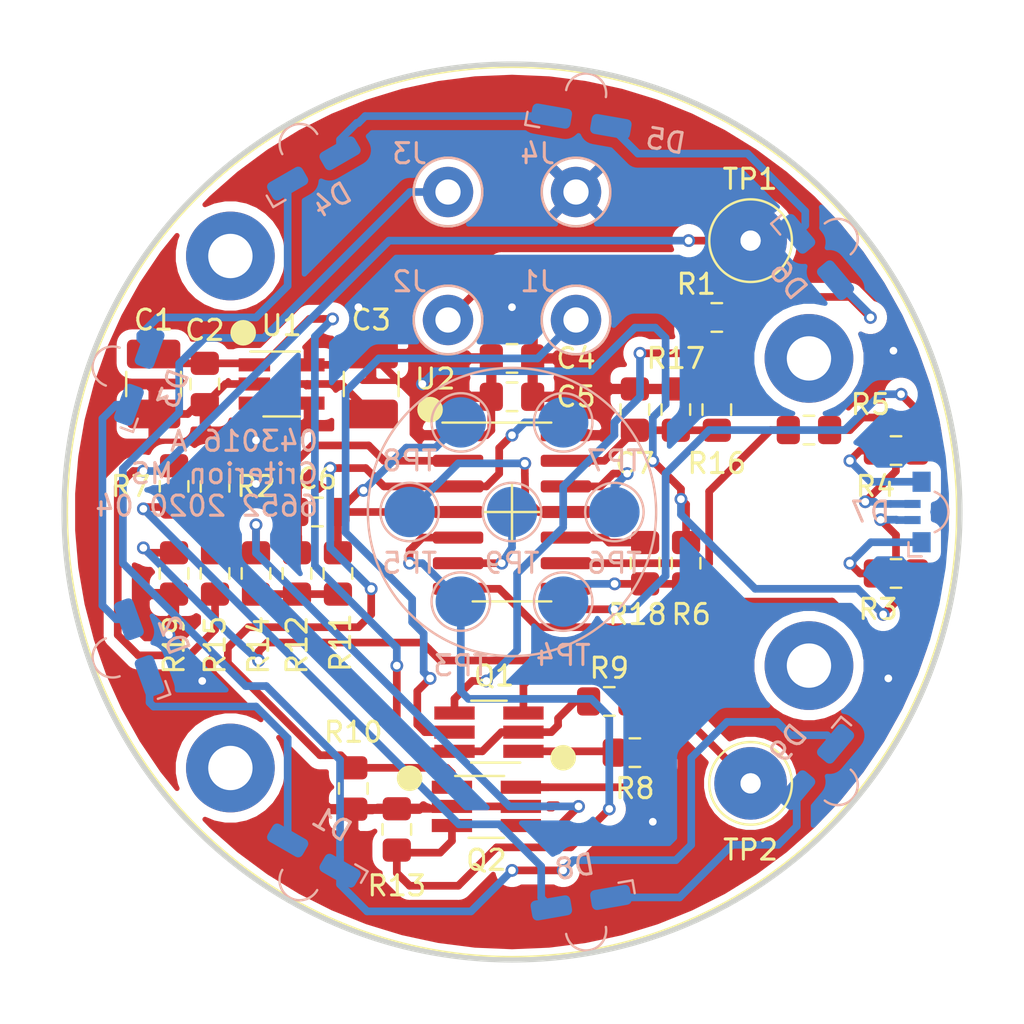
<source format=kicad_pcb>
(kicad_pcb (version 20171130) (host pcbnew 5.1.4+dfsg1-1)

  (general
    (thickness 1.6)
    (drawings 12)
    (tracks 401)
    (zones 0)
    (modules 57)
    (nets 37)
  )

  (page A4)
  (layers
    (0 F.Cu signal)
    (31 B.Cu signal)
    (32 B.Adhes user hide)
    (33 F.Adhes user hide)
    (34 B.Paste user hide)
    (35 F.Paste user hide)
    (36 B.SilkS user)
    (37 F.SilkS user hide)
    (38 B.Mask user hide)
    (39 F.Mask user hide)
    (40 Dwgs.User user)
    (41 Cmts.User user)
    (42 Eco1.User user)
    (43 Eco2.User user)
    (44 Edge.Cuts user)
    (45 Margin user hide)
    (46 B.CrtYd user)
    (47 F.CrtYd user)
    (48 B.Fab user hide)
    (49 F.Fab user hide)
  )

  (setup
    (last_trace_width 0.381)
    (user_trace_width 0.1524)
    (user_trace_width 0.254)
    (user_trace_width 0.381)
    (user_trace_width 0.635)
    (trace_clearance 0.254)
    (zone_clearance 0.508)
    (zone_45_only no)
    (trace_min 0.1524)
    (via_size 0.635)
    (via_drill 0.381)
    (via_min_size 0.508)
    (via_min_drill 0.254)
    (user_via 0.508 0.254)
    (user_via 0.762 0.381)
    (user_via 1.27 0.635)
    (uvia_size 0.508)
    (uvia_drill 0.254)
    (uvias_allowed no)
    (uvia_min_size 0.2)
    (uvia_min_drill 0.1)
    (edge_width 0.05)
    (segment_width 0.2)
    (pcb_text_width 0.3)
    (pcb_text_size 1.5 1.5)
    (mod_edge_width 0.12)
    (mod_text_size 1 1)
    (mod_text_width 0.15)
    (pad_size 1.56 0.65)
    (pad_drill 0)
    (pad_to_mask_clearance 0.051)
    (solder_mask_min_width 0.25)
    (aux_axis_origin 0 0)
    (visible_elements FFFFFF7F)
    (pcbplotparams
      (layerselection 0x010fc_ffffffff)
      (usegerberextensions false)
      (usegerberattributes false)
      (usegerberadvancedattributes false)
      (creategerberjobfile false)
      (excludeedgelayer true)
      (linewidth 0.100000)
      (plotframeref false)
      (viasonmask false)
      (mode 1)
      (useauxorigin false)
      (hpglpennumber 1)
      (hpglpenspeed 20)
      (hpglpendiameter 15.000000)
      (psnegative false)
      (psa4output false)
      (plotreference true)
      (plotvalue true)
      (plotinvisibletext false)
      (padsonsilk false)
      (subtractmaskfromsilk false)
      (outputformat 1)
      (mirror false)
      (drillshape 1)
      (scaleselection 1)
      (outputdirectory ""))
  )

  (net 0 "")
  (net 1 "Net-(D1-Pad1)")
  (net 2 "Net-(D2-Pad1)")
  (net 3 "Net-(D3-Pad1)")
  (net 4 "Net-(D4-Pad1)")
  (net 5 "Net-(D5-Pad1)")
  (net 6 "Net-(D6-Pad1)")
  (net 7 "Net-(D8-Pad1)")
  (net 8 +BATT)
  (net 9 +3V0)
  (net 10 AIN3_BATT)
  (net 11 +15V)
  (net 12 PA7_PROBE_OUT)
  (net 13 PA5_ENA_PROX)
  (net 14 PB0_LED_R)
  (net 15 PB1_LED_G)
  (net 16 PB2_LED_B)
  (net 17 PA6_PROBE_IN)
  (net 18 PA0_UPDI)
  (net 19 PA4_PROX_IN)
  (net 20 GND)
  (net 21 /Prox_Out)
  (net 22 "Net-(D8-Pad2)")
  (net 23 PA1_TxD2)
  (net 24 PA2_RxD2)
  (net 25 PB3)
  (net 26 /Q2BD)
  (net 27 /RED)
  (net 28 /GRN)
  (net 29 /BLU)
  (net 30 /UPDI)
  (net 31 /Q1BG)
  (net 32 /Q1AG)
  (net 33 /VIN)
  (net 34 /PA6B)
  (net 35 /TP1)
  (net 36 /TP2)

  (net_class Default "This is the default net class."
    (clearance 0.254)
    (trace_width 0.254)
    (via_dia 0.635)
    (via_drill 0.381)
    (uvia_dia 0.508)
    (uvia_drill 0.254)
    (diff_pair_width 0.254)
    (diff_pair_gap 0.254)
    (add_net +15V)
    (add_net +3V0)
    (add_net +BATT)
    (add_net /BLU)
    (add_net /GRN)
    (add_net /PA6B)
    (add_net /Prox_Out)
    (add_net /Q1AG)
    (add_net /Q1BG)
    (add_net /Q2BD)
    (add_net /RED)
    (add_net /TP1)
    (add_net /TP2)
    (add_net /UPDI)
    (add_net /VIN)
    (add_net AIN3_BATT)
    (add_net GND)
    (add_net "Net-(D1-Pad1)")
    (add_net "Net-(D2-Pad1)")
    (add_net "Net-(D3-Pad1)")
    (add_net "Net-(D4-Pad1)")
    (add_net "Net-(D5-Pad1)")
    (add_net "Net-(D6-Pad1)")
    (add_net "Net-(D8-Pad1)")
    (add_net "Net-(D8-Pad2)")
    (add_net PA0_UPDI)
    (add_net PA1_TxD2)
    (add_net PA2_RxD2)
    (add_net PA4_PROX_IN)
    (add_net PA5_ENA_PROX)
    (add_net PA6_PROBE_IN)
    (add_net PA7_PROBE_OUT)
    (add_net PB0_LED_R)
    (add_net PB1_LED_G)
    (add_net PB2_LED_B)
    (add_net PB3)
  )

  (net_class Minimum ""
    (clearance 0.1524)
    (trace_width 0.1524)
    (via_dia 0.508)
    (via_drill 0.254)
    (uvia_dia 0.508)
    (uvia_drill 0.254)
    (diff_pair_width 0.1524)
    (diff_pair_gap 0.1524)
  )

  (net_class Power ""
    (clearance 0.635)
    (trace_width 0.635)
    (via_dia 1.27)
    (via_drill 0.635)
    (uvia_dia 0.508)
    (uvia_drill 0.254)
    (diff_pair_width 0.635)
    (diff_pair_gap 0.635)
  )

  (module Boeing_6652:1946_or_S70-332 locked (layer F.Cu) (tedit 5E9F6F3D) (tstamp 5E97A2C1)
    (at 164.2364 115.062)
    (descr "THT pad as test Point, diameter 3.0mm, hole diameter 1.5mm")
    (tags "test point THT pad")
    (path /5EAFC4EF)
    (fp_text reference TP2 (at 0 3.302) (layer F.SilkS)
      (effects (font (size 1 1) (thickness 0.15)))
    )
    (fp_text value Probe_GND (at 0 2.55) (layer F.Fab)
      (effects (font (size 1 1) (thickness 0.15)))
    )
    (fp_text user %R (at 0 -2.4) (layer F.Fab)
      (effects (font (size 1 1) (thickness 0.15)))
    )
    (fp_circle (center 0 0) (end 2.2 0) (layer F.CrtYd) (width 0.05))
    (fp_circle (center 0 0) (end 2.05 0) (layer F.SilkS) (width 0.12))
    (pad 1 thru_hole circle (at 0 0) (size 3.6 3.6) (drill 1) (layers F.Cu F.Mask)
      (net 36 /TP2))
    (pad 1 thru_hole circle (at 0 0) (size 2.25 2.25) (drill 1) (layers B.Cu B.Mask)
      (net 36 /TP2))
  )

  (module Boeing_6652:1946_or_S70-332 locked (layer F.Cu) (tedit 5E9F6F01) (tstamp 5E97A2B9)
    (at 164.2364 88.138)
    (descr "THT pad as test Point, diameter 3.0mm, hole diameter 1.5mm")
    (tags "test point THT pad")
    (path /5EAFBA51)
    (fp_text reference TP1 (at -0.0254 -3.048) (layer F.SilkS)
      (effects (font (size 1 1) (thickness 0.15)))
    )
    (fp_text value Probe_Sig (at 0 2.55) (layer F.Fab)
      (effects (font (size 1 1) (thickness 0.15)))
    )
    (fp_text user %R (at 0 -2.4) (layer F.Fab)
      (effects (font (size 1 1) (thickness 0.15)))
    )
    (fp_circle (center 0 0) (end 2.2 0) (layer F.CrtYd) (width 0.05))
    (fp_circle (center 0 0) (end 2.05 0) (layer F.SilkS) (width 0.12))
    (pad 1 thru_hole circle (at 0 0) (size 3.6 3.6) (drill 1) (layers F.Cu F.Mask)
      (net 35 /TP1))
    (pad 1 thru_hole circle (at 0 0) (size 2.25 2.25) (drill 1) (layers B.Cu B.Mask)
      (net 35 /TP1))
  )

  (module RA_LED:SOIC-14_3.9x8.7mm_P1.27mm_Handsoldering (layer F.Cu) (tedit 5E90E1C0) (tstamp 5E9BB916)
    (at 152.4 101.6)
    (descr "SOIC, 14 Pin (JEDEC MS-012AB, https://www.analog.com/media/en/package-pcb-resources/package/pkg_pdf/soic_narrow-r/r_14.pdf), generated with kicad-footprint-generator ipc_gullwing_generator.py")
    (tags "SOIC SO")
    (path /5EA13731)
    (attr smd)
    (fp_text reference U2 (at -3.81 -6.604) (layer F.SilkS)
      (effects (font (size 1 1) (thickness 0.15)))
    )
    (fp_text value ATtiny1614-SSN (at 0 5.28) (layer F.Fab)
      (effects (font (size 1 1) (thickness 0.15)))
    )
    (fp_text user %R (at 0 0) (layer F.Fab)
      (effects (font (size 0.98 0.98) (thickness 0.15)))
    )
    (fp_line (start 3.7 -4.58) (end -3.7 -4.58) (layer F.CrtYd) (width 0.05))
    (fp_line (start 3.7 4.58) (end 3.7 -4.58) (layer F.CrtYd) (width 0.05))
    (fp_line (start -3.7 4.58) (end 3.7 4.58) (layer F.CrtYd) (width 0.05))
    (fp_line (start -3.7 -4.58) (end -3.7 4.58) (layer F.CrtYd) (width 0.05))
    (fp_line (start -1.95 -3.35) (end -0.975 -4.325) (layer F.Fab) (width 0.1))
    (fp_line (start -1.95 4.325) (end -1.95 -3.35) (layer F.Fab) (width 0.1))
    (fp_line (start 1.95 4.325) (end -1.95 4.325) (layer F.Fab) (width 0.1))
    (fp_line (start 1.95 -4.325) (end 1.95 4.325) (layer F.Fab) (width 0.1))
    (fp_line (start -0.975 -4.325) (end 1.95 -4.325) (layer F.Fab) (width 0.1))
    (fp_line (start 0 -4.435) (end -3.45 -4.435) (layer F.SilkS) (width 0.12))
    (fp_line (start 0 -4.435) (end 1.95 -4.435) (layer F.SilkS) (width 0.12))
    (fp_line (start 0 4.435) (end -1.95 4.435) (layer F.SilkS) (width 0.12))
    (fp_line (start 0 4.435) (end 1.95 4.435) (layer F.SilkS) (width 0.12))
    (pad 14 smd roundrect (at 2.675 -3.81) (size 2.5 0.6) (layers F.Cu F.Paste F.Mask) (roundrect_rratio 0.25)
      (net 20 GND))
    (pad 13 smd roundrect (at 2.675 -2.54) (size 2.5 0.6) (layers F.Cu F.Paste F.Mask) (roundrect_rratio 0.25)
      (net 10 AIN3_BATT))
    (pad 12 smd roundrect (at 2.675 -1.27) (size 2.5 0.6) (layers F.Cu F.Paste F.Mask) (roundrect_rratio 0.25)
      (net 24 PA2_RxD2))
    (pad 11 smd roundrect (at 2.675 0) (size 2.5 0.6) (layers F.Cu F.Paste F.Mask) (roundrect_rratio 0.25)
      (net 23 PA1_TxD2))
    (pad 10 smd roundrect (at 2.675 1.27) (size 2.5 0.6) (layers F.Cu F.Paste F.Mask) (roundrect_rratio 0.25)
      (net 18 PA0_UPDI))
    (pad 9 smd roundrect (at 2.675 2.54) (size 2.5 0.6) (layers F.Cu F.Paste F.Mask) (roundrect_rratio 0.25)
      (net 14 PB0_LED_R))
    (pad 8 smd roundrect (at 2.675 3.81) (size 2.5 0.6) (layers F.Cu F.Paste F.Mask) (roundrect_rratio 0.25)
      (net 15 PB1_LED_G))
    (pad 7 smd roundrect (at -2.675 3.81) (size 2.5 0.6) (layers F.Cu F.Paste F.Mask) (roundrect_rratio 0.25)
      (net 16 PB2_LED_B))
    (pad 6 smd roundrect (at -2.675 2.54) (size 2.5 0.6) (layers F.Cu F.Paste F.Mask) (roundrect_rratio 0.25)
      (net 25 PB3))
    (pad 5 smd roundrect (at -2.675 1.27) (size 2.5 0.6) (layers F.Cu F.Paste F.Mask) (roundrect_rratio 0.25)
      (net 12 PA7_PROBE_OUT))
    (pad 4 smd roundrect (at -2.675 0) (size 2.5 0.6) (layers F.Cu F.Paste F.Mask) (roundrect_rratio 0.25)
      (net 17 PA6_PROBE_IN))
    (pad 3 smd roundrect (at -2.675 -1.27) (size 2.5 0.6) (layers F.Cu F.Paste F.Mask) (roundrect_rratio 0.25)
      (net 13 PA5_ENA_PROX))
    (pad 2 smd roundrect (at -2.675 -2.54) (size 2.5 0.6) (layers F.Cu F.Paste F.Mask) (roundrect_rratio 0.25)
      (net 19 PA4_PROX_IN))
    (pad 1 smd roundrect (at -2.675 -3.81) (size 2.5 0.6) (layers F.Cu F.Paste F.Mask) (roundrect_rratio 0.25)
      (net 9 +3V0))
    (model ${KISYS3DMOD}/Package_SO.3dshapes/SOIC-14_3.9x8.7mm_P1.27mm.wrl
      (at (xyz 0 0 0))
      (scale (xyz 1 1 1))
      (rotate (xyz 0 0 0))
    )
  )

  (module TestPoint:TestPoint_Pad_D2.5mm (layer B.Cu) (tedit 5A0F774F) (tstamp 5EA0114B)
    (at 152.4 101.6)
    (descr "SMD pad as test Point, diameter 2.5mm")
    (tags "test point SMD pad")
    (path /5F01F231)
    (attr virtual)
    (fp_text reference TP9 (at 0 2.54) (layer B.SilkS)
      (effects (font (size 1 1) (thickness 0.15)) (justify mirror))
    )
    (fp_text value PB3 (at 0 -2.25) (layer B.Fab)
      (effects (font (size 1 1) (thickness 0.15)) (justify mirror))
    )
    (fp_circle (center 0 0) (end 0 -1.45) (layer B.SilkS) (width 0.12))
    (fp_circle (center 0 0) (end 1.75 0) (layer B.CrtYd) (width 0.05))
    (fp_text user %R (at 0 2.15) (layer B.Fab)
      (effects (font (size 1 1) (thickness 0.15)) (justify mirror))
    )
    (pad 1 smd circle (at 0 0) (size 2.5 2.5) (layers B.Cu B.Mask)
      (net 25 PB3))
  )

  (module Resistor_SMD:R_0805_2012Metric_Pad1.15x1.40mm_HandSolder (layer F.Cu) (tedit 5B36C52B) (tstamp 5E9FF724)
    (at 135.636 104.648 90)
    (descr "Resistor SMD 0805 (2012 Metric), square (rectangular) end terminal, IPC_7351 nominal with elongated pad for handsoldering. (Body size source: https://docs.google.com/spreadsheets/d/1BsfQQcO9C6DZCsRaXUlFlo91Tg2WpOkGARC1WS5S8t0/edit?usp=sharing), generated with kicad-footprint-generator")
    (tags "resistor handsolder")
    (path /5F00A9A5)
    (attr smd)
    (fp_text reference R19 (at -3.556 0 90) (layer F.SilkS)
      (effects (font (size 1 1) (thickness 0.15)))
    )
    (fp_text value 0 (at 0 1.65 90) (layer F.Fab)
      (effects (font (size 1 1) (thickness 0.15)))
    )
    (fp_text user %R (at 0 0 90) (layer F.Fab)
      (effects (font (size 0.5 0.5) (thickness 0.08)))
    )
    (fp_line (start 1.85 0.95) (end -1.85 0.95) (layer F.CrtYd) (width 0.05))
    (fp_line (start 1.85 -0.95) (end 1.85 0.95) (layer F.CrtYd) (width 0.05))
    (fp_line (start -1.85 -0.95) (end 1.85 -0.95) (layer F.CrtYd) (width 0.05))
    (fp_line (start -1.85 0.95) (end -1.85 -0.95) (layer F.CrtYd) (width 0.05))
    (fp_line (start -0.261252 0.71) (end 0.261252 0.71) (layer F.SilkS) (width 0.12))
    (fp_line (start -0.261252 -0.71) (end 0.261252 -0.71) (layer F.SilkS) (width 0.12))
    (fp_line (start 1 0.6) (end -1 0.6) (layer F.Fab) (width 0.1))
    (fp_line (start 1 -0.6) (end 1 0.6) (layer F.Fab) (width 0.1))
    (fp_line (start -1 -0.6) (end 1 -0.6) (layer F.Fab) (width 0.1))
    (fp_line (start -1 0.6) (end -1 -0.6) (layer F.Fab) (width 0.1))
    (pad 2 smd roundrect (at 1.025 0 90) (size 1.15 1.4) (layers F.Cu F.Paste F.Mask) (roundrect_rratio 0.217391)
      (net 36 /TP2))
    (pad 1 smd roundrect (at -1.025 0 90) (size 1.15 1.4) (layers F.Cu F.Paste F.Mask) (roundrect_rratio 0.217391)
      (net 20 GND))
    (model ${KISYS3DMOD}/Resistor_SMD.3dshapes/R_0805_2012Metric.wrl
      (at (xyz 0 0 0))
      (scale (xyz 1 1 1))
      (rotate (xyz 0 0 0))
    )
  )

  (module Package_TO_SOT_SMD:SOT-23-5_HandSoldering (layer F.Cu) (tedit 5E9F69E5) (tstamp 5E9F90C0)
    (at 140.97 95.25)
    (descr "5-pin SOT23 package")
    (tags "SOT-23-5 hand-soldering")
    (path /5EF51172)
    (attr smd)
    (fp_text reference U1 (at 0 -2.9) (layer F.SilkS)
      (effects (font (size 1 1) (thickness 0.15)))
    )
    (fp_text value TPS709 (at 0 2.9) (layer F.Fab)
      (effects (font (size 1 1) (thickness 0.15)))
    )
    (fp_line (start 2.38 1.8) (end -2.38 1.8) (layer F.CrtYd) (width 0.05))
    (fp_line (start 2.38 1.8) (end 2.38 -1.8) (layer F.CrtYd) (width 0.05))
    (fp_line (start -2.38 -1.8) (end -2.38 1.8) (layer F.CrtYd) (width 0.05))
    (fp_line (start -2.38 -1.8) (end 2.38 -1.8) (layer F.CrtYd) (width 0.05))
    (fp_line (start 0.9 -1.55) (end 0.9 1.55) (layer F.Fab) (width 0.1))
    (fp_line (start 0.9 1.55) (end -0.9 1.55) (layer F.Fab) (width 0.1))
    (fp_line (start -0.9 -0.9) (end -0.9 1.55) (layer F.Fab) (width 0.1))
    (fp_line (start 0.9 -1.55) (end -0.25 -1.55) (layer F.Fab) (width 0.1))
    (fp_line (start -0.9 -0.9) (end -0.25 -1.55) (layer F.Fab) (width 0.1))
    (fp_line (start 0.9 -1.61) (end -1.55 -1.61) (layer F.SilkS) (width 0.12))
    (fp_line (start -0.9 1.61) (end 0.9 1.61) (layer F.SilkS) (width 0.12))
    (fp_text user %R (at 0 0 90) (layer F.Fab)
      (effects (font (size 0.5 0.5) (thickness 0.075)))
    )
    (pad 5 smd rect (at 1.35 -0.95) (size 1.56 0.65) (layers F.Cu F.Paste F.Mask)
      (net 9 +3V0))
    (pad 4 smd rect (at 1.35 0.95) (size 1.56 0.65) (layers F.Cu F.Paste F.Mask)
      (net 20 GND))
    (pad 3 smd rect (at -1.35 0.95) (size 1.56 0.65) (layers F.Cu F.Paste F.Mask))
    (pad 2 smd rect (at -1.35 0) (size 1.56 0.65) (layers F.Cu F.Paste F.Mask)
      (net 20 GND))
    (pad 1 smd rect (at -1.35 -0.95) (size 1.56 0.65) (layers F.Cu F.Paste F.Mask)
      (net 8 +BATT))
    (model ${KISYS3DMOD}/Package_TO_SOT_SMD.3dshapes/SOT-23-5.wrl
      (at (xyz 0 0 0))
      (scale (xyz 1 1 1))
      (rotate (xyz 0 0 0))
    )
  )

  (module Boeing_6652_IPSS_Upper_043016:LED_Kingbright_APDA3020LSECK_J3-PF_3x2mm_Horizontal locked (layer B.Cu) (tedit 5E9F2399) (tstamp 5E9B2971)
    (at 167.4876 114.2492 50)
    (descr "3.0 x 2.0 x 2.0 mm Right Angle SMD LED, 10 degree viewing angle, APDA3020LSECK/J3-PF, http://www.kingbrightusa.com/images/catalog/SPEC/APDA3020LSECK-J3-PF.pdf")
    (tags "LED RA APDA3020LSECK KINGBRIGHT 3x2mm")
    (path /5E9C9C5C)
    (attr smd)
    (fp_text reference D9 (at 0 -1.8 50) (layer B.SilkS)
      (effects (font (size 1 1) (thickness 0.15)) (justify mirror))
    )
    (fp_text value LED (at 0 -3 50) (layer B.Fab) hide
      (effects (font (size 0.5 0.5) (thickness 0.075)) (justify mirror))
    )
    (fp_line (start 1.15 1.4) (end 1.15 0.7) (layer B.CrtYd) (width 0.05))
    (fp_line (start -1.15 1.4) (end -1.15 0.7) (layer B.CrtYd) (width 0.05))
    (fp_arc (start 0 1.4) (end -1.15 1.4) (angle -180) (layer B.CrtYd) (width 0.05))
    (fp_line (start -2.75 0.7) (end -1.15 0.7) (layer B.CrtYd) (width 0.05))
    (fp_line (start -2.75 -0.7) (end -2.75 0.7) (layer B.CrtYd) (width 0.05))
    (fp_line (start 2.75 0.7) (end 1.15 0.7) (layer B.CrtYd) (width 0.05))
    (fp_line (start 2.75 -0.7) (end 2.75 0.7) (layer B.CrtYd) (width 0.05))
    (fp_line (start -2.75 -0.7) (end 2.75 -0.7) (layer B.CrtYd) (width 0.05))
    (fp_text user %R (at 0 0 50) (layer B.Fab) hide
      (effects (font (size 0.3 0.3) (thickness 0.045)) (justify mirror))
    )
    (fp_line (start -0.75 0.25) (end -1.25 -0.25) (layer B.Fab) (width 0.1))
    (fp_line (start 2.7 -0.65) (end 2 -0.65) (layer B.SilkS) (width 0.12))
    (fp_line (start 2.7 0) (end 2.7 -0.65) (layer B.SilkS) (width 0.12))
    (fp_arc (start 0 1.4) (end -1 1.4) (angle -180) (layer B.SilkS) (width 0.12))
    (fp_arc (start 0 1.4) (end -1 1.4) (angle -180) (layer B.Fab) (width 0.1))
    (fp_line (start -1.5 0.25) (end -1.5 -0.25) (layer B.Fab) (width 0.1))
    (fp_line (start 1.5 0.25) (end -1.5 0.25) (layer B.Fab) (width 0.1))
    (fp_line (start 1.5 -0.25) (end 1.5 0.25) (layer B.Fab) (width 0.1))
    (fp_line (start -1.5 -0.25) (end 1.5 -0.25) (layer B.Fab) (width 0.1))
    (pad 1 smd roundrect (at -1.5 0 50) (size 2 1) (layers B.Cu B.Paste B.Mask) (roundrect_rratio 0.25)
      (net 22 "Net-(D8-Pad2)"))
    (pad 2 smd roundrect (at 1.5 0 50) (size 2 1) (layers B.Cu B.Paste B.Mask) (roundrect_rratio 0.25)
      (net 21 /Prox_Out))
    (model ${KIPRJMOD}/RA_LED.pretty/APDA3020.STEP
      (offset (xyz 0 0 1))
      (scale (xyz 1 1 1))
      (rotate (xyz 0 0 0))
    )
  )

  (module Boeing_6652_IPSS_Upper_043016:LED_Kingbright_APDA3020LSECK_J3-PF_3x2mm_Horizontal locked (layer B.Cu) (tedit 5E9F2399) (tstamp 5E9B2958)
    (at 155.829 120.9802 10)
    (descr "3.0 x 2.0 x 2.0 mm Right Angle SMD LED, 10 degree viewing angle, APDA3020LSECK/J3-PF, http://www.kingbrightusa.com/images/catalog/SPEC/APDA3020LSECK-J3-PF.pdf")
    (tags "LED RA APDA3020LSECK KINGBRIGHT 3x2mm")
    (path /5E9C8D9A)
    (attr smd)
    (fp_text reference D8 (at 0 -1.8 10) (layer B.SilkS)
      (effects (font (size 1 1) (thickness 0.15)) (justify mirror))
    )
    (fp_text value LED (at -0.000001 -3 10) (layer B.Fab) hide
      (effects (font (size 0.5 0.5) (thickness 0.075)) (justify mirror))
    )
    (fp_line (start 1.15 1.4) (end 1.15 0.7) (layer B.CrtYd) (width 0.05))
    (fp_line (start -1.15 1.4) (end -1.15 0.7) (layer B.CrtYd) (width 0.05))
    (fp_arc (start 0 1.4) (end -1.15 1.4) (angle -180) (layer B.CrtYd) (width 0.05))
    (fp_line (start -2.75 0.7) (end -1.15 0.7) (layer B.CrtYd) (width 0.05))
    (fp_line (start -2.75 -0.7) (end -2.75 0.7) (layer B.CrtYd) (width 0.05))
    (fp_line (start 2.75 0.7) (end 1.15 0.7) (layer B.CrtYd) (width 0.05))
    (fp_line (start 2.75 -0.7) (end 2.75 0.7) (layer B.CrtYd) (width 0.05))
    (fp_line (start -2.75 -0.7) (end 2.75 -0.7) (layer B.CrtYd) (width 0.05))
    (fp_text user %R (at 0 0 10) (layer B.Fab) hide
      (effects (font (size 0.3 0.3) (thickness 0.045)) (justify mirror))
    )
    (fp_line (start -0.75 0.25) (end -1.25 -0.25) (layer B.Fab) (width 0.1))
    (fp_line (start 2.7 -0.65) (end 2 -0.65) (layer B.SilkS) (width 0.12))
    (fp_line (start 2.7 0) (end 2.7 -0.65) (layer B.SilkS) (width 0.12))
    (fp_arc (start 0 1.4) (end -1 1.4) (angle -180) (layer B.SilkS) (width 0.12))
    (fp_arc (start 0 1.4) (end -1 1.4) (angle -180) (layer B.Fab) (width 0.1))
    (fp_line (start -1.5 0.25) (end -1.5 -0.25) (layer B.Fab) (width 0.1))
    (fp_line (start 1.5 0.25) (end -1.5 0.25) (layer B.Fab) (width 0.1))
    (fp_line (start 1.5 -0.25) (end 1.5 0.25) (layer B.Fab) (width 0.1))
    (fp_line (start -1.5 -0.25) (end 1.5 -0.25) (layer B.Fab) (width 0.1))
    (pad 1 smd roundrect (at -1.5 0 10) (size 2 1) (layers B.Cu B.Paste B.Mask) (roundrect_rratio 0.25)
      (net 7 "Net-(D8-Pad1)"))
    (pad 2 smd roundrect (at 1.5 0 10) (size 2 1) (layers B.Cu B.Paste B.Mask) (roundrect_rratio 0.25)
      (net 22 "Net-(D8-Pad2)"))
    (model ${KIPRJMOD}/RA_LED.pretty/APDA3020.STEP
      (offset (xyz 0 0 1))
      (scale (xyz 1 1 1))
      (rotate (xyz 0 0 0))
    )
  )

  (module Boeing_6652_IPSS_Upper_043016:LED_Kingbright_APDA3020LSECK_J3-PF_3x2mm_Horizontal locked (layer B.Cu) (tedit 5E9F2399) (tstamp 5E98F708)
    (at 167.4876 88.9508 130)
    (descr "3.0 x 2.0 x 2.0 mm Right Angle SMD LED, 10 degree viewing angle, APDA3020LSECK/J3-PF, http://www.kingbrightusa.com/images/catalog/SPEC/APDA3020LSECK-J3-PF.pdf")
    (tags "LED RA APDA3020LSECK KINGBRIGHT 3x2mm")
    (path /5E9CE43F)
    (attr smd)
    (fp_text reference D6 (at 0 -1.8 130) (layer B.SilkS)
      (effects (font (size 1 1) (thickness 0.15)) (justify mirror))
    )
    (fp_text value LED (at 0 -3 130) (layer B.Fab) hide
      (effects (font (size 0.5 0.5) (thickness 0.075)) (justify mirror))
    )
    (fp_line (start 1.15 1.4) (end 1.15 0.7) (layer B.CrtYd) (width 0.05))
    (fp_line (start -1.15 1.4) (end -1.15 0.7) (layer B.CrtYd) (width 0.05))
    (fp_arc (start 0 1.4) (end -1.15 1.4) (angle -180) (layer B.CrtYd) (width 0.05))
    (fp_line (start -2.75 0.7) (end -1.15 0.7) (layer B.CrtYd) (width 0.05))
    (fp_line (start -2.75 -0.7) (end -2.75 0.7) (layer B.CrtYd) (width 0.05))
    (fp_line (start 2.75 0.7) (end 1.15 0.7) (layer B.CrtYd) (width 0.05))
    (fp_line (start 2.75 -0.7) (end 2.75 0.7) (layer B.CrtYd) (width 0.05))
    (fp_line (start -2.75 -0.7) (end 2.75 -0.7) (layer B.CrtYd) (width 0.05))
    (fp_text user %R (at 0 0 130) (layer B.Fab) hide
      (effects (font (size 0.3 0.3) (thickness 0.045)) (justify mirror))
    )
    (fp_line (start -0.75 0.25) (end -1.25 -0.25) (layer B.Fab) (width 0.1))
    (fp_line (start 2.7 -0.65) (end 2 -0.65) (layer B.SilkS) (width 0.12))
    (fp_line (start 2.7 0) (end 2.7 -0.65) (layer B.SilkS) (width 0.12))
    (fp_arc (start 0 1.4) (end -1 1.4) (angle -180) (layer B.SilkS) (width 0.12))
    (fp_arc (start 0 1.4) (end -1 1.4) (angle -180) (layer B.Fab) (width 0.1))
    (fp_line (start -1.5 0.25) (end -1.5 -0.25) (layer B.Fab) (width 0.1))
    (fp_line (start 1.5 0.25) (end -1.5 0.25) (layer B.Fab) (width 0.1))
    (fp_line (start 1.5 -0.25) (end 1.5 0.25) (layer B.Fab) (width 0.1))
    (fp_line (start -1.5 -0.25) (end 1.5 -0.25) (layer B.Fab) (width 0.1))
    (pad 1 smd roundrect (at -1.5 0 130) (size 2 1) (layers B.Cu B.Paste B.Mask) (roundrect_rratio 0.25)
      (net 6 "Net-(D6-Pad1)"))
    (pad 2 smd roundrect (at 1.5 0 130) (size 2 1) (layers B.Cu B.Paste B.Mask) (roundrect_rratio 0.25)
      (net 5 "Net-(D5-Pad1)"))
    (model ${KIPRJMOD}/RA_LED.pretty/APDA3020.STEP
      (offset (xyz 0 0 1))
      (scale (xyz 1 1 1))
      (rotate (xyz 0 0 0))
    )
  )

  (module Boeing_6652_IPSS_Upper_043016:LED_Kingbright_APDA3020LSECK_J3-PF_3x2mm_Horizontal locked (layer B.Cu) (tedit 5E9F2399) (tstamp 5E98F721)
    (at 155.829 82.2198 170)
    (descr "3.0 x 2.0 x 2.0 mm Right Angle SMD LED, 10 degree viewing angle, APDA3020LSECK/J3-PF, http://www.kingbrightusa.com/images/catalog/SPEC/APDA3020LSECK-J3-PF.pdf")
    (tags "LED RA APDA3020LSECK KINGBRIGHT 3x2mm")
    (path /5E9CE445)
    (attr smd)
    (fp_text reference D5 (at -4.294935 -0.222777 170) (layer B.SilkS)
      (effects (font (size 1 1) (thickness 0.15)) (justify mirror))
    )
    (fp_text value LED (at 0.000001 -3 170) (layer B.Fab) hide
      (effects (font (size 0.5 0.5) (thickness 0.075)) (justify mirror))
    )
    (fp_line (start 1.15 1.4) (end 1.15 0.7) (layer B.CrtYd) (width 0.05))
    (fp_line (start -1.15 1.4) (end -1.15 0.7) (layer B.CrtYd) (width 0.05))
    (fp_arc (start 0 1.4) (end -1.15 1.4) (angle -180) (layer B.CrtYd) (width 0.05))
    (fp_line (start -2.75 0.7) (end -1.15 0.7) (layer B.CrtYd) (width 0.05))
    (fp_line (start -2.75 -0.7) (end -2.75 0.7) (layer B.CrtYd) (width 0.05))
    (fp_line (start 2.75 0.7) (end 1.15 0.7) (layer B.CrtYd) (width 0.05))
    (fp_line (start 2.75 -0.7) (end 2.75 0.7) (layer B.CrtYd) (width 0.05))
    (fp_line (start -2.75 -0.7) (end 2.75 -0.7) (layer B.CrtYd) (width 0.05))
    (fp_text user %R (at 0 0 170) (layer B.Fab) hide
      (effects (font (size 0.3 0.3) (thickness 0.045)) (justify mirror))
    )
    (fp_line (start -0.75 0.25) (end -1.25 -0.25) (layer B.Fab) (width 0.1))
    (fp_line (start 2.7 -0.65) (end 2 -0.65) (layer B.SilkS) (width 0.12))
    (fp_line (start 2.7 0) (end 2.7 -0.65) (layer B.SilkS) (width 0.12))
    (fp_arc (start 0 1.4) (end -1 1.4) (angle -180) (layer B.SilkS) (width 0.12))
    (fp_arc (start 0 1.4) (end -1 1.4) (angle -180) (layer B.Fab) (width 0.1))
    (fp_line (start -1.5 0.25) (end -1.5 -0.25) (layer B.Fab) (width 0.1))
    (fp_line (start 1.5 0.25) (end -1.5 0.25) (layer B.Fab) (width 0.1))
    (fp_line (start 1.5 -0.25) (end 1.5 0.25) (layer B.Fab) (width 0.1))
    (fp_line (start -1.5 -0.25) (end 1.5 -0.25) (layer B.Fab) (width 0.1))
    (pad 1 smd roundrect (at -1.5 0 170) (size 2 1) (layers B.Cu B.Paste B.Mask) (roundrect_rratio 0.25)
      (net 5 "Net-(D5-Pad1)"))
    (pad 2 smd roundrect (at 1.5 0 170) (size 2 1) (layers B.Cu B.Paste B.Mask) (roundrect_rratio 0.25)
      (net 4 "Net-(D4-Pad1)"))
    (model ${KIPRJMOD}/RA_LED.pretty/APDA3020.STEP
      (offset (xyz 0 0 1))
      (scale (xyz 1 1 1))
      (rotate (xyz 0 0 0))
    )
  )

  (module Boeing_6652_IPSS_Upper_043016:LED_Kingbright_APDA3020LSECK_J3-PF_3x2mm_Horizontal locked (layer B.Cu) (tedit 5E9F2399) (tstamp 5E990501)
    (at 142.5702 84.5566 210)
    (descr "3.0 x 2.0 x 2.0 mm Right Angle SMD LED, 10 degree viewing angle, APDA3020LSECK/J3-PF, http://www.kingbrightusa.com/images/catalog/SPEC/APDA3020LSECK-J3-PF.pdf")
    (tags "LED RA APDA3020LSECK KINGBRIGHT 3x2mm")
    (path /5E98A58F)
    (attr smd)
    (fp_text reference D4 (at 0 -1.8 30) (layer B.SilkS)
      (effects (font (size 1 1) (thickness 0.15)) (justify mirror))
    )
    (fp_text value LED (at 0 -3 30) (layer B.Fab) hide
      (effects (font (size 0.5 0.5) (thickness 0.075)) (justify mirror))
    )
    (fp_line (start 1.15 1.4) (end 1.15 0.7) (layer B.CrtYd) (width 0.05))
    (fp_line (start -1.15 1.4) (end -1.15 0.7) (layer B.CrtYd) (width 0.05))
    (fp_arc (start 0 1.4) (end -1.15 1.4) (angle -180) (layer B.CrtYd) (width 0.05))
    (fp_line (start -2.75 0.7) (end -1.15 0.7) (layer B.CrtYd) (width 0.05))
    (fp_line (start -2.75 -0.7) (end -2.75 0.7) (layer B.CrtYd) (width 0.05))
    (fp_line (start 2.75 0.7) (end 1.15 0.7) (layer B.CrtYd) (width 0.05))
    (fp_line (start 2.75 -0.7) (end 2.75 0.7) (layer B.CrtYd) (width 0.05))
    (fp_line (start -2.75 -0.7) (end 2.75 -0.7) (layer B.CrtYd) (width 0.05))
    (fp_text user %R (at 0 0 30) (layer B.Fab) hide
      (effects (font (size 0.3 0.3) (thickness 0.045)) (justify mirror))
    )
    (fp_line (start -0.75 0.25) (end -1.25 -0.25) (layer B.Fab) (width 0.1))
    (fp_line (start 2.7 -0.65) (end 2 -0.65) (layer B.SilkS) (width 0.12))
    (fp_line (start 2.7 0) (end 2.7 -0.65) (layer B.SilkS) (width 0.12))
    (fp_arc (start 0 1.4) (end -1 1.4) (angle -180) (layer B.SilkS) (width 0.12))
    (fp_arc (start 0 1.4) (end -1 1.4) (angle -180) (layer B.Fab) (width 0.1))
    (fp_line (start -1.5 0.25) (end -1.5 -0.25) (layer B.Fab) (width 0.1))
    (fp_line (start 1.5 0.25) (end -1.5 0.25) (layer B.Fab) (width 0.1))
    (fp_line (start 1.5 -0.25) (end 1.5 0.25) (layer B.Fab) (width 0.1))
    (fp_line (start -1.5 -0.25) (end 1.5 -0.25) (layer B.Fab) (width 0.1))
    (pad 1 smd roundrect (at -1.5 0 210) (size 2 1) (layers B.Cu B.Paste B.Mask) (roundrect_rratio 0.25)
      (net 4 "Net-(D4-Pad1)"))
    (pad 2 smd roundrect (at 1.5 0 210) (size 2 1) (layers B.Cu B.Paste B.Mask) (roundrect_rratio 0.25)
      (net 3 "Net-(D3-Pad1)"))
    (model ${KIPRJMOD}/RA_LED.pretty/APDA3020.STEP
      (offset (xyz 0 0 1))
      (scale (xyz 1 1 1))
      (rotate (xyz 0 0 0))
    )
  )

  (module Boeing_6652_IPSS_Upper_043016:LED_Kingbright_APDA3020LSECK_J3-PF_3x2mm_Horizontal locked (layer B.Cu) (tedit 5E9F2399) (tstamp 5E990437)
    (at 133.9088 94.869 250)
    (descr "3.0 x 2.0 x 2.0 mm Right Angle SMD LED, 10 degree viewing angle, APDA3020LSECK/J3-PF, http://www.kingbrightusa.com/images/catalog/SPEC/APDA3020LSECK-J3-PF.pdf")
    (tags "LED RA APDA3020LSECK KINGBRIGHT 3x2mm")
    (path /5E98A275)
    (attr smd)
    (fp_text reference D3 (at 0 -1.8 70) (layer B.SilkS)
      (effects (font (size 1 1) (thickness 0.15)) (justify mirror))
    )
    (fp_text value LED (at 0 -3 70) (layer B.Fab) hide
      (effects (font (size 0.5 0.5) (thickness 0.075)) (justify mirror))
    )
    (fp_line (start 1.15 1.4) (end 1.15 0.7) (layer B.CrtYd) (width 0.05))
    (fp_line (start -1.15 1.4) (end -1.15 0.7) (layer B.CrtYd) (width 0.05))
    (fp_arc (start 0 1.4) (end -1.15 1.4) (angle -180) (layer B.CrtYd) (width 0.05))
    (fp_line (start -2.75 0.7) (end -1.15 0.7) (layer B.CrtYd) (width 0.05))
    (fp_line (start -2.75 -0.7) (end -2.75 0.7) (layer B.CrtYd) (width 0.05))
    (fp_line (start 2.75 0.7) (end 1.15 0.7) (layer B.CrtYd) (width 0.05))
    (fp_line (start 2.75 -0.7) (end 2.75 0.7) (layer B.CrtYd) (width 0.05))
    (fp_line (start -2.75 -0.7) (end 2.75 -0.7) (layer B.CrtYd) (width 0.05))
    (fp_text user %R (at 0 0 70) (layer B.Fab) hide
      (effects (font (size 0.3 0.3) (thickness 0.045)) (justify mirror))
    )
    (fp_line (start -0.75 0.25) (end -1.25 -0.25) (layer B.Fab) (width 0.1))
    (fp_line (start 2.7 -0.65) (end 2 -0.65) (layer B.SilkS) (width 0.12))
    (fp_line (start 2.7 0) (end 2.7 -0.65) (layer B.SilkS) (width 0.12))
    (fp_arc (start 0 1.4) (end -1 1.4) (angle -180) (layer B.SilkS) (width 0.12))
    (fp_arc (start 0 1.4) (end -1 1.4) (angle -180) (layer B.Fab) (width 0.1))
    (fp_line (start -1.5 0.25) (end -1.5 -0.25) (layer B.Fab) (width 0.1))
    (fp_line (start 1.5 0.25) (end -1.5 0.25) (layer B.Fab) (width 0.1))
    (fp_line (start 1.5 -0.25) (end 1.5 0.25) (layer B.Fab) (width 0.1))
    (fp_line (start -1.5 -0.25) (end 1.5 -0.25) (layer B.Fab) (width 0.1))
    (pad 1 smd roundrect (at -1.5 0 250) (size 2 1) (layers B.Cu B.Paste B.Mask) (roundrect_rratio 0.25)
      (net 3 "Net-(D3-Pad1)"))
    (pad 2 smd roundrect (at 1.5 0 250) (size 2 1) (layers B.Cu B.Paste B.Mask) (roundrect_rratio 0.25)
      (net 2 "Net-(D2-Pad1)"))
    (model ${KIPRJMOD}/RA_LED.pretty/APDA3020.STEP
      (offset (xyz 0 0 1))
      (scale (xyz 1 1 1))
      (rotate (xyz 0 0 0))
    )
  )

  (module Boeing_6652_IPSS_Upper_043016:LED_Kingbright_APDA3020LSECK_J3-PF_3x2mm_Horizontal locked (layer B.Cu) (tedit 5E9F2399) (tstamp 5E9903A6)
    (at 133.9088 108.331 290)
    (descr "3.0 x 2.0 x 2.0 mm Right Angle SMD LED, 10 degree viewing angle, APDA3020LSECK/J3-PF, http://www.kingbrightusa.com/images/catalog/SPEC/APDA3020LSECK-J3-PF.pdf")
    (tags "LED RA APDA3020LSECK KINGBRIGHT 3x2mm")
    (path /5E989E4B)
    (attr smd)
    (fp_text reference D2 (at 0 -1.8 110) (layer B.SilkS)
      (effects (font (size 1 1) (thickness 0.15)) (justify mirror))
    )
    (fp_text value LED (at 0 -3 110) (layer B.Fab) hide
      (effects (font (size 0.5 0.5) (thickness 0.075)) (justify mirror))
    )
    (fp_line (start 1.15 1.4) (end 1.15 0.7) (layer B.CrtYd) (width 0.05))
    (fp_line (start -1.15 1.4) (end -1.15 0.7) (layer B.CrtYd) (width 0.05))
    (fp_arc (start 0 1.4) (end -1.15 1.4) (angle -180) (layer B.CrtYd) (width 0.05))
    (fp_line (start -2.75 0.7) (end -1.15 0.7) (layer B.CrtYd) (width 0.05))
    (fp_line (start -2.75 -0.7) (end -2.75 0.7) (layer B.CrtYd) (width 0.05))
    (fp_line (start 2.75 0.7) (end 1.15 0.7) (layer B.CrtYd) (width 0.05))
    (fp_line (start 2.75 -0.7) (end 2.75 0.7) (layer B.CrtYd) (width 0.05))
    (fp_line (start -2.75 -0.7) (end 2.75 -0.7) (layer B.CrtYd) (width 0.05))
    (fp_text user %R (at 0 0 110) (layer B.Fab) hide
      (effects (font (size 0.3 0.3) (thickness 0.045)) (justify mirror))
    )
    (fp_line (start -0.75 0.25) (end -1.25 -0.25) (layer B.Fab) (width 0.1))
    (fp_line (start 2.7 -0.65) (end 2 -0.65) (layer B.SilkS) (width 0.12))
    (fp_line (start 2.7 0) (end 2.7 -0.65) (layer B.SilkS) (width 0.12))
    (fp_arc (start 0 1.4) (end -1 1.4) (angle -180) (layer B.SilkS) (width 0.12))
    (fp_arc (start 0 1.4) (end -1 1.4) (angle -180) (layer B.Fab) (width 0.1))
    (fp_line (start -1.5 0.25) (end -1.5 -0.25) (layer B.Fab) (width 0.1))
    (fp_line (start 1.5 0.25) (end -1.5 0.25) (layer B.Fab) (width 0.1))
    (fp_line (start 1.5 -0.25) (end 1.5 0.25) (layer B.Fab) (width 0.1))
    (fp_line (start -1.5 -0.25) (end 1.5 -0.25) (layer B.Fab) (width 0.1))
    (pad 1 smd roundrect (at -1.5 0 290) (size 2 1) (layers B.Cu B.Paste B.Mask) (roundrect_rratio 0.25)
      (net 2 "Net-(D2-Pad1)"))
    (pad 2 smd roundrect (at 1.5 0 290) (size 2 1) (layers B.Cu B.Paste B.Mask) (roundrect_rratio 0.25)
      (net 1 "Net-(D1-Pad1)"))
    (model ${KIPRJMOD}/RA_LED.pretty/APDA3020.STEP
      (offset (xyz 0 0 1))
      (scale (xyz 1 1 1))
      (rotate (xyz 0 0 0))
    )
  )

  (module Boeing_6652_IPSS_Upper_043016:LED_Kingbright_APDA3020LSECK_J3-PF_3x2mm_Horizontal locked (layer B.Cu) (tedit 5E9F2399) (tstamp 5E989808)
    (at 142.5702 118.6434 330)
    (descr "3.0 x 2.0 x 2.0 mm Right Angle SMD LED, 10 degree viewing angle, APDA3020LSECK/J3-PF, http://www.kingbrightusa.com/images/catalog/SPEC/APDA3020LSECK-J3-PF.pdf")
    (tags "LED RA APDA3020LSECK KINGBRIGHT 3x2mm")
    (path /5E987AC3)
    (attr smd)
    (fp_text reference D1 (at 0 -1.8 150) (layer B.SilkS)
      (effects (font (size 1 1) (thickness 0.15)) (justify mirror))
    )
    (fp_text value LED (at 0 -3 150) (layer B.Fab) hide
      (effects (font (size 0.5 0.5) (thickness 0.075)) (justify mirror))
    )
    (fp_line (start 1.15 1.4) (end 1.15 0.7) (layer B.CrtYd) (width 0.05))
    (fp_line (start -1.15 1.4) (end -1.15 0.7) (layer B.CrtYd) (width 0.05))
    (fp_arc (start 0 1.4) (end -1.15 1.4) (angle -180) (layer B.CrtYd) (width 0.05))
    (fp_line (start -2.75 0.7) (end -1.15 0.7) (layer B.CrtYd) (width 0.05))
    (fp_line (start -2.75 -0.7) (end -2.75 0.7) (layer B.CrtYd) (width 0.05))
    (fp_line (start 2.75 0.7) (end 1.15 0.7) (layer B.CrtYd) (width 0.05))
    (fp_line (start 2.75 -0.7) (end 2.75 0.7) (layer B.CrtYd) (width 0.05))
    (fp_line (start -2.75 -0.7) (end 2.75 -0.7) (layer B.CrtYd) (width 0.05))
    (fp_text user %R (at 0 0 150) (layer B.Fab) hide
      (effects (font (size 0.3 0.3) (thickness 0.045)) (justify mirror))
    )
    (fp_line (start -0.75 0.25) (end -1.25 -0.25) (layer B.Fab) (width 0.1))
    (fp_line (start 2.7 -0.65) (end 2 -0.65) (layer B.SilkS) (width 0.12))
    (fp_line (start 2.7 0) (end 2.7 -0.65) (layer B.SilkS) (width 0.12))
    (fp_arc (start 0 1.4) (end -1 1.4) (angle -180) (layer B.SilkS) (width 0.12))
    (fp_arc (start 0 1.4) (end -1 1.4) (angle -180) (layer B.Fab) (width 0.1))
    (fp_line (start -1.5 0.25) (end -1.5 -0.25) (layer B.Fab) (width 0.1))
    (fp_line (start 1.5 0.25) (end -1.5 0.25) (layer B.Fab) (width 0.1))
    (fp_line (start 1.5 -0.25) (end 1.5 0.25) (layer B.Fab) (width 0.1))
    (fp_line (start -1.5 -0.25) (end 1.5 -0.25) (layer B.Fab) (width 0.1))
    (pad 1 smd roundrect (at -1.5 0 330) (size 2 1) (layers B.Cu B.Paste B.Mask) (roundrect_rratio 0.25)
      (net 1 "Net-(D1-Pad1)"))
    (pad 2 smd roundrect (at 1.5 0 330) (size 2 1) (layers B.Cu B.Paste B.Mask) (roundrect_rratio 0.25)
      (net 21 /Prox_Out))
    (model ${KIPRJMOD}/RA_LED.pretty/APDA3020.STEP
      (offset (xyz 0 0 1))
      (scale (xyz 1 1 1))
      (rotate (xyz 0 0 0))
    )
  )

  (module Resistor_SMD:R_0805_2012Metric_Pad1.15x1.40mm_HandSolder (layer F.Cu) (tedit 5B36C52B) (tstamp 5E9C26A3)
    (at 146.685 117.348 90)
    (descr "Resistor SMD 0805 (2012 Metric), square (rectangular) end terminal, IPC_7351 nominal with elongated pad for handsoldering. (Body size source: https://docs.google.com/spreadsheets/d/1BsfQQcO9C6DZCsRaXUlFlo91Tg2WpOkGARC1WS5S8t0/edit?usp=sharing), generated with kicad-footprint-generator")
    (tags "resistor handsolder")
    (path /5ED7E809)
    (attr smd)
    (fp_text reference R13 (at -2.794 0 180) (layer F.SilkS)
      (effects (font (size 1 1) (thickness 0.15)))
    )
    (fp_text value "100 k" (at 0 1.65 90) (layer F.Fab)
      (effects (font (size 1 1) (thickness 0.15)))
    )
    (fp_text user %R (at 0 0 90) (layer F.Fab)
      (effects (font (size 0.5 0.5) (thickness 0.08)))
    )
    (fp_line (start 1.85 0.95) (end -1.85 0.95) (layer F.CrtYd) (width 0.05))
    (fp_line (start 1.85 -0.95) (end 1.85 0.95) (layer F.CrtYd) (width 0.05))
    (fp_line (start -1.85 -0.95) (end 1.85 -0.95) (layer F.CrtYd) (width 0.05))
    (fp_line (start -1.85 0.95) (end -1.85 -0.95) (layer F.CrtYd) (width 0.05))
    (fp_line (start -0.261252 0.71) (end 0.261252 0.71) (layer F.SilkS) (width 0.12))
    (fp_line (start -0.261252 -0.71) (end 0.261252 -0.71) (layer F.SilkS) (width 0.12))
    (fp_line (start 1 0.6) (end -1 0.6) (layer F.Fab) (width 0.1))
    (fp_line (start 1 -0.6) (end 1 0.6) (layer F.Fab) (width 0.1))
    (fp_line (start -1 -0.6) (end 1 -0.6) (layer F.Fab) (width 0.1))
    (fp_line (start -1 0.6) (end -1 -0.6) (layer F.Fab) (width 0.1))
    (pad 2 smd roundrect (at 1.025 0 90) (size 1.15 1.4) (layers F.Cu F.Paste F.Mask) (roundrect_rratio 0.217391)
      (net 20 GND))
    (pad 1 smd roundrect (at -1.025 0 90) (size 1.15 1.4) (layers F.Cu F.Paste F.Mask) (roundrect_rratio 0.217391)
      (net 12 PA7_PROBE_OUT))
    (model ${KISYS3DMOD}/Resistor_SMD.3dshapes/R_0805_2012Metric.wrl
      (at (xyz 0 0 0))
      (scale (xyz 1 1 1))
      (rotate (xyz 0 0 0))
    )
  )

  (module TestPoint:TestPoint_Pad_D2.5mm (layer B.Cu) (tedit 5A0F774F) (tstamp 5EA013D5)
    (at 157.48 101.6)
    (descr "SMD pad as test Point, diameter 2.5mm")
    (tags "test point SMD pad")
    (path /5F57A783)
    (attr virtual)
    (fp_text reference TP6 (at 0 2.54) (layer B.SilkS)
      (effects (font (size 1 1) (thickness 0.15)) (justify mirror))
    )
    (fp_text value RxD (at 0 -2.25) (layer B.Fab)
      (effects (font (size 1 1) (thickness 0.15)) (justify mirror))
    )
    (fp_circle (center 0 0) (end 0 -1.45) (layer B.SilkS) (width 0.12))
    (fp_circle (center 0 0) (end 1.75 0) (layer B.CrtYd) (width 0.05))
    (fp_text user %R (at 0 2.15) (layer B.Fab)
      (effects (font (size 1 1) (thickness 0.15)) (justify mirror))
    )
    (pad 1 smd circle (at 0 0) (size 2.5 2.5) (layers B.Cu B.Mask)
      (net 24 PA2_RxD2))
  )

  (module TestPoint:TestPoint_Pad_D2.5mm (layer B.Cu) (tedit 5A0F774F) (tstamp 5E9EA059)
    (at 147.32 101.6)
    (descr "SMD pad as test Point, diameter 2.5mm")
    (tags "test point SMD pad")
    (path /5F573187)
    (attr virtual)
    (fp_text reference TP5 (at 0 2.54) (layer B.SilkS)
      (effects (font (size 1 1) (thickness 0.15)) (justify mirror))
    )
    (fp_text value TxD (at 0 -2.25) (layer B.Fab)
      (effects (font (size 1 1) (thickness 0.15)) (justify mirror))
    )
    (fp_circle (center 0 0) (end 0 -1.45) (layer B.SilkS) (width 0.12))
    (fp_circle (center 0 0) (end 1.75 0) (layer B.CrtYd) (width 0.05))
    (fp_text user %R (at 0 2.15) (layer B.Fab)
      (effects (font (size 1 1) (thickness 0.15)) (justify mirror))
    )
    (pad 1 smd circle (at 0 0) (size 2.5 2.5) (layers B.Cu B.Mask)
      (net 23 PA1_TxD2))
  )

  (module Resistor_SMD:R_0805_2012Metric_Pad1.15x1.40mm_HandSolder (layer F.Cu) (tedit 5B36C52B) (tstamp 5E9ED424)
    (at 143.764 104.648 270)
    (descr "Resistor SMD 0805 (2012 Metric), square (rectangular) end terminal, IPC_7351 nominal with elongated pad for handsoldering. (Body size source: https://docs.google.com/spreadsheets/d/1BsfQQcO9C6DZCsRaXUlFlo91Tg2WpOkGARC1WS5S8t0/edit?usp=sharing), generated with kicad-footprint-generator")
    (tags "resistor handsolder")
    (path /5EF82737)
    (attr smd)
    (fp_text reference R11 (at 3.429 -0.127 90) (layer F.SilkS)
      (effects (font (size 1 1) (thickness 0.15)))
    )
    (fp_text value 0 (at 0 1.65 90) (layer F.Fab)
      (effects (font (size 1 1) (thickness 0.15)))
    )
    (fp_text user %R (at 0 0 90) (layer F.Fab)
      (effects (font (size 0.5 0.5) (thickness 0.08)))
    )
    (fp_line (start 1.85 0.95) (end -1.85 0.95) (layer F.CrtYd) (width 0.05))
    (fp_line (start 1.85 -0.95) (end 1.85 0.95) (layer F.CrtYd) (width 0.05))
    (fp_line (start -1.85 -0.95) (end 1.85 -0.95) (layer F.CrtYd) (width 0.05))
    (fp_line (start -1.85 0.95) (end -1.85 -0.95) (layer F.CrtYd) (width 0.05))
    (fp_line (start -0.261252 0.71) (end 0.261252 0.71) (layer F.SilkS) (width 0.12))
    (fp_line (start -0.261252 -0.71) (end 0.261252 -0.71) (layer F.SilkS) (width 0.12))
    (fp_line (start 1 0.6) (end -1 0.6) (layer F.Fab) (width 0.1))
    (fp_line (start 1 -0.6) (end 1 0.6) (layer F.Fab) (width 0.1))
    (fp_line (start -1 -0.6) (end 1 -0.6) (layer F.Fab) (width 0.1))
    (fp_line (start -1 0.6) (end -1 -0.6) (layer F.Fab) (width 0.1))
    (pad 2 smd roundrect (at 1.025 0 270) (size 1.15 1.4) (layers F.Cu F.Paste F.Mask) (roundrect_rratio 0.217391)
      (net 34 /PA6B))
    (pad 1 smd roundrect (at -1.025 0 270) (size 1.15 1.4) (layers F.Cu F.Paste F.Mask) (roundrect_rratio 0.217391)
      (net 17 PA6_PROBE_IN))
    (model ${KISYS3DMOD}/Resistor_SMD.3dshapes/R_0805_2012Metric.wrl
      (at (xyz 0 0 0))
      (scale (xyz 1 1 1))
      (rotate (xyz 0 0 0))
    )
  )

  (module Boeing_6652:P70-2200045 locked (layer B.Cu) (tedit 5E9886D3) (tstamp 5E9E9E70)
    (at 155.575 85.725)
    (path /5EA1CC87)
    (fp_text reference J4 (at -1.905 -1.905) (layer B.SilkS)
      (effects (font (size 1 1) (thickness 0.15)) (justify mirror))
    )
    (fp_text value GND (at -0.1 -3.1) (layer B.Fab) hide
      (effects (font (size 1.005102 1.005102) (thickness 0.015)) (justify mirror))
    )
    (fp_circle (center 0 0) (end 1.66 0) (layer B.CrtYd) (width 0.05))
    (fp_circle (center 0 0) (end 1.08 0) (layer B.Fab) (width 0.127))
    (fp_circle (center 0 0) (end 1.7 0) (layer B.SilkS) (width 0.127))
    (pad 1 thru_hole circle (at 0 0) (size 2.5 2.5) (drill 1.25) (layers *.Cu *.Mask)
      (net 20 GND))
    (model ${KIPRJMOD}/p70-2200045.stp
      (offset (xyz 0 0 0.05))
      (scale (xyz 1 1 1))
      (rotate (xyz -90 0 0))
    )
  )

  (module Boeing_6652:P70-2200045 locked (layer B.Cu) (tedit 5E9886D3) (tstamp 5E9E9547)
    (at 149.225 85.725)
    (path /5EA0A459)
    (fp_text reference J3 (at -1.905 -1.905) (layer B.SilkS)
      (effects (font (size 1 1) (thickness 0.15)) (justify mirror))
    )
    (fp_text value Prox_Out (at -0.1 -3.1) (layer B.Fab) hide
      (effects (font (size 1.005102 1.005102) (thickness 0.015)) (justify mirror))
    )
    (fp_circle (center 0 0) (end 1.66 0) (layer B.CrtYd) (width 0.05))
    (fp_circle (center 0 0) (end 1.08 0) (layer B.Fab) (width 0.127))
    (fp_circle (center 0 0) (end 1.7 0) (layer B.SilkS) (width 0.127))
    (pad 1 thru_hole circle (at 0 0) (size 2.5 2.5) (drill 1.25) (layers *.Cu *.Mask)
      (net 21 /Prox_Out))
    (model ${KIPRJMOD}/p70-2200045.stp
      (offset (xyz 0 0 0.05))
      (scale (xyz 1 1 1))
      (rotate (xyz -90 0 0))
    )
  )

  (module Boeing_6652:P70-2200045 locked (layer B.Cu) (tedit 5E9886D3) (tstamp 5E9E9E60)
    (at 149.225 92.075)
    (path /5EA193D6)
    (fp_text reference J2 (at -1.905 -1.905) (layer B.SilkS)
      (effects (font (size 1 1) (thickness 0.15)) (justify mirror))
    )
    (fp_text value V_Prox (at -0.1 -3.1) (layer B.Fab) hide
      (effects (font (size 1.005102 1.005102) (thickness 0.015)) (justify mirror))
    )
    (fp_circle (center 0 0) (end 1.66 0) (layer B.CrtYd) (width 0.05))
    (fp_circle (center 0 0) (end 1.08 0) (layer B.Fab) (width 0.127))
    (fp_circle (center 0 0) (end 1.7 0) (layer B.SilkS) (width 0.127))
    (pad 1 thru_hole circle (at 0 0) (size 2.5 2.5) (drill 1.25) (layers *.Cu *.Mask)
      (net 11 +15V))
    (model ${KIPRJMOD}/p70-2200045.stp
      (offset (xyz 0 0 0.05))
      (scale (xyz 1 1 1))
      (rotate (xyz -90 0 0))
    )
  )

  (module Boeing_6652:P70-2200045 locked (layer B.Cu) (tedit 5E9886D3) (tstamp 5E9E9E58)
    (at 155.575 92.075)
    (path /5EA196FC)
    (fp_text reference J1 (at -1.905 -1.905) (layer B.SilkS)
      (effects (font (size 1 1) (thickness 0.15)) (justify mirror))
    )
    (fp_text value VBATT (at -0.1 -3.1) (layer B.Fab) hide
      (effects (font (size 1.005102 1.005102) (thickness 0.015)) (justify mirror))
    )
    (fp_circle (center 0 0) (end 1.66 0) (layer B.CrtYd) (width 0.05))
    (fp_circle (center 0 0) (end 1.08 0) (layer B.Fab) (width 0.127))
    (fp_circle (center 0 0) (end 1.7 0) (layer B.SilkS) (width 0.127))
    (pad 1 thru_hole circle (at 0 0) (size 2.5 2.5) (drill 1.25) (layers *.Cu *.Mask)
      (net 33 /VIN))
    (model ${KIPRJMOD}/p70-2200045.stp
      (offset (xyz 0 0 0.05))
      (scale (xyz 1 1 1))
      (rotate (xyz -90 0 0))
    )
  )

  (module Resistor_SMD:R_0805_2012Metric_Pad1.15x1.40mm_HandSolder (layer F.Cu) (tedit 5B36C52B) (tstamp 5E9C2692)
    (at 144.526 115.316 270)
    (descr "Resistor SMD 0805 (2012 Metric), square (rectangular) end terminal, IPC_7351 nominal with elongated pad for handsoldering. (Body size source: https://docs.google.com/spreadsheets/d/1BsfQQcO9C6DZCsRaXUlFlo91Tg2WpOkGARC1WS5S8t0/edit?usp=sharing), generated with kicad-footprint-generator")
    (tags "resistor handsolder")
    (path /5ED6A991)
    (attr smd)
    (fp_text reference R10 (at -2.794 0 180) (layer F.SilkS)
      (effects (font (size 1 1) (thickness 0.15)))
    )
    (fp_text value "100 k" (at 0 1.65 90) (layer F.Fab)
      (effects (font (size 1 1) (thickness 0.15)))
    )
    (fp_text user %R (at 0 0 90) (layer F.Fab)
      (effects (font (size 0.5 0.5) (thickness 0.08)))
    )
    (fp_line (start 1.85 0.95) (end -1.85 0.95) (layer F.CrtYd) (width 0.05))
    (fp_line (start 1.85 -0.95) (end 1.85 0.95) (layer F.CrtYd) (width 0.05))
    (fp_line (start -1.85 -0.95) (end 1.85 -0.95) (layer F.CrtYd) (width 0.05))
    (fp_line (start -1.85 0.95) (end -1.85 -0.95) (layer F.CrtYd) (width 0.05))
    (fp_line (start -0.261252 0.71) (end 0.261252 0.71) (layer F.SilkS) (width 0.12))
    (fp_line (start -0.261252 -0.71) (end 0.261252 -0.71) (layer F.SilkS) (width 0.12))
    (fp_line (start 1 0.6) (end -1 0.6) (layer F.Fab) (width 0.1))
    (fp_line (start 1 -0.6) (end 1 0.6) (layer F.Fab) (width 0.1))
    (fp_line (start -1 -0.6) (end 1 -0.6) (layer F.Fab) (width 0.1))
    (fp_line (start -1 0.6) (end -1 -0.6) (layer F.Fab) (width 0.1))
    (pad 2 smd roundrect (at 1.025 0 270) (size 1.15 1.4) (layers F.Cu F.Paste F.Mask) (roundrect_rratio 0.217391)
      (net 20 GND))
    (pad 1 smd roundrect (at -1.025 0 270) (size 1.15 1.4) (layers F.Cu F.Paste F.Mask) (roundrect_rratio 0.217391)
      (net 13 PA5_ENA_PROX))
    (model ${KISYS3DMOD}/Resistor_SMD.3dshapes/R_0805_2012Metric.wrl
      (at (xyz 0 0 0))
      (scale (xyz 1 1 1))
      (rotate (xyz 0 0 0))
    )
  )

  (module Capacitor_SMD:C_0805_2012Metric_Pad1.15x1.40mm_HandSolder (layer F.Cu) (tedit 5B36C52B) (tstamp 5E9C152B)
    (at 142.748 101.6)
    (descr "Capacitor SMD 0805 (2012 Metric), square (rectangular) end terminal, IPC_7351 nominal with elongated pad for handsoldering. (Body size source: https://docs.google.com/spreadsheets/d/1BsfQQcO9C6DZCsRaXUlFlo91Tg2WpOkGARC1WS5S8t0/edit?usp=sharing), generated with kicad-footprint-generator")
    (tags "capacitor handsolder")
    (path /5ED475E2)
    (attr smd)
    (fp_text reference C6 (at 0 -1.651) (layer F.SilkS)
      (effects (font (size 1 1) (thickness 0.15)))
    )
    (fp_text value "100 nF" (at 0 1.65) (layer F.Fab)
      (effects (font (size 1 1) (thickness 0.15)))
    )
    (fp_text user %R (at 0 0) (layer F.Fab)
      (effects (font (size 0.5 0.5) (thickness 0.08)))
    )
    (fp_line (start 1.85 0.95) (end -1.85 0.95) (layer F.CrtYd) (width 0.05))
    (fp_line (start 1.85 -0.95) (end 1.85 0.95) (layer F.CrtYd) (width 0.05))
    (fp_line (start -1.85 -0.95) (end 1.85 -0.95) (layer F.CrtYd) (width 0.05))
    (fp_line (start -1.85 0.95) (end -1.85 -0.95) (layer F.CrtYd) (width 0.05))
    (fp_line (start -0.261252 0.71) (end 0.261252 0.71) (layer F.SilkS) (width 0.12))
    (fp_line (start -0.261252 -0.71) (end 0.261252 -0.71) (layer F.SilkS) (width 0.12))
    (fp_line (start 1 0.6) (end -1 0.6) (layer F.Fab) (width 0.1))
    (fp_line (start 1 -0.6) (end 1 0.6) (layer F.Fab) (width 0.1))
    (fp_line (start -1 -0.6) (end 1 -0.6) (layer F.Fab) (width 0.1))
    (fp_line (start -1 0.6) (end -1 -0.6) (layer F.Fab) (width 0.1))
    (pad 2 smd roundrect (at 1.025 0) (size 1.15 1.4) (layers F.Cu F.Paste F.Mask) (roundrect_rratio 0.217391)
      (net 17 PA6_PROBE_IN))
    (pad 1 smd roundrect (at -1.025 0) (size 1.15 1.4) (layers F.Cu F.Paste F.Mask) (roundrect_rratio 0.217391)
      (net 20 GND))
    (model ${KISYS3DMOD}/Capacitor_SMD.3dshapes/C_0805_2012Metric.wrl
      (at (xyz 0 0 0))
      (scale (xyz 1 1 1))
      (rotate (xyz 0 0 0))
    )
  )

  (module Resistor_SMD:R_0805_2012Metric_Pad1.15x1.40mm_HandSolder (layer F.Cu) (tedit 5B36C52B) (tstamp 5EA053EF)
    (at 135.636 100.33 90)
    (descr "Resistor SMD 0805 (2012 Metric), square (rectangular) end terminal, IPC_7351 nominal with elongated pad for handsoldering. (Body size source: https://docs.google.com/spreadsheets/d/1BsfQQcO9C6DZCsRaXUlFlo91Tg2WpOkGARC1WS5S8t0/edit?usp=sharing), generated with kicad-footprint-generator")
    (tags "resistor handsolder")
    (path /5ECE3313)
    (attr smd)
    (fp_text reference R7 (at 0 -2.159 180) (layer F.SilkS)
      (effects (font (size 1 1) (thickness 0.15)))
    )
    (fp_text value "4.7 k" (at 0 1.65 90) (layer F.Fab)
      (effects (font (size 1 1) (thickness 0.15)))
    )
    (fp_text user %R (at 0 0 90) (layer F.Fab)
      (effects (font (size 0.5 0.5) (thickness 0.08)))
    )
    (fp_line (start 1.85 0.95) (end -1.85 0.95) (layer F.CrtYd) (width 0.05))
    (fp_line (start 1.85 -0.95) (end 1.85 0.95) (layer F.CrtYd) (width 0.05))
    (fp_line (start -1.85 -0.95) (end 1.85 -0.95) (layer F.CrtYd) (width 0.05))
    (fp_line (start -1.85 0.95) (end -1.85 -0.95) (layer F.CrtYd) (width 0.05))
    (fp_line (start -0.261252 0.71) (end 0.261252 0.71) (layer F.SilkS) (width 0.12))
    (fp_line (start -0.261252 -0.71) (end 0.261252 -0.71) (layer F.SilkS) (width 0.12))
    (fp_line (start 1 0.6) (end -1 0.6) (layer F.Fab) (width 0.1))
    (fp_line (start 1 -0.6) (end 1 0.6) (layer F.Fab) (width 0.1))
    (fp_line (start -1 -0.6) (end 1 -0.6) (layer F.Fab) (width 0.1))
    (fp_line (start -1 0.6) (end -1 -0.6) (layer F.Fab) (width 0.1))
    (pad 2 smd roundrect (at 1.025 0 90) (size 1.15 1.4) (layers F.Cu F.Paste F.Mask) (roundrect_rratio 0.217391)
      (net 19 PA4_PROX_IN))
    (pad 1 smd roundrect (at -1.025 0 90) (size 1.15 1.4) (layers F.Cu F.Paste F.Mask) (roundrect_rratio 0.217391)
      (net 7 "Net-(D8-Pad1)"))
    (model ${KISYS3DMOD}/Resistor_SMD.3dshapes/R_0805_2012Metric.wrl
      (at (xyz 0 0 0))
      (scale (xyz 1 1 1))
      (rotate (xyz 0 0 0))
    )
  )

  (module Resistor_SMD:R_0805_2012Metric_Pad1.15x1.40mm_HandSolder (layer F.Cu) (tedit 5B36C52B) (tstamp 5E9FF9E8)
    (at 141.732 104.648 270)
    (descr "Resistor SMD 0805 (2012 Metric), square (rectangular) end terminal, IPC_7351 nominal with elongated pad for handsoldering. (Body size source: https://docs.google.com/spreadsheets/d/1BsfQQcO9C6DZCsRaXUlFlo91Tg2WpOkGARC1WS5S8t0/edit?usp=sharing), generated with kicad-footprint-generator")
    (tags "resistor handsolder")
    (path /5EC71EBC)
    (attr smd)
    (fp_text reference R12 (at 3.556 0 270) (layer F.SilkS)
      (effects (font (size 1 1) (thickness 0.15)))
    )
    (fp_text value NC (at 0 1.65 90) (layer F.Fab)
      (effects (font (size 1 1) (thickness 0.15)))
    )
    (fp_text user %R (at 0 0 90) (layer F.Fab)
      (effects (font (size 0.5 0.5) (thickness 0.08)))
    )
    (fp_line (start 1.85 0.95) (end -1.85 0.95) (layer F.CrtYd) (width 0.05))
    (fp_line (start 1.85 -0.95) (end 1.85 0.95) (layer F.CrtYd) (width 0.05))
    (fp_line (start -1.85 -0.95) (end 1.85 -0.95) (layer F.CrtYd) (width 0.05))
    (fp_line (start -1.85 0.95) (end -1.85 -0.95) (layer F.CrtYd) (width 0.05))
    (fp_line (start -0.261252 0.71) (end 0.261252 0.71) (layer F.SilkS) (width 0.12))
    (fp_line (start -0.261252 -0.71) (end 0.261252 -0.71) (layer F.SilkS) (width 0.12))
    (fp_line (start 1 0.6) (end -1 0.6) (layer F.Fab) (width 0.1))
    (fp_line (start 1 -0.6) (end 1 0.6) (layer F.Fab) (width 0.1))
    (fp_line (start -1 -0.6) (end 1 -0.6) (layer F.Fab) (width 0.1))
    (fp_line (start -1 0.6) (end -1 -0.6) (layer F.Fab) (width 0.1))
    (pad 2 smd roundrect (at 1.025 0 270) (size 1.15 1.4) (layers F.Cu F.Paste F.Mask) (roundrect_rratio 0.217391)
      (net 34 /PA6B))
    (pad 1 smd roundrect (at -1.025 0 270) (size 1.15 1.4) (layers F.Cu F.Paste F.Mask) (roundrect_rratio 0.217391)
      (net 20 GND))
    (model ${KISYS3DMOD}/Resistor_SMD.3dshapes/R_0805_2012Metric.wrl
      (at (xyz 0 0 0))
      (scale (xyz 1 1 1))
      (rotate (xyz 0 0 0))
    )
  )

  (module TestPoint:TestPoint_Pad_D2.5mm (layer B.Cu) (tedit 5A0F774F) (tstamp 5E9BD51D)
    (at 149.86 106.045)
    (descr "SMD pad as test Point, diameter 2.5mm")
    (tags "test point SMD pad")
    (path /5EBB55B8)
    (attr virtual)
    (fp_text reference TP3 (at 0 3.175) (layer B.SilkS)
      (effects (font (size 1 1) (thickness 0.15)) (justify mirror))
    )
    (fp_text value Probe_Out (at 0 -2.25) (layer B.Fab)
      (effects (font (size 1 1) (thickness 0.15)) (justify mirror))
    )
    (fp_circle (center 0 0) (end 0 -1.45) (layer B.SilkS) (width 0.12))
    (fp_circle (center 0 0) (end 1.75 0) (layer B.CrtYd) (width 0.05))
    (fp_text user %R (at 0 2.15) (layer B.Fab)
      (effects (font (size 1 1) (thickness 0.15)) (justify mirror))
    )
    (pad 1 smd circle (at 0 0) (size 2.5 2.5) (layers B.Cu B.Mask)
      (net 12 PA7_PROBE_OUT))
  )

  (module TestPoint:TestPoint_Pad_D2.5mm (layer B.Cu) (tedit 5A0F774F) (tstamp 5E9EA19B)
    (at 149.86 97.155)
    (descr "SMD pad as test Point, diameter 2.5mm")
    (tags "test point SMD pad")
    (path /5EBC4B02)
    (attr virtual)
    (fp_text reference TP8 (at -2.54 1.905) (layer B.SilkS)
      (effects (font (size 1 1) (thickness 0.15)) (justify mirror))
    )
    (fp_text value Probe_In (at 0 -2.25) (layer B.Fab)
      (effects (font (size 1 1) (thickness 0.15)) (justify mirror))
    )
    (fp_circle (center 0 0) (end 0 -1.45) (layer B.SilkS) (width 0.12))
    (fp_circle (center 0 0) (end 1.75 0) (layer B.CrtYd) (width 0.05))
    (fp_text user %R (at 0 2.15) (layer B.Fab)
      (effects (font (size 1 1) (thickness 0.15)) (justify mirror))
    )
    (pad 1 smd circle (at 0 0) (size 2.5 2.5) (layers B.Cu B.Mask)
      (net 17 PA6_PROBE_IN))
  )

  (module TestPoint:TestPoint_Pad_D2.5mm (layer B.Cu) (tedit 5A0F774F) (tstamp 5E9EA38F)
    (at 154.94 106.045)
    (descr "SMD pad as test Point, diameter 2.5mm")
    (tags "test point SMD pad")
    (path /5EEBD63B)
    (attr virtual)
    (fp_text reference TP4 (at 0 2.667) (layer B.SilkS)
      (effects (font (size 1 1) (thickness 0.15)) (justify mirror))
    )
    (fp_text value UPDI (at 0 -2.25) (layer B.Fab)
      (effects (font (size 1 1) (thickness 0.15)) (justify mirror))
    )
    (fp_circle (center 0 0) (end 0 -1.45) (layer B.SilkS) (width 0.12))
    (fp_circle (center 0 0) (end 1.75 0) (layer B.CrtYd) (width 0.05))
    (fp_text user %R (at 0 2.15) (layer B.Fab)
      (effects (font (size 1 1) (thickness 0.15)) (justify mirror))
    )
    (pad 1 smd circle (at 0 0) (size 2.5 2.5) (layers B.Cu B.Mask)
      (net 30 /UPDI))
  )

  (module TestPoint:TestPoint_Pad_D2.5mm (layer B.Cu) (tedit 5A0F774F) (tstamp 5EA032F7)
    (at 154.94 97.155)
    (descr "SMD pad as test Point, diameter 2.5mm")
    (tags "test point SMD pad")
    (path /5EEC8881)
    (attr virtual)
    (fp_text reference TP7 (at 2.54 1.905) (layer B.SilkS)
      (effects (font (size 1 1) (thickness 0.15)) (justify mirror))
    )
    (fp_text value ENA_PROX (at 0 -2.25) (layer B.Fab)
      (effects (font (size 1 1) (thickness 0.15)) (justify mirror))
    )
    (fp_circle (center 0 0) (end 0 -1.45) (layer B.SilkS) (width 0.12))
    (fp_circle (center 0 0) (end 1.75 0) (layer B.CrtYd) (width 0.05))
    (fp_text user %R (at 0 2.15) (layer B.Fab)
      (effects (font (size 1 1) (thickness 0.15)) (justify mirror))
    )
    (pad 1 smd circle (at 0 0) (size 2.5 2.5) (layers B.Cu B.Mask)
      (net 13 PA5_ENA_PROX))
  )

  (module Resistor_SMD:R_0805_2012Metric_Pad1.15x1.40mm_HandSolder (layer F.Cu) (tedit 5B36C52B) (tstamp 5E9BA991)
    (at 161.036 104.14 90)
    (descr "Resistor SMD 0805 (2012 Metric), square (rectangular) end terminal, IPC_7351 nominal with elongated pad for handsoldering. (Body size source: https://docs.google.com/spreadsheets/d/1BsfQQcO9C6DZCsRaXUlFlo91Tg2WpOkGARC1WS5S8t0/edit?usp=sharing), generated with kicad-footprint-generator")
    (tags "resistor handsolder")
    (path /5E9931E0)
    (attr smd)
    (fp_text reference R6 (at -2.54 0.254 180) (layer F.SilkS)
      (effects (font (size 1 1) (thickness 0.15)))
    )
    (fp_text value "33 k" (at 0 1.65 90) (layer F.Fab)
      (effects (font (size 1 1) (thickness 0.15)))
    )
    (fp_text user %R (at 0 0 90) (layer F.Fab)
      (effects (font (size 0.5 0.5) (thickness 0.08)))
    )
    (fp_line (start 1.85 0.95) (end -1.85 0.95) (layer F.CrtYd) (width 0.05))
    (fp_line (start 1.85 -0.95) (end 1.85 0.95) (layer F.CrtYd) (width 0.05))
    (fp_line (start -1.85 -0.95) (end 1.85 -0.95) (layer F.CrtYd) (width 0.05))
    (fp_line (start -1.85 0.95) (end -1.85 -0.95) (layer F.CrtYd) (width 0.05))
    (fp_line (start -0.261252 0.71) (end 0.261252 0.71) (layer F.SilkS) (width 0.12))
    (fp_line (start -0.261252 -0.71) (end 0.261252 -0.71) (layer F.SilkS) (width 0.12))
    (fp_line (start 1 0.6) (end -1 0.6) (layer F.Fab) (width 0.1))
    (fp_line (start 1 -0.6) (end 1 0.6) (layer F.Fab) (width 0.1))
    (fp_line (start -1 -0.6) (end 1 -0.6) (layer F.Fab) (width 0.1))
    (fp_line (start -1 0.6) (end -1 -0.6) (layer F.Fab) (width 0.1))
    (pad 2 smd roundrect (at 1.025 0 90) (size 1.15 1.4) (layers F.Cu F.Paste F.Mask) (roundrect_rratio 0.217391)
      (net 9 +3V0))
    (pad 1 smd roundrect (at -1.025 0 90) (size 1.15 1.4) (layers F.Cu F.Paste F.Mask) (roundrect_rratio 0.217391)
      (net 30 /UPDI))
    (model ${KISYS3DMOD}/Resistor_SMD.3dshapes/R_0805_2012Metric.wrl
      (at (xyz 0 0 0))
      (scale (xyz 1 1 1))
      (rotate (xyz 0 0 0))
    )
  )

  (module Resistor_SMD:R_0805_2012Metric_Pad1.15x1.40mm_HandSolder (layer F.Cu) (tedit 5B36C52B) (tstamp 5E9BE55A)
    (at 137.668 104.648 270)
    (descr "Resistor SMD 0805 (2012 Metric), square (rectangular) end terminal, IPC_7351 nominal with elongated pad for handsoldering. (Body size source: https://docs.google.com/spreadsheets/d/1BsfQQcO9C6DZCsRaXUlFlo91Tg2WpOkGARC1WS5S8t0/edit?usp=sharing), generated with kicad-footprint-generator")
    (tags "resistor handsolder")
    (path /5ECACD16)
    (attr smd)
    (fp_text reference R15 (at 3.556 0 270) (layer F.SilkS)
      (effects (font (size 1 1) (thickness 0.15)))
    )
    (fp_text value 0 (at 0 1.65 90) (layer F.Fab)
      (effects (font (size 1 1) (thickness 0.15)))
    )
    (fp_text user %R (at 0 0 90) (layer F.Fab)
      (effects (font (size 0.5 0.5) (thickness 0.08)))
    )
    (fp_line (start 1.85 0.95) (end -1.85 0.95) (layer F.CrtYd) (width 0.05))
    (fp_line (start 1.85 -0.95) (end 1.85 0.95) (layer F.CrtYd) (width 0.05))
    (fp_line (start -1.85 -0.95) (end 1.85 -0.95) (layer F.CrtYd) (width 0.05))
    (fp_line (start -1.85 0.95) (end -1.85 -0.95) (layer F.CrtYd) (width 0.05))
    (fp_line (start -0.261252 0.71) (end 0.261252 0.71) (layer F.SilkS) (width 0.12))
    (fp_line (start -0.261252 -0.71) (end 0.261252 -0.71) (layer F.SilkS) (width 0.12))
    (fp_line (start 1 0.6) (end -1 0.6) (layer F.Fab) (width 0.1))
    (fp_line (start 1 -0.6) (end 1 0.6) (layer F.Fab) (width 0.1))
    (fp_line (start -1 -0.6) (end 1 -0.6) (layer F.Fab) (width 0.1))
    (fp_line (start -1 0.6) (end -1 -0.6) (layer F.Fab) (width 0.1))
    (pad 2 smd roundrect (at 1.025 0 270) (size 1.15 1.4) (layers F.Cu F.Paste F.Mask) (roundrect_rratio 0.217391)
      (net 35 /TP1))
    (pad 1 smd roundrect (at -1.025 0 270) (size 1.15 1.4) (layers F.Cu F.Paste F.Mask) (roundrect_rratio 0.217391)
      (net 26 /Q2BD))
    (model ${KISYS3DMOD}/Resistor_SMD.3dshapes/R_0805_2012Metric.wrl
      (at (xyz 0 0 0))
      (scale (xyz 1 1 1))
      (rotate (xyz 0 0 0))
    )
  )

  (module Resistor_SMD:R_0805_2012Metric_Pad1.15x1.40mm_HandSolder (layer F.Cu) (tedit 5B36C52B) (tstamp 5E9BF18B)
    (at 159.004 104.14 270)
    (descr "Resistor SMD 0805 (2012 Metric), square (rectangular) end terminal, IPC_7351 nominal with elongated pad for handsoldering. (Body size source: https://docs.google.com/spreadsheets/d/1BsfQQcO9C6DZCsRaXUlFlo91Tg2WpOkGARC1WS5S8t0/edit?usp=sharing), generated with kicad-footprint-generator")
    (tags "resistor handsolder")
    (path /5E98110E)
    (attr smd)
    (fp_text reference R18 (at 2.54 0.381) (layer F.SilkS)
      (effects (font (size 1 1) (thickness 0.15)))
    )
    (fp_text value "4.7 k" (at 0 1.65 90) (layer F.Fab)
      (effects (font (size 1 1) (thickness 0.15)))
    )
    (fp_text user %R (at 0 0 90) (layer F.Fab)
      (effects (font (size 0.5 0.5) (thickness 0.08)))
    )
    (fp_line (start 1.85 0.95) (end -1.85 0.95) (layer F.CrtYd) (width 0.05))
    (fp_line (start 1.85 -0.95) (end 1.85 0.95) (layer F.CrtYd) (width 0.05))
    (fp_line (start -1.85 -0.95) (end 1.85 -0.95) (layer F.CrtYd) (width 0.05))
    (fp_line (start -1.85 0.95) (end -1.85 -0.95) (layer F.CrtYd) (width 0.05))
    (fp_line (start -0.261252 0.71) (end 0.261252 0.71) (layer F.SilkS) (width 0.12))
    (fp_line (start -0.261252 -0.71) (end 0.261252 -0.71) (layer F.SilkS) (width 0.12))
    (fp_line (start 1 0.6) (end -1 0.6) (layer F.Fab) (width 0.1))
    (fp_line (start 1 -0.6) (end 1 0.6) (layer F.Fab) (width 0.1))
    (fp_line (start -1 -0.6) (end 1 -0.6) (layer F.Fab) (width 0.1))
    (fp_line (start -1 0.6) (end -1 -0.6) (layer F.Fab) (width 0.1))
    (pad 2 smd roundrect (at 1.025 0 270) (size 1.15 1.4) (layers F.Cu F.Paste F.Mask) (roundrect_rratio 0.217391)
      (net 30 /UPDI))
    (pad 1 smd roundrect (at -1.025 0 270) (size 1.15 1.4) (layers F.Cu F.Paste F.Mask) (roundrect_rratio 0.217391)
      (net 18 PA0_UPDI))
    (model ${KISYS3DMOD}/Resistor_SMD.3dshapes/R_0805_2012Metric.wrl
      (at (xyz 0 0 0))
      (scale (xyz 1 1 1))
      (rotate (xyz 0 0 0))
    )
  )

  (module Resistor_SMD:R_0805_2012Metric_Pad1.15x1.40mm_HandSolder (layer F.Cu) (tedit 5B36C52B) (tstamp 5E9FFDCB)
    (at 139.7 104.648 90)
    (descr "Resistor SMD 0805 (2012 Metric), square (rectangular) end terminal, IPC_7351 nominal with elongated pad for handsoldering. (Body size source: https://docs.google.com/spreadsheets/d/1BsfQQcO9C6DZCsRaXUlFlo91Tg2WpOkGARC1WS5S8t0/edit?usp=sharing), generated with kicad-footprint-generator")
    (tags "resistor handsolder")
    (path /5EEAF58F)
    (attr smd)
    (fp_text reference R14 (at -3.556 0.127 90) (layer F.SilkS)
      (effects (font (size 1 1) (thickness 0.15)))
    )
    (fp_text value 0 (at 0 1.65 90) (layer F.Fab)
      (effects (font (size 1 1) (thickness 0.15)))
    )
    (fp_text user %R (at 0 0 90) (layer F.Fab)
      (effects (font (size 0.5 0.5) (thickness 0.08)))
    )
    (fp_line (start 1.85 0.95) (end -1.85 0.95) (layer F.CrtYd) (width 0.05))
    (fp_line (start 1.85 -0.95) (end 1.85 0.95) (layer F.CrtYd) (width 0.05))
    (fp_line (start -1.85 -0.95) (end 1.85 -0.95) (layer F.CrtYd) (width 0.05))
    (fp_line (start -1.85 0.95) (end -1.85 -0.95) (layer F.CrtYd) (width 0.05))
    (fp_line (start -0.261252 0.71) (end 0.261252 0.71) (layer F.SilkS) (width 0.12))
    (fp_line (start -0.261252 -0.71) (end 0.261252 -0.71) (layer F.SilkS) (width 0.12))
    (fp_line (start 1 0.6) (end -1 0.6) (layer F.Fab) (width 0.1))
    (fp_line (start 1 -0.6) (end 1 0.6) (layer F.Fab) (width 0.1))
    (fp_line (start -1 -0.6) (end 1 -0.6) (layer F.Fab) (width 0.1))
    (fp_line (start -1 0.6) (end -1 -0.6) (layer F.Fab) (width 0.1))
    (pad 2 smd roundrect (at 1.025 0 90) (size 1.15 1.4) (layers F.Cu F.Paste F.Mask) (roundrect_rratio 0.217391)
      (net 26 /Q2BD))
    (pad 1 smd roundrect (at -1.025 0 90) (size 1.15 1.4) (layers F.Cu F.Paste F.Mask) (roundrect_rratio 0.217391)
      (net 34 /PA6B))
    (model ${KISYS3DMOD}/Resistor_SMD.3dshapes/R_0805_2012Metric.wrl
      (at (xyz 0 0 0))
      (scale (xyz 1 1 1))
      (rotate (xyz 0 0 0))
    )
  )

  (module Resistor_SMD:R_0805_2012Metric_Pad1.15x1.40mm_HandSolder (layer F.Cu) (tedit 5B36C52B) (tstamp 5E9BA92B)
    (at 160.528 96.52 90)
    (descr "Resistor SMD 0805 (2012 Metric), square (rectangular) end terminal, IPC_7351 nominal with elongated pad for handsoldering. (Body size source: https://docs.google.com/spreadsheets/d/1BsfQQcO9C6DZCsRaXUlFlo91Tg2WpOkGARC1WS5S8t0/edit?usp=sharing), generated with kicad-footprint-generator")
    (tags "resistor handsolder")
    (path /5ECC1664)
    (attr smd)
    (fp_text reference R17 (at 2.54 0 180) (layer F.SilkS)
      (effects (font (size 1 1) (thickness 0.15)))
    )
    (fp_text value "20 k" (at 0 1.65 90) (layer F.Fab)
      (effects (font (size 1 1) (thickness 0.15)))
    )
    (fp_text user %R (at 0 0 90) (layer F.Fab)
      (effects (font (size 0.5 0.5) (thickness 0.08)))
    )
    (fp_line (start 1.85 0.95) (end -1.85 0.95) (layer F.CrtYd) (width 0.05))
    (fp_line (start 1.85 -0.95) (end 1.85 0.95) (layer F.CrtYd) (width 0.05))
    (fp_line (start -1.85 -0.95) (end 1.85 -0.95) (layer F.CrtYd) (width 0.05))
    (fp_line (start -1.85 0.95) (end -1.85 -0.95) (layer F.CrtYd) (width 0.05))
    (fp_line (start -0.261252 0.71) (end 0.261252 0.71) (layer F.SilkS) (width 0.12))
    (fp_line (start -0.261252 -0.71) (end 0.261252 -0.71) (layer F.SilkS) (width 0.12))
    (fp_line (start 1 0.6) (end -1 0.6) (layer F.Fab) (width 0.1))
    (fp_line (start 1 -0.6) (end 1 0.6) (layer F.Fab) (width 0.1))
    (fp_line (start -1 -0.6) (end 1 -0.6) (layer F.Fab) (width 0.1))
    (fp_line (start -1 0.6) (end -1 -0.6) (layer F.Fab) (width 0.1))
    (pad 2 smd roundrect (at 1.025 0 90) (size 1.15 1.4) (layers F.Cu F.Paste F.Mask) (roundrect_rratio 0.217391)
      (net 20 GND))
    (pad 1 smd roundrect (at -1.025 0 90) (size 1.15 1.4) (layers F.Cu F.Paste F.Mask) (roundrect_rratio 0.217391)
      (net 10 AIN3_BATT))
    (model ${KISYS3DMOD}/Resistor_SMD.3dshapes/R_0805_2012Metric.wrl
      (at (xyz 0 0 0))
      (scale (xyz 1 1 1))
      (rotate (xyz 0 0 0))
    )
  )

  (module Resistor_SMD:R_0805_2012Metric_Pad1.15x1.40mm_HandSolder (layer F.Cu) (tedit 5B36C52B) (tstamp 5E9BA909)
    (at 162.56 96.52 270)
    (descr "Resistor SMD 0805 (2012 Metric), square (rectangular) end terminal, IPC_7351 nominal with elongated pad for handsoldering. (Body size source: https://docs.google.com/spreadsheets/d/1BsfQQcO9C6DZCsRaXUlFlo91Tg2WpOkGARC1WS5S8t0/edit?usp=sharing), generated with kicad-footprint-generator")
    (tags "resistor handsolder")
    (path /5ECC165E)
    (attr smd)
    (fp_text reference R16 (at 2.667 0 180) (layer F.SilkS)
      (effects (font (size 1 1) (thickness 0.15)))
    )
    (fp_text value "180 k" (at 0 1.65 90) (layer F.Fab)
      (effects (font (size 1 1) (thickness 0.15)))
    )
    (fp_text user %R (at 0 0 90) (layer F.Fab)
      (effects (font (size 0.5 0.5) (thickness 0.08)))
    )
    (fp_line (start 1.85 0.95) (end -1.85 0.95) (layer F.CrtYd) (width 0.05))
    (fp_line (start 1.85 -0.95) (end 1.85 0.95) (layer F.CrtYd) (width 0.05))
    (fp_line (start -1.85 -0.95) (end 1.85 -0.95) (layer F.CrtYd) (width 0.05))
    (fp_line (start -1.85 0.95) (end -1.85 -0.95) (layer F.CrtYd) (width 0.05))
    (fp_line (start -0.261252 0.71) (end 0.261252 0.71) (layer F.SilkS) (width 0.12))
    (fp_line (start -0.261252 -0.71) (end 0.261252 -0.71) (layer F.SilkS) (width 0.12))
    (fp_line (start 1 0.6) (end -1 0.6) (layer F.Fab) (width 0.1))
    (fp_line (start 1 -0.6) (end 1 0.6) (layer F.Fab) (width 0.1))
    (fp_line (start -1 -0.6) (end 1 -0.6) (layer F.Fab) (width 0.1))
    (fp_line (start -1 0.6) (end -1 -0.6) (layer F.Fab) (width 0.1))
    (pad 2 smd roundrect (at 1.025 0 270) (size 1.15 1.4) (layers F.Cu F.Paste F.Mask) (roundrect_rratio 0.217391)
      (net 10 AIN3_BATT))
    (pad 1 smd roundrect (at -1.025 0 270) (size 1.15 1.4) (layers F.Cu F.Paste F.Mask) (roundrect_rratio 0.217391)
      (net 11 +15V))
    (model ${KISYS3DMOD}/Resistor_SMD.3dshapes/R_0805_2012Metric.wrl
      (at (xyz 0 0 0))
      (scale (xyz 1 1 1))
      (rotate (xyz 0 0 0))
    )
  )

  (module Resistor_SMD:R_0805_2012Metric_Pad1.15x1.40mm_HandSolder (layer F.Cu) (tedit 5B36C52B) (tstamp 5E9BA8F8)
    (at 157.226 110.998)
    (descr "Resistor SMD 0805 (2012 Metric), square (rectangular) end terminal, IPC_7351 nominal with elongated pad for handsoldering. (Body size source: https://docs.google.com/spreadsheets/d/1BsfQQcO9C6DZCsRaXUlFlo91Tg2WpOkGARC1WS5S8t0/edit?usp=sharing), generated with kicad-footprint-generator")
    (tags "resistor handsolder")
    (path /5E9DD2F7)
    (attr smd)
    (fp_text reference R9 (at 0 -1.651) (layer F.SilkS)
      (effects (font (size 1 1) (thickness 0.15)))
    )
    (fp_text value 100k (at 0 1.65) (layer F.Fab)
      (effects (font (size 1 1) (thickness 0.15)))
    )
    (fp_text user %R (at 0 0) (layer F.Fab)
      (effects (font (size 0.5 0.5) (thickness 0.08)))
    )
    (fp_line (start 1.85 0.95) (end -1.85 0.95) (layer F.CrtYd) (width 0.05))
    (fp_line (start 1.85 -0.95) (end 1.85 0.95) (layer F.CrtYd) (width 0.05))
    (fp_line (start -1.85 -0.95) (end 1.85 -0.95) (layer F.CrtYd) (width 0.05))
    (fp_line (start -1.85 0.95) (end -1.85 -0.95) (layer F.CrtYd) (width 0.05))
    (fp_line (start -0.261252 0.71) (end 0.261252 0.71) (layer F.SilkS) (width 0.12))
    (fp_line (start -0.261252 -0.71) (end 0.261252 -0.71) (layer F.SilkS) (width 0.12))
    (fp_line (start 1 0.6) (end -1 0.6) (layer F.Fab) (width 0.1))
    (fp_line (start 1 -0.6) (end 1 0.6) (layer F.Fab) (width 0.1))
    (fp_line (start -1 -0.6) (end 1 -0.6) (layer F.Fab) (width 0.1))
    (fp_line (start -1 0.6) (end -1 -0.6) (layer F.Fab) (width 0.1))
    (pad 2 smd roundrect (at 1.025 0) (size 1.15 1.4) (layers F.Cu F.Paste F.Mask) (roundrect_rratio 0.217391)
      (net 31 /Q1BG))
    (pad 1 smd roundrect (at -1.025 0) (size 1.15 1.4) (layers F.Cu F.Paste F.Mask) (roundrect_rratio 0.217391)
      (net 8 +BATT))
    (model ${KISYS3DMOD}/Resistor_SMD.3dshapes/R_0805_2012Metric.wrl
      (at (xyz 0 0 0))
      (scale (xyz 1 1 1))
      (rotate (xyz 0 0 0))
    )
  )

  (module Resistor_SMD:R_0805_2012Metric_Pad1.15x1.40mm_HandSolder (layer F.Cu) (tedit 5B36C52B) (tstamp 5E9BA8D6)
    (at 158.496 113.538)
    (descr "Resistor SMD 0805 (2012 Metric), square (rectangular) end terminal, IPC_7351 nominal with elongated pad for handsoldering. (Body size source: https://docs.google.com/spreadsheets/d/1BsfQQcO9C6DZCsRaXUlFlo91Tg2WpOkGARC1WS5S8t0/edit?usp=sharing), generated with kicad-footprint-generator")
    (tags "resistor handsolder")
    (path /5EB387E2)
    (attr smd)
    (fp_text reference R8 (at 0 1.778) (layer F.SilkS)
      (effects (font (size 1 1) (thickness 0.15)))
    )
    (fp_text value 100k (at 0 1.65) (layer F.Fab)
      (effects (font (size 1 1) (thickness 0.15)))
    )
    (fp_text user %R (at 0 0) (layer F.Fab)
      (effects (font (size 0.5 0.5) (thickness 0.08)))
    )
    (fp_line (start 1.85 0.95) (end -1.85 0.95) (layer F.CrtYd) (width 0.05))
    (fp_line (start 1.85 -0.95) (end 1.85 0.95) (layer F.CrtYd) (width 0.05))
    (fp_line (start -1.85 -0.95) (end 1.85 -0.95) (layer F.CrtYd) (width 0.05))
    (fp_line (start -1.85 0.95) (end -1.85 -0.95) (layer F.CrtYd) (width 0.05))
    (fp_line (start -0.261252 0.71) (end 0.261252 0.71) (layer F.SilkS) (width 0.12))
    (fp_line (start -0.261252 -0.71) (end 0.261252 -0.71) (layer F.SilkS) (width 0.12))
    (fp_line (start 1 0.6) (end -1 0.6) (layer F.Fab) (width 0.1))
    (fp_line (start 1 -0.6) (end 1 0.6) (layer F.Fab) (width 0.1))
    (fp_line (start -1 -0.6) (end 1 -0.6) (layer F.Fab) (width 0.1))
    (fp_line (start -1 0.6) (end -1 -0.6) (layer F.Fab) (width 0.1))
    (pad 2 smd roundrect (at 1.025 0) (size 1.15 1.4) (layers F.Cu F.Paste F.Mask) (roundrect_rratio 0.217391)
      (net 20 GND))
    (pad 1 smd roundrect (at -1.025 0) (size 1.15 1.4) (layers F.Cu F.Paste F.Mask) (roundrect_rratio 0.217391)
      (net 32 /Q1AG))
    (model ${KISYS3DMOD}/Resistor_SMD.3dshapes/R_0805_2012Metric.wrl
      (at (xyz 0 0 0))
      (scale (xyz 1 1 1))
      (rotate (xyz 0 0 0))
    )
  )

  (module Package_TO_SOT_SMD:TSOT-23-6_HandSoldering (layer F.Cu) (tedit 5A02FF57) (tstamp 5E9BA825)
    (at 151.13 116.205)
    (descr "6-pin TSOT23 package, http://cds.linear.com/docs/en/packaging/SOT_6_05-08-1636.pdf")
    (tags "TSOT-23-6 MK06A TSOT-6 Hand-soldering")
    (path /5EDB8000)
    (attr smd)
    (fp_text reference Q2 (at 0 2.667) (layer F.SilkS)
      (effects (font (size 1 1) (thickness 0.15)))
    )
    (fp_text value DMN2215UDM (at 0 2.5) (layer F.Fab)
      (effects (font (size 1 1) (thickness 0.15)))
    )
    (fp_line (start 2.96 1.7) (end -2.96 1.7) (layer F.CrtYd) (width 0.05))
    (fp_line (start 2.96 1.7) (end 2.96 -1.7) (layer F.CrtYd) (width 0.05))
    (fp_line (start -2.96 -1.7) (end -2.96 1.7) (layer F.CrtYd) (width 0.05))
    (fp_line (start -2.96 -1.7) (end 2.96 -1.7) (layer F.CrtYd) (width 0.05))
    (fp_line (start 0.88 -1.45) (end 0.88 1.45) (layer F.Fab) (width 0.1))
    (fp_line (start 0.88 1.45) (end -0.88 1.45) (layer F.Fab) (width 0.1))
    (fp_line (start -0.88 -1) (end -0.88 1.45) (layer F.Fab) (width 0.1))
    (fp_line (start 0.88 -1.45) (end -0.43 -1.45) (layer F.Fab) (width 0.1))
    (fp_line (start -0.88 -1) (end -0.43 -1.45) (layer F.Fab) (width 0.1))
    (fp_line (start 0.88 -1.51) (end -1.55 -1.51) (layer F.SilkS) (width 0.12))
    (fp_line (start -0.88 1.56) (end 0.88 1.56) (layer F.SilkS) (width 0.12))
    (fp_text user %R (at 0 0 90) (layer F.Fab)
      (effects (font (size 0.5 0.5) (thickness 0.075)))
    )
    (pad 6 smd rect (at 1.71 -0.95) (size 2 0.65) (layers F.Cu F.Paste F.Mask)
      (net 31 /Q1BG))
    (pad 5 smd rect (at 1.71 0) (size 2 0.65) (layers F.Cu F.Paste F.Mask)
      (net 20 GND))
    (pad 4 smd rect (at 1.71 0.95) (size 2 0.65) (layers F.Cu F.Paste F.Mask)
      (net 26 /Q2BD))
    (pad 3 smd rect (at -1.71 0.95) (size 2 0.65) (layers F.Cu F.Paste F.Mask)
      (net 12 PA7_PROBE_OUT))
    (pad 2 smd rect (at -1.71 0) (size 2 0.65) (layers F.Cu F.Paste F.Mask)
      (net 20 GND))
    (pad 1 smd rect (at -1.71 -0.95) (size 2 0.65) (layers F.Cu F.Paste F.Mask)
      (net 13 PA5_ENA_PROX))
    (model ${KISYS3DMOD}/Package_TO_SOT_SMD.3dshapes/TSOT-23-6.wrl
      (at (xyz 0 0 0))
      (scale (xyz 1 1 1))
      (rotate (xyz 0 0 0))
    )
  )

  (module Package_TO_SOT_SMD:TSOT-23-6_HandSoldering (layer F.Cu) (tedit 5A02FF57) (tstamp 5E9BA80F)
    (at 151.257 112.522 180)
    (descr "6-pin TSOT23 package, http://cds.linear.com/docs/en/packaging/SOT_6_05-08-1636.pdf")
    (tags "TSOT-23-6 MK06A TSOT-6 Hand-soldering")
    (path /5EB8462B)
    (attr smd)
    (fp_text reference Q1 (at -0.254 2.794) (layer F.SilkS)
      (effects (font (size 1 1) (thickness 0.15)))
    )
    (fp_text value FDC6506P (at 0 2.5) (layer F.Fab)
      (effects (font (size 1 1) (thickness 0.15)))
    )
    (fp_line (start 2.96 1.7) (end -2.96 1.7) (layer F.CrtYd) (width 0.05))
    (fp_line (start 2.96 1.7) (end 2.96 -1.7) (layer F.CrtYd) (width 0.05))
    (fp_line (start -2.96 -1.7) (end -2.96 1.7) (layer F.CrtYd) (width 0.05))
    (fp_line (start -2.96 -1.7) (end 2.96 -1.7) (layer F.CrtYd) (width 0.05))
    (fp_line (start 0.88 -1.45) (end 0.88 1.45) (layer F.Fab) (width 0.1))
    (fp_line (start 0.88 1.45) (end -0.88 1.45) (layer F.Fab) (width 0.1))
    (fp_line (start -0.88 -1) (end -0.88 1.45) (layer F.Fab) (width 0.1))
    (fp_line (start 0.88 -1.45) (end -0.43 -1.45) (layer F.Fab) (width 0.1))
    (fp_line (start -0.88 -1) (end -0.43 -1.45) (layer F.Fab) (width 0.1))
    (fp_line (start 0.88 -1.51) (end -1.55 -1.51) (layer F.SilkS) (width 0.12))
    (fp_line (start -0.88 1.56) (end 0.88 1.56) (layer F.SilkS) (width 0.12))
    (fp_text user %R (at 0 0 90) (layer F.Fab)
      (effects (font (size 0.5 0.5) (thickness 0.075)))
    )
    (pad 6 smd rect (at 1.71 -0.95 180) (size 2 0.65) (layers F.Cu F.Paste F.Mask)
      (net 8 +BATT))
    (pad 5 smd rect (at 1.71 0 180) (size 2 0.65) (layers F.Cu F.Paste F.Mask)
      (net 33 /VIN))
    (pad 4 smd rect (at 1.71 0.95 180) (size 2 0.65) (layers F.Cu F.Paste F.Mask)
      (net 11 +15V))
    (pad 3 smd rect (at -1.71 0.95 180) (size 2 0.65) (layers F.Cu F.Paste F.Mask)
      (net 31 /Q1BG))
    (pad 2 smd rect (at -1.71 0 180) (size 2 0.65) (layers F.Cu F.Paste F.Mask)
      (net 8 +BATT))
    (pad 1 smd rect (at -1.71 -0.95 180) (size 2 0.65) (layers F.Cu F.Paste F.Mask)
      (net 32 /Q1AG))
    (model ${KISYS3DMOD}/Package_TO_SOT_SMD.3dshapes/TSOT-23-6.wrl
      (at (xyz 0 0 0))
      (scale (xyz 1 1 1))
      (rotate (xyz 0 0 0))
    )
  )

  (module Capacitor_SMD:C_0805_2012Metric_Pad1.15x1.40mm_HandSolder (layer F.Cu) (tedit 5B36C52B) (tstamp 5E9BA5C5)
    (at 152.4 95.885 180)
    (descr "Capacitor SMD 0805 (2012 Metric), square (rectangular) end terminal, IPC_7351 nominal with elongated pad for handsoldering. (Body size source: https://docs.google.com/spreadsheets/d/1BsfQQcO9C6DZCsRaXUlFlo91Tg2WpOkGARC1WS5S8t0/edit?usp=sharing), generated with kicad-footprint-generator")
    (tags "capacitor handsolder")
    (path /5E9F4345)
    (attr smd)
    (fp_text reference C5 (at -3.175 0 180) (layer F.SilkS)
      (effects (font (size 1 1) (thickness 0.15)))
    )
    (fp_text value "100 nF" (at 0 1.65) (layer F.Fab)
      (effects (font (size 1 1) (thickness 0.15)))
    )
    (fp_text user %R (at 0 0) (layer F.Fab)
      (effects (font (size 0.5 0.5) (thickness 0.08)))
    )
    (fp_line (start 1.85 0.95) (end -1.85 0.95) (layer F.CrtYd) (width 0.05))
    (fp_line (start 1.85 -0.95) (end 1.85 0.95) (layer F.CrtYd) (width 0.05))
    (fp_line (start -1.85 -0.95) (end 1.85 -0.95) (layer F.CrtYd) (width 0.05))
    (fp_line (start -1.85 0.95) (end -1.85 -0.95) (layer F.CrtYd) (width 0.05))
    (fp_line (start -0.261252 0.71) (end 0.261252 0.71) (layer F.SilkS) (width 0.12))
    (fp_line (start -0.261252 -0.71) (end 0.261252 -0.71) (layer F.SilkS) (width 0.12))
    (fp_line (start 1 0.6) (end -1 0.6) (layer F.Fab) (width 0.1))
    (fp_line (start 1 -0.6) (end 1 0.6) (layer F.Fab) (width 0.1))
    (fp_line (start -1 -0.6) (end 1 -0.6) (layer F.Fab) (width 0.1))
    (fp_line (start -1 0.6) (end -1 -0.6) (layer F.Fab) (width 0.1))
    (pad 2 smd roundrect (at 1.025 0 180) (size 1.15 1.4) (layers F.Cu F.Paste F.Mask) (roundrect_rratio 0.217391)
      (net 9 +3V0))
    (pad 1 smd roundrect (at -1.025 0 180) (size 1.15 1.4) (layers F.Cu F.Paste F.Mask) (roundrect_rratio 0.217391)
      (net 20 GND))
    (model ${KISYS3DMOD}/Capacitor_SMD.3dshapes/C_0805_2012Metric.wrl
      (at (xyz 0 0 0))
      (scale (xyz 1 1 1))
      (rotate (xyz 0 0 0))
    )
  )

  (module Capacitor_SMD:C_0805_2012Metric_Pad1.15x1.40mm_HandSolder (layer F.Cu) (tedit 5B36C52B) (tstamp 5E9BA5B4)
    (at 152.4 93.98 180)
    (descr "Capacitor SMD 0805 (2012 Metric), square (rectangular) end terminal, IPC_7351 nominal with elongated pad for handsoldering. (Body size source: https://docs.google.com/spreadsheets/d/1BsfQQcO9C6DZCsRaXUlFlo91Tg2WpOkGARC1WS5S8t0/edit?usp=sharing), generated with kicad-footprint-generator")
    (tags "capacitor handsolder")
    (path /5EAA500F)
    (attr smd)
    (fp_text reference C4 (at -3.175 0) (layer F.SilkS)
      (effects (font (size 1 1) (thickness 0.15)))
    )
    (fp_text value "1 uF" (at 0 1.65) (layer F.Fab)
      (effects (font (size 1 1) (thickness 0.15)))
    )
    (fp_text user %R (at 0 0) (layer F.Fab)
      (effects (font (size 0.5 0.5) (thickness 0.08)))
    )
    (fp_line (start 1.85 0.95) (end -1.85 0.95) (layer F.CrtYd) (width 0.05))
    (fp_line (start 1.85 -0.95) (end 1.85 0.95) (layer F.CrtYd) (width 0.05))
    (fp_line (start -1.85 -0.95) (end 1.85 -0.95) (layer F.CrtYd) (width 0.05))
    (fp_line (start -1.85 0.95) (end -1.85 -0.95) (layer F.CrtYd) (width 0.05))
    (fp_line (start -0.261252 0.71) (end 0.261252 0.71) (layer F.SilkS) (width 0.12))
    (fp_line (start -0.261252 -0.71) (end 0.261252 -0.71) (layer F.SilkS) (width 0.12))
    (fp_line (start 1 0.6) (end -1 0.6) (layer F.Fab) (width 0.1))
    (fp_line (start 1 -0.6) (end 1 0.6) (layer F.Fab) (width 0.1))
    (fp_line (start -1 -0.6) (end 1 -0.6) (layer F.Fab) (width 0.1))
    (fp_line (start -1 0.6) (end -1 -0.6) (layer F.Fab) (width 0.1))
    (pad 2 smd roundrect (at 1.025 0 180) (size 1.15 1.4) (layers F.Cu F.Paste F.Mask) (roundrect_rratio 0.217391)
      (net 9 +3V0))
    (pad 1 smd roundrect (at -1.025 0 180) (size 1.15 1.4) (layers F.Cu F.Paste F.Mask) (roundrect_rratio 0.217391)
      (net 20 GND))
    (model ${KISYS3DMOD}/Capacitor_SMD.3dshapes/C_0805_2012Metric.wrl
      (at (xyz 0 0 0))
      (scale (xyz 1 1 1))
      (rotate (xyz 0 0 0))
    )
  )

  (module Capacitor_SMD:C_0805_2012Metric_Pad1.15x1.40mm_HandSolder (layer F.Cu) (tedit 5B36C52B) (tstamp 5E9BA5A3)
    (at 158.496 96.52 270)
    (descr "Capacitor SMD 0805 (2012 Metric), square (rectangular) end terminal, IPC_7351 nominal with elongated pad for handsoldering. (Body size source: https://docs.google.com/spreadsheets/d/1BsfQQcO9C6DZCsRaXUlFlo91Tg2WpOkGARC1WS5S8t0/edit?usp=sharing), generated with kicad-footprint-generator")
    (tags "capacitor handsolder")
    (path /5EA902DB)
    (attr smd)
    (fp_text reference C7 (at 2.667 0 180) (layer F.SilkS)
      (effects (font (size 1 1) (thickness 0.15)))
    )
    (fp_text value "100 nF" (at 0 1.65 90) (layer F.Fab)
      (effects (font (size 1 1) (thickness 0.15)))
    )
    (fp_text user %R (at 0 0 90) (layer F.Fab)
      (effects (font (size 0.5 0.5) (thickness 0.08)))
    )
    (fp_line (start 1.85 0.95) (end -1.85 0.95) (layer F.CrtYd) (width 0.05))
    (fp_line (start 1.85 -0.95) (end 1.85 0.95) (layer F.CrtYd) (width 0.05))
    (fp_line (start -1.85 -0.95) (end 1.85 -0.95) (layer F.CrtYd) (width 0.05))
    (fp_line (start -1.85 0.95) (end -1.85 -0.95) (layer F.CrtYd) (width 0.05))
    (fp_line (start -0.261252 0.71) (end 0.261252 0.71) (layer F.SilkS) (width 0.12))
    (fp_line (start -0.261252 -0.71) (end 0.261252 -0.71) (layer F.SilkS) (width 0.12))
    (fp_line (start 1 0.6) (end -1 0.6) (layer F.Fab) (width 0.1))
    (fp_line (start 1 -0.6) (end 1 0.6) (layer F.Fab) (width 0.1))
    (fp_line (start -1 -0.6) (end 1 -0.6) (layer F.Fab) (width 0.1))
    (fp_line (start -1 0.6) (end -1 -0.6) (layer F.Fab) (width 0.1))
    (pad 2 smd roundrect (at 1.025 0 270) (size 1.15 1.4) (layers F.Cu F.Paste F.Mask) (roundrect_rratio 0.217391)
      (net 10 AIN3_BATT))
    (pad 1 smd roundrect (at -1.025 0 270) (size 1.15 1.4) (layers F.Cu F.Paste F.Mask) (roundrect_rratio 0.217391)
      (net 20 GND))
    (model ${KISYS3DMOD}/Capacitor_SMD.3dshapes/C_0805_2012Metric.wrl
      (at (xyz 0 0 0))
      (scale (xyz 1 1 1))
      (rotate (xyz 0 0 0))
    )
  )

  (module Capacitor_SMD:C_1210_3225Metric_Pad1.42x2.65mm_HandSolder (layer F.Cu) (tedit 5B301BBE) (tstamp 5E9ED4D6)
    (at 145.415 95.25 90)
    (descr "Capacitor SMD 1210 (3225 Metric), square (rectangular) end terminal, IPC_7351 nominal with elongated pad for handsoldering. (Body size source: http://www.tortai-tech.com/upload/download/2011102023233369053.pdf), generated with kicad-footprint-generator")
    (tags "capacitor handsolder")
    (path /5EA8271E)
    (attr smd)
    (fp_text reference C3 (at 3.175 0 180) (layer F.SilkS)
      (effects (font (size 1 1) (thickness 0.15)))
    )
    (fp_text value "10 uF" (at 0 2.28 90) (layer F.Fab)
      (effects (font (size 1 1) (thickness 0.15)))
    )
    (fp_text user %R (at 0 0 90) (layer F.Fab)
      (effects (font (size 0.8 0.8) (thickness 0.12)))
    )
    (fp_line (start 2.45 1.58) (end -2.45 1.58) (layer F.CrtYd) (width 0.05))
    (fp_line (start 2.45 -1.58) (end 2.45 1.58) (layer F.CrtYd) (width 0.05))
    (fp_line (start -2.45 -1.58) (end 2.45 -1.58) (layer F.CrtYd) (width 0.05))
    (fp_line (start -2.45 1.58) (end -2.45 -1.58) (layer F.CrtYd) (width 0.05))
    (fp_line (start -0.602064 1.36) (end 0.602064 1.36) (layer F.SilkS) (width 0.12))
    (fp_line (start -0.602064 -1.36) (end 0.602064 -1.36) (layer F.SilkS) (width 0.12))
    (fp_line (start 1.6 1.25) (end -1.6 1.25) (layer F.Fab) (width 0.1))
    (fp_line (start 1.6 -1.25) (end 1.6 1.25) (layer F.Fab) (width 0.1))
    (fp_line (start -1.6 -1.25) (end 1.6 -1.25) (layer F.Fab) (width 0.1))
    (fp_line (start -1.6 1.25) (end -1.6 -1.25) (layer F.Fab) (width 0.1))
    (pad 2 smd roundrect (at 1.4875 0 90) (size 1.425 2.65) (layers F.Cu F.Paste F.Mask) (roundrect_rratio 0.175439)
      (net 9 +3V0))
    (pad 1 smd roundrect (at -1.4875 0 90) (size 1.425 2.65) (layers F.Cu F.Paste F.Mask) (roundrect_rratio 0.175439)
      (net 20 GND))
    (model ${KISYS3DMOD}/Capacitor_SMD.3dshapes/C_1210_3225Metric.wrl
      (at (xyz 0 0 0))
      (scale (xyz 1 1 1))
      (rotate (xyz 0 0 0))
    )
  )

  (module Capacitor_SMD:C_0805_2012Metric_Pad1.15x1.40mm_HandSolder (layer F.Cu) (tedit 5B36C52B) (tstamp 5EA0261A)
    (at 137.16 95.25 90)
    (descr "Capacitor SMD 0805 (2012 Metric), square (rectangular) end terminal, IPC_7351 nominal with elongated pad for handsoldering. (Body size source: https://docs.google.com/spreadsheets/d/1BsfQQcO9C6DZCsRaXUlFlo91Tg2WpOkGARC1WS5S8t0/edit?usp=sharing), generated with kicad-footprint-generator")
    (tags "capacitor handsolder")
    (path /5EA819B7)
    (attr smd)
    (fp_text reference C2 (at 2.667 0 180) (layer F.SilkS)
      (effects (font (size 1 1) (thickness 0.15)))
    )
    (fp_text value "1 uF" (at 0 1.65 90) (layer F.Fab)
      (effects (font (size 1 1) (thickness 0.15)))
    )
    (fp_text user %R (at 0 0 90) (layer F.Fab)
      (effects (font (size 0.5 0.5) (thickness 0.08)))
    )
    (fp_line (start 1.85 0.95) (end -1.85 0.95) (layer F.CrtYd) (width 0.05))
    (fp_line (start 1.85 -0.95) (end 1.85 0.95) (layer F.CrtYd) (width 0.05))
    (fp_line (start -1.85 -0.95) (end 1.85 -0.95) (layer F.CrtYd) (width 0.05))
    (fp_line (start -1.85 0.95) (end -1.85 -0.95) (layer F.CrtYd) (width 0.05))
    (fp_line (start -0.261252 0.71) (end 0.261252 0.71) (layer F.SilkS) (width 0.12))
    (fp_line (start -0.261252 -0.71) (end 0.261252 -0.71) (layer F.SilkS) (width 0.12))
    (fp_line (start 1 0.6) (end -1 0.6) (layer F.Fab) (width 0.1))
    (fp_line (start 1 -0.6) (end 1 0.6) (layer F.Fab) (width 0.1))
    (fp_line (start -1 -0.6) (end 1 -0.6) (layer F.Fab) (width 0.1))
    (fp_line (start -1 0.6) (end -1 -0.6) (layer F.Fab) (width 0.1))
    (pad 2 smd roundrect (at 1.025 0 90) (size 1.15 1.4) (layers F.Cu F.Paste F.Mask) (roundrect_rratio 0.217391)
      (net 8 +BATT))
    (pad 1 smd roundrect (at -1.025 0 90) (size 1.15 1.4) (layers F.Cu F.Paste F.Mask) (roundrect_rratio 0.217391)
      (net 20 GND))
    (model ${KISYS3DMOD}/Capacitor_SMD.3dshapes/C_0805_2012Metric.wrl
      (at (xyz 0 0 0))
      (scale (xyz 1 1 1))
      (rotate (xyz 0 0 0))
    )
  )

  (module Capacitor_SMD:C_1210_3225Metric_Pad1.42x2.65mm_HandSolder (layer F.Cu) (tedit 5B301BBE) (tstamp 5E9BA570)
    (at 134.62 95.25 90)
    (descr "Capacitor SMD 1210 (3225 Metric), square (rectangular) end terminal, IPC_7351 nominal with elongated pad for handsoldering. (Body size source: http://www.tortai-tech.com/upload/download/2011102023233369053.pdf), generated with kicad-footprint-generator")
    (tags "capacitor handsolder")
    (path /5EB7BF3D)
    (attr smd)
    (fp_text reference C1 (at 3.175 0 180) (layer F.SilkS)
      (effects (font (size 1 1) (thickness 0.15)))
    )
    (fp_text value "10 uF" (at 0 2.28 90) (layer F.Fab)
      (effects (font (size 1 1) (thickness 0.15)))
    )
    (fp_text user %R (at 0 0 90) (layer F.Fab)
      (effects (font (size 0.8 0.8) (thickness 0.12)))
    )
    (fp_line (start 2.45 1.58) (end -2.45 1.58) (layer F.CrtYd) (width 0.05))
    (fp_line (start 2.45 -1.58) (end 2.45 1.58) (layer F.CrtYd) (width 0.05))
    (fp_line (start -2.45 -1.58) (end 2.45 -1.58) (layer F.CrtYd) (width 0.05))
    (fp_line (start -2.45 1.58) (end -2.45 -1.58) (layer F.CrtYd) (width 0.05))
    (fp_line (start -0.602064 1.36) (end 0.602064 1.36) (layer F.SilkS) (width 0.12))
    (fp_line (start -0.602064 -1.36) (end 0.602064 -1.36) (layer F.SilkS) (width 0.12))
    (fp_line (start 1.6 1.25) (end -1.6 1.25) (layer F.Fab) (width 0.1))
    (fp_line (start 1.6 -1.25) (end 1.6 1.25) (layer F.Fab) (width 0.1))
    (fp_line (start -1.6 -1.25) (end 1.6 -1.25) (layer F.Fab) (width 0.1))
    (fp_line (start -1.6 1.25) (end -1.6 -1.25) (layer F.Fab) (width 0.1))
    (pad 2 smd roundrect (at 1.4875 0 90) (size 1.425 2.65) (layers F.Cu F.Paste F.Mask) (roundrect_rratio 0.175439)
      (net 8 +BATT))
    (pad 1 smd roundrect (at -1.4875 0 90) (size 1.425 2.65) (layers F.Cu F.Paste F.Mask) (roundrect_rratio 0.175439)
      (net 20 GND))
    (model ${KISYS3DMOD}/Capacitor_SMD.3dshapes/C_1210_3225Metric.wrl
      (at (xyz 0 0 0))
      (scale (xyz 1 1 1))
      (rotate (xyz 0 0 0))
    )
  )

  (module MountingHole:MountingHole_2.2mm_M2_Pad locked (layer F.Cu) (tedit 56D1B4CB) (tstamp 5E97A291)
    (at 167.132 93.98)
    (descr "Mounting Hole 2.2mm, M2")
    (tags "mounting hole 2.2mm m2")
    (path /5EB00615)
    (attr virtual)
    (fp_text reference H4 (at 0 -3.2) (layer F.SilkS) hide
      (effects (font (size 1 1) (thickness 0.15)))
    )
    (fp_text value "M2 Screw" (at 0 3.2) (layer F.Fab)
      (effects (font (size 1 1) (thickness 0.15)))
    )
    (fp_circle (center 0 0) (end 2.45 0) (layer F.CrtYd) (width 0.05))
    (fp_circle (center 0 0) (end 2.2 0) (layer Cmts.User) (width 0.15))
    (fp_text user %R (at 0.3 0) (layer F.Fab)
      (effects (font (size 1 1) (thickness 0.15)))
    )
    (pad 1 thru_hole circle (at 0 0) (size 4.4 4.4) (drill 2.2) (layers *.Cu *.Mask))
  )

  (module MountingHole:MountingHole_2.2mm_M2_Pad locked (layer F.Cu) (tedit 56D1B4CB) (tstamp 5E9C0E32)
    (at 167.132 109.22)
    (descr "Mounting Hole 2.2mm, M2")
    (tags "mounting hole 2.2mm m2")
    (path /5EB004AC)
    (attr virtual)
    (fp_text reference H3 (at 0 -3.2) (layer F.SilkS) hide
      (effects (font (size 1 1) (thickness 0.15)))
    )
    (fp_text value "M2 Screw" (at 0 3.2) (layer F.Fab)
      (effects (font (size 1 1) (thickness 0.15)))
    )
    (fp_circle (center 0 0) (end 2.45 0) (layer F.CrtYd) (width 0.05))
    (fp_circle (center 0 0) (end 2.2 0) (layer Cmts.User) (width 0.15))
    (fp_text user %R (at 0.3 0) (layer F.Fab)
      (effects (font (size 1 1) (thickness 0.15)))
    )
    (pad 1 thru_hole circle (at 0 0) (size 4.4 4.4) (drill 2.2) (layers *.Cu *.Mask))
  )

  (module MountingHole:MountingHole_2.2mm_M2_Pad locked (layer F.Cu) (tedit 56D1B4CB) (tstamp 5E97A281)
    (at 138.43 114.3)
    (descr "Mounting Hole 2.2mm, M2")
    (tags "mounting hole 2.2mm m2")
    (path /5EB002A3)
    (attr virtual)
    (fp_text reference H2 (at 0 -3.2) (layer F.SilkS) hide
      (effects (font (size 1 1) (thickness 0.15)))
    )
    (fp_text value "M2 Screw" (at 0 3.2) (layer F.Fab)
      (effects (font (size 1 1) (thickness 0.15)))
    )
    (fp_circle (center 0 0) (end 2.45 0) (layer F.CrtYd) (width 0.05))
    (fp_circle (center 0 0) (end 2.2 0) (layer Cmts.User) (width 0.15))
    (fp_text user %R (at 0.3 0) (layer F.Fab)
      (effects (font (size 1 1) (thickness 0.15)))
    )
    (pad 1 thru_hole circle (at 0 0) (size 4.4 4.4) (drill 2.2) (layers *.Cu *.Mask))
  )

  (module MountingHole:MountingHole_2.2mm_M2_Pad locked (layer F.Cu) (tedit 56D1B4CB) (tstamp 5E9E9505)
    (at 138.43 88.9)
    (descr "Mounting Hole 2.2mm, M2")
    (tags "mounting hole 2.2mm m2")
    (path /5EAFF0B7)
    (attr virtual)
    (fp_text reference H1 (at 0 -3.2) (layer F.SilkS) hide
      (effects (font (size 1 1) (thickness 0.15)))
    )
    (fp_text value "M2 Screw" (at 0 3.2) (layer F.Fab)
      (effects (font (size 1 1) (thickness 0.15)))
    )
    (fp_circle (center 0 0) (end 2.45 0) (layer F.CrtYd) (width 0.05))
    (fp_circle (center 0 0) (end 2.2 0) (layer Cmts.User) (width 0.15))
    (fp_text user %R (at 0.3 0) (layer F.Fab)
      (effects (font (size 1 1) (thickness 0.15)))
    )
    (pad 1 thru_hole circle (at 0 0) (size 4.4 4.4) (drill 2.2) (layers *.Cu *.Mask))
  )

  (module Resistor_SMD:R_0805_2012Metric_Pad1.15x1.40mm_HandSolder (layer F.Cu) (tedit 5B36C52B) (tstamp 5E9B2B10)
    (at 137.668 100.33 270)
    (descr "Resistor SMD 0805 (2012 Metric), square (rectangular) end terminal, IPC_7351 nominal with elongated pad for handsoldering. (Body size source: https://docs.google.com/spreadsheets/d/1BsfQQcO9C6DZCsRaXUlFlo91Tg2WpOkGARC1WS5S8t0/edit?usp=sharing), generated with kicad-footprint-generator")
    (tags "resistor handsolder")
    (path /5E9CB94B)
    (attr smd)
    (fp_text reference R2 (at 0 -2.032 180) (layer F.SilkS)
      (effects (font (size 1 1) (thickness 0.15)))
    )
    (fp_text value "1.2 k" (at 0 1.65 90) (layer F.Fab)
      (effects (font (size 1 1) (thickness 0.15)))
    )
    (fp_text user %R (at 0 0 90) (layer F.Fab)
      (effects (font (size 0.5 0.5) (thickness 0.08)))
    )
    (fp_line (start 1.85 0.95) (end -1.85 0.95) (layer F.CrtYd) (width 0.05))
    (fp_line (start 1.85 -0.95) (end 1.85 0.95) (layer F.CrtYd) (width 0.05))
    (fp_line (start -1.85 -0.95) (end 1.85 -0.95) (layer F.CrtYd) (width 0.05))
    (fp_line (start -1.85 0.95) (end -1.85 -0.95) (layer F.CrtYd) (width 0.05))
    (fp_line (start -0.261252 0.71) (end 0.261252 0.71) (layer F.SilkS) (width 0.12))
    (fp_line (start -0.261252 -0.71) (end 0.261252 -0.71) (layer F.SilkS) (width 0.12))
    (fp_line (start 1 0.6) (end -1 0.6) (layer F.Fab) (width 0.1))
    (fp_line (start 1 -0.6) (end 1 0.6) (layer F.Fab) (width 0.1))
    (fp_line (start -1 -0.6) (end 1 -0.6) (layer F.Fab) (width 0.1))
    (fp_line (start -1 0.6) (end -1 -0.6) (layer F.Fab) (width 0.1))
    (pad 2 smd roundrect (at 1.025 0 270) (size 1.15 1.4) (layers F.Cu F.Paste F.Mask) (roundrect_rratio 0.217391)
      (net 20 GND))
    (pad 1 smd roundrect (at -1.025 0 270) (size 1.15 1.4) (layers F.Cu F.Paste F.Mask) (roundrect_rratio 0.217391)
      (net 19 PA4_PROX_IN))
    (model ${KISYS3DMOD}/Resistor_SMD.3dshapes/R_0805_2012Metric.wrl
      (at (xyz 0 0 0))
      (scale (xyz 1 1 1))
      (rotate (xyz 0 0 0))
    )
  )

  (module MountingHole:MountingHole_2.7mm locked (layer F.Cu) (tedit 56D1B4CB) (tstamp 5E9B195C)
    (at 166.1922 101.6)
    (descr "Mounting Hole 2.7mm, no annular")
    (tags "mounting hole 2.7mm no annular")
    (path /5E9B38FB)
    (attr virtual)
    (fp_text reference H5 (at 0 -3.7) (layer F.SilkS) hide
      (effects (font (size 1 1) (thickness 0.15)))
    )
    (fp_text value "Poka Yoke Dowel" (at 0 3.7) (layer F.Fab)
      (effects (font (size 1 1) (thickness 0.15)))
    )
    (fp_circle (center 0 0) (end 2.95 0) (layer F.CrtYd) (width 0.05))
    (fp_circle (center 0 0) (end 2.7 0) (layer Cmts.User) (width 0.15))
    (fp_text user %R (at 0.3 0) (layer F.Fab)
      (effects (font (size 1 1) (thickness 0.15)))
    )
    (pad 1 np_thru_hole circle (at 0 0) (size 2.7 2.7) (drill 2.7) (layers *.Cu *.Mask))
  )

  (module Resistor_SMD:R_0805_2012Metric_Pad1.15x1.40mm_HandSolder (layer F.Cu) (tedit 5B36C52B) (tstamp 5EA01DCD)
    (at 167.132 97.536)
    (descr "Resistor SMD 0805 (2012 Metric), square (rectangular) end terminal, IPC_7351 nominal with elongated pad for handsoldering. (Body size source: https://docs.google.com/spreadsheets/d/1BsfQQcO9C6DZCsRaXUlFlo91Tg2WpOkGARC1WS5S8t0/edit?usp=sharing), generated with kicad-footprint-generator")
    (tags "resistor handsolder")
    (path /5E9F1656)
    (attr smd)
    (fp_text reference R5 (at 3.048 -1.27) (layer F.SilkS)
      (effects (font (size 1 1) (thickness 0.15)))
    )
    (fp_text value 180 (at 0 1.65) (layer F.Fab)
      (effects (font (size 1 1) (thickness 0.15)))
    )
    (fp_text user %R (at 0 0) (layer F.Fab)
      (effects (font (size 0.5 0.5) (thickness 0.08)))
    )
    (fp_line (start 1.85 0.95) (end -1.85 0.95) (layer F.CrtYd) (width 0.05))
    (fp_line (start 1.85 -0.95) (end 1.85 0.95) (layer F.CrtYd) (width 0.05))
    (fp_line (start -1.85 -0.95) (end 1.85 -0.95) (layer F.CrtYd) (width 0.05))
    (fp_line (start -1.85 0.95) (end -1.85 -0.95) (layer F.CrtYd) (width 0.05))
    (fp_line (start -0.261252 0.71) (end 0.261252 0.71) (layer F.SilkS) (width 0.12))
    (fp_line (start -0.261252 -0.71) (end 0.261252 -0.71) (layer F.SilkS) (width 0.12))
    (fp_line (start 1 0.6) (end -1 0.6) (layer F.Fab) (width 0.1))
    (fp_line (start 1 -0.6) (end 1 0.6) (layer F.Fab) (width 0.1))
    (fp_line (start -1 -0.6) (end 1 -0.6) (layer F.Fab) (width 0.1))
    (fp_line (start -1 0.6) (end -1 -0.6) (layer F.Fab) (width 0.1))
    (pad 2 smd roundrect (at 1.025 0) (size 1.15 1.4) (layers F.Cu F.Paste F.Mask) (roundrect_rratio 0.217391)
      (net 29 /BLU))
    (pad 1 smd roundrect (at -1.025 0) (size 1.15 1.4) (layers F.Cu F.Paste F.Mask) (roundrect_rratio 0.217391)
      (net 14 PB0_LED_R))
    (model ${KISYS3DMOD}/Resistor_SMD.3dshapes/R_0805_2012Metric.wrl
      (at (xyz 0 0 0))
      (scale (xyz 1 1 1))
      (rotate (xyz 0 0 0))
    )
  )

  (module Resistor_SMD:R_0805_2012Metric_Pad1.15x1.40mm_HandSolder (layer F.Cu) (tedit 5B36C52B) (tstamp 5E993116)
    (at 171.45 104.648 180)
    (descr "Resistor SMD 0805 (2012 Metric), square (rectangular) end terminal, IPC_7351 nominal with elongated pad for handsoldering. (Body size source: https://docs.google.com/spreadsheets/d/1BsfQQcO9C6DZCsRaXUlFlo91Tg2WpOkGARC1WS5S8t0/edit?usp=sharing), generated with kicad-footprint-generator")
    (tags "resistor handsolder")
    (path /5E9F1456)
    (attr smd)
    (fp_text reference R4 (at 1.016 4.318 180) (layer F.SilkS)
      (effects (font (size 1 1) (thickness 0.15)))
    )
    (fp_text value 180 (at 0 1.65) (layer F.Fab)
      (effects (font (size 1 1) (thickness 0.15)))
    )
    (fp_text user %R (at 0 0) (layer F.Fab)
      (effects (font (size 0.5 0.5) (thickness 0.08)))
    )
    (fp_line (start 1.85 0.95) (end -1.85 0.95) (layer F.CrtYd) (width 0.05))
    (fp_line (start 1.85 -0.95) (end 1.85 0.95) (layer F.CrtYd) (width 0.05))
    (fp_line (start -1.85 -0.95) (end 1.85 -0.95) (layer F.CrtYd) (width 0.05))
    (fp_line (start -1.85 0.95) (end -1.85 -0.95) (layer F.CrtYd) (width 0.05))
    (fp_line (start -0.261252 0.71) (end 0.261252 0.71) (layer F.SilkS) (width 0.12))
    (fp_line (start -0.261252 -0.71) (end 0.261252 -0.71) (layer F.SilkS) (width 0.12))
    (fp_line (start 1 0.6) (end -1 0.6) (layer F.Fab) (width 0.1))
    (fp_line (start 1 -0.6) (end 1 0.6) (layer F.Fab) (width 0.1))
    (fp_line (start -1 -0.6) (end 1 -0.6) (layer F.Fab) (width 0.1))
    (fp_line (start -1 0.6) (end -1 -0.6) (layer F.Fab) (width 0.1))
    (pad 2 smd roundrect (at 1.025 0 180) (size 1.15 1.4) (layers F.Cu F.Paste F.Mask) (roundrect_rratio 0.217391)
      (net 27 /RED))
    (pad 1 smd roundrect (at -1.025 0 180) (size 1.15 1.4) (layers F.Cu F.Paste F.Mask) (roundrect_rratio 0.217391)
      (net 16 PB2_LED_B))
    (model ${KISYS3DMOD}/Resistor_SMD.3dshapes/R_0805_2012Metric.wrl
      (at (xyz 0 0 0))
      (scale (xyz 1 1 1))
      (rotate (xyz 0 0 0))
    )
  )

  (module Resistor_SMD:R_0805_2012Metric_Pad1.15x1.40mm_HandSolder (layer F.Cu) (tedit 5B36C52B) (tstamp 5EA0152C)
    (at 171.45 98.552)
    (descr "Resistor SMD 0805 (2012 Metric), square (rectangular) end terminal, IPC_7351 nominal with elongated pad for handsoldering. (Body size source: https://docs.google.com/spreadsheets/d/1BsfQQcO9C6DZCsRaXUlFlo91Tg2WpOkGARC1WS5S8t0/edit?usp=sharing), generated with kicad-footprint-generator")
    (tags "resistor handsolder")
    (path /5E9E5151)
    (attr smd)
    (fp_text reference R3 (at -0.889 7.874) (layer F.SilkS)
      (effects (font (size 1 1) (thickness 0.15)))
    )
    (fp_text value 180 (at 0 1.65) (layer F.Fab)
      (effects (font (size 1 1) (thickness 0.15)))
    )
    (fp_text user %R (at 0 0) (layer F.Fab)
      (effects (font (size 0.5 0.5) (thickness 0.08)))
    )
    (fp_line (start 1.85 0.95) (end -1.85 0.95) (layer F.CrtYd) (width 0.05))
    (fp_line (start 1.85 -0.95) (end 1.85 0.95) (layer F.CrtYd) (width 0.05))
    (fp_line (start -1.85 -0.95) (end 1.85 -0.95) (layer F.CrtYd) (width 0.05))
    (fp_line (start -1.85 0.95) (end -1.85 -0.95) (layer F.CrtYd) (width 0.05))
    (fp_line (start -0.261252 0.71) (end 0.261252 0.71) (layer F.SilkS) (width 0.12))
    (fp_line (start -0.261252 -0.71) (end 0.261252 -0.71) (layer F.SilkS) (width 0.12))
    (fp_line (start 1 0.6) (end -1 0.6) (layer F.Fab) (width 0.1))
    (fp_line (start 1 -0.6) (end 1 0.6) (layer F.Fab) (width 0.1))
    (fp_line (start -1 -0.6) (end 1 -0.6) (layer F.Fab) (width 0.1))
    (fp_line (start -1 0.6) (end -1 -0.6) (layer F.Fab) (width 0.1))
    (pad 2 smd roundrect (at 1.025 0) (size 1.15 1.4) (layers F.Cu F.Paste F.Mask) (roundrect_rratio 0.217391)
      (net 15 PB1_LED_G))
    (pad 1 smd roundrect (at -1.025 0) (size 1.15 1.4) (layers F.Cu F.Paste F.Mask) (roundrect_rratio 0.217391)
      (net 28 /GRN))
    (model ${KISYS3DMOD}/Resistor_SMD.3dshapes/R_0805_2012Metric.wrl
      (at (xyz 0 0 0))
      (scale (xyz 1 1 1))
      (rotate (xyz 0 0 0))
    )
  )

  (module Resistor_SMD:R_0805_2012Metric_Pad1.15x1.40mm_HandSolder (layer F.Cu) (tedit 5B36C52B) (tstamp 5E98F7A2)
    (at 162.56 91.948 180)
    (descr "Resistor SMD 0805 (2012 Metric), square (rectangular) end terminal, IPC_7351 nominal with elongated pad for handsoldering. (Body size source: https://docs.google.com/spreadsheets/d/1BsfQQcO9C6DZCsRaXUlFlo91Tg2WpOkGARC1WS5S8t0/edit?usp=sharing), generated with kicad-footprint-generator")
    (tags "resistor handsolder")
    (path /5E9B4EEE)
    (attr smd)
    (fp_text reference R1 (at 1.016 1.651) (layer F.SilkS)
      (effects (font (size 1 1) (thickness 0.15)))
    )
    (fp_text value "2.7 k" (at 0 1.65) (layer F.Fab)
      (effects (font (size 1 1) (thickness 0.15)))
    )
    (fp_text user %R (at -0.97 0.745) (layer F.Fab)
      (effects (font (size 0.5 0.5) (thickness 0.08)))
    )
    (fp_line (start 1.85 0.95) (end -1.85 0.95) (layer F.CrtYd) (width 0.05))
    (fp_line (start 1.85 -0.95) (end 1.85 0.95) (layer F.CrtYd) (width 0.05))
    (fp_line (start -1.85 -0.95) (end 1.85 -0.95) (layer F.CrtYd) (width 0.05))
    (fp_line (start -1.85 0.95) (end -1.85 -0.95) (layer F.CrtYd) (width 0.05))
    (fp_line (start -0.261252 0.71) (end 0.261252 0.71) (layer F.SilkS) (width 0.12))
    (fp_line (start -0.261252 -0.71) (end 0.261252 -0.71) (layer F.SilkS) (width 0.12))
    (fp_line (start 1 0.6) (end -1 0.6) (layer F.Fab) (width 0.1))
    (fp_line (start 1 -0.6) (end 1 0.6) (layer F.Fab) (width 0.1))
    (fp_line (start -1 -0.6) (end 1 -0.6) (layer F.Fab) (width 0.1))
    (fp_line (start -1 0.6) (end -1 -0.6) (layer F.Fab) (width 0.1))
    (pad 2 smd roundrect (at 1.025 0 180) (size 1.15 1.4) (layers F.Cu F.Paste F.Mask) (roundrect_rratio 0.217391)
      (net 20 GND))
    (pad 1 smd roundrect (at -1.025 0 180) (size 1.15 1.4) (layers F.Cu F.Paste F.Mask) (roundrect_rratio 0.217391)
      (net 6 "Net-(D6-Pad1)"))
    (model ${KISYS3DMOD}/Resistor_SMD.3dshapes/R_0805_2012Metric.wrl
      (at (xyz 0 0 0))
      (scale (xyz 1 1 1))
      (rotate (xyz 0 0 0))
    )
  )

  (module 0926-1-15-20-75-14-11-0:LED_Kingbright_APFA2507_2.5x0.7mm_Horizontal locked (layer B.Cu) (tedit 5E98C459) (tstamp 5E993065)
    (at 172.72 101.6 90)
    (descr "LED RGB, APFA2507, http://www.kingbrightusa.com/images/catalog/SPEC/APFA2507LQBDSEEZGKC.pdf")
    (tags "LED RGB APFA2507 KINGBRIGHT 2.5x0.7mm")
    (path /5E9ED462)
    (attr smd)
    (fp_text reference D7 (at 0 -2.54) (layer B.SilkS)
      (effects (font (size 1 1) (thickness 0.15)) (justify mirror))
    )
    (fp_text value APFA2507LQBDSEEZGKC (at 0 -3 270) (layer B.Fab) hide
      (effects (font (size 0.5 0.5) (thickness 0.075)) (justify mirror))
    )
    (fp_arc (start 0 0.25) (end -1.17 0.7) (angle -137.9249779) (layer B.CrtYd) (width 0.05))
    (fp_line (start -2.25 0.7) (end -1.17 0.7) (layer B.CrtYd) (width 0.05))
    (fp_line (start -2.25 -0.7) (end -2.25 0.7) (layer B.CrtYd) (width 0.05))
    (fp_line (start 2.25 0.7) (end 1.17 0.7) (layer B.CrtYd) (width 0.05))
    (fp_line (start 2.25 -0.7) (end 2.25 0.7) (layer B.CrtYd) (width 0.05))
    (fp_line (start 0.85 -0.7) (end 2.25 -0.7) (layer B.CrtYd) (width 0.05))
    (fp_line (start 0.85 -1.1) (end 0.85 -0.7) (layer B.CrtYd) (width 0.05))
    (fp_line (start -0.85 -1.1) (end 0.85 -1.1) (layer B.CrtYd) (width 0.05))
    (fp_line (start -0.85 -0.7) (end -0.85 -1.1) (layer B.CrtYd) (width 0.05))
    (fp_line (start -2.25 -0.7) (end -0.85 -0.7) (layer B.CrtYd) (width 0.05))
    (fp_text user %R (at 0 0 270) (layer B.Fab) hide
      (effects (font (size 0.3 0.3) (thickness 0.045)) (justify mirror))
    )
    (fp_line (start -0.75 0.25) (end -1.25 -0.25) (layer B.Fab) (width 0.1))
    (fp_line (start -2.2 -0.65) (end -1.5 -0.65) (layer B.SilkS) (width 0.12))
    (fp_line (start -2.2 0) (end -2.2 -0.65) (layer B.SilkS) (width 0.12))
    (fp_arc (start 0 0.25) (end -1 0.65) (angle -136.397181) (layer B.SilkS) (width 0.12))
    (fp_arc (start 0 0.25) (end -1 0.25) (angle -180) (layer B.Fab) (width 0.1))
    (fp_line (start -1.5 0.25) (end -1.5 -0.25) (layer B.Fab) (width 0.1))
    (fp_line (start 1.5 0.25) (end -1.5 0.25) (layer B.Fab) (width 0.1))
    (fp_line (start 1.5 -0.25) (end 1.5 0.25) (layer B.Fab) (width 0.1))
    (fp_line (start -1.5 -0.25) (end 1.5 -0.25) (layer B.Fab) (width 0.1))
    (pad 1 smd rect (at -1.5 0 90) (size 1 0.9) (layers B.Cu B.Paste B.Mask)
      (net 27 /RED))
    (pad 2 smd rect (at 1.5 0 90) (size 1 0.9) (layers B.Cu B.Paste B.Mask)
      (net 28 /GRN))
    (pad 4 smd rect (at -0.4 -0.45 90) (size 0.4 0.8) (layers B.Cu B.Paste B.Mask)
      (net 9 +3V0))
    (pad 3 smd rect (at 0.4 -0.45 90) (size 0.4 0.8) (layers B.Cu B.Paste B.Mask)
      (net 29 /BLU))
    (model ${KISYS3DMOD}/LED_SMD.3dshapes/LED_Kingbright_APFA3010_3x1.5mm_Horizontal.wrl
      (at (xyz 0 0 0))
      (scale (xyz 1 1 1))
      (rotate (xyz 0 0 0))
    )
    (model ${KIPRJMOD}/APFA2507.STEP
      (offset (xyz -1.25 0.25 -0))
      (scale (xyz 1 1 1))
      (rotate (xyz 0 0 0))
    )
  )

  (gr_text "043016 A\nCriterion MS\n6652 2020 04" (at 142.875 99.695) (layer B.SilkS)
    (effects (font (size 1 1) (thickness 0.15)) (justify left mirror))
  )
  (gr_circle (center 152.4 101.6) (end 159.5501 101.6) (layer B.SilkS) (width 0.12))
  (gr_circle (center 139.065 92.71) (end 139.3825 92.71) (layer F.SilkS) (width 0.635) (tstamp 5E9ED4FA))
  (gr_circle (center 154.94 113.792) (end 155.2575 113.792) (layer F.SilkS) (width 0.635) (tstamp 5EA01591))
  (gr_circle (center 147.32 114.808) (end 147.6375 114.808) (layer F.SilkS) (width 0.635) (tstamp 5E9C3607))
  (gr_circle (center 148.336 96.52) (end 148.6535 96.52) (layer F.SilkS) (width 0.635))
  (gr_circle (center 152.4 101.6) (end 174.498 101.6) (layer F.SilkS) (width 0.1524) (tstamp 5E973576))
  (gr_circle (center 152.4 101.6) (end 174.625 101.6) (layer Edge.Cuts) (width 0.254))
  (gr_line (start 152.4 101.6) (end 153.8 101.6) (layer F.SilkS) (width 0.12))
  (gr_line (start 152.4 101.6) (end 152.4 103) (layer F.SilkS) (width 0.12))
  (gr_line (start 152.4 101.6) (end 151 101.6) (layer F.SilkS) (width 0.12))
  (gr_line (start 152.4 101.6) (end 152.4 100.2) (layer F.SilkS) (width 0.12))

  (segment (start 134.62 111.252) (end 134.42183 111.05383) (width 0.381) (layer B.Cu) (net 1))
  (segment (start 134.42183 111.05383) (end 134.42183 109.740539) (width 0.381) (layer B.Cu) (net 1))
  (segment (start 139.7 111.252) (end 134.62 111.252) (width 0.381) (layer B.Cu) (net 1))
  (segment (start 141.271162 117.8934) (end 141.271162 112.823162) (width 0.381) (layer B.Cu) (net 1))
  (segment (start 141.271162 112.823162) (end 139.7 111.252) (width 0.381) (layer B.Cu) (net 1))
  (segment (start 132.763682 96.278539) (end 133.39577 96.278539) (width 0.381) (layer B.Cu) (net 2))
  (segment (start 132.08 106.237779) (end 132.08 96.962221) (width 0.381) (layer B.Cu) (net 2))
  (segment (start 132.08 96.962221) (end 132.763682 96.278539) (width 0.381) (layer B.Cu) (net 2))
  (segment (start 132.763682 106.921461) (end 132.08 106.237779) (width 0.381) (layer B.Cu) (net 2))
  (segment (start 133.39577 106.921461) (end 132.763682 106.921461) (width 0.381) (layer B.Cu) (net 2))
  (segment (start 141.271162 90.376838) (end 141.271162 85.3066) (width 0.381) (layer B.Cu) (net 3))
  (segment (start 133.961018 92.998649) (end 133.961018 92.813018) (width 0.381) (layer B.Cu) (net 3))
  (segment (start 134.42183 93.459461) (end 133.961018 92.998649) (width 0.381) (layer B.Cu) (net 3))
  (segment (start 133.961018 92.813018) (end 134.826036 91.948) (width 0.381) (layer B.Cu) (net 3))
  (segment (start 134.826036 91.948) (end 139.7 91.948) (width 0.381) (layer B.Cu) (net 3))
  (segment (start 139.7 91.948) (end 141.271162 90.376838) (width 0.381) (layer B.Cu) (net 3))
  (segment (start 143.869238 83.129251) (end 144.702489 82.296) (width 0.381) (layer B.Cu) (net 4))
  (segment (start 143.869238 83.8066) (end 143.869238 83.129251) (width 0.381) (layer B.Cu) (net 4))
  (segment (start 144.702489 82.296) (end 144.78 82.296) (width 0.381) (layer B.Cu) (net 4))
  (segment (start 145.116672 81.959328) (end 154.351788 81.959328) (width 0.381) (layer B.Cu) (net 4))
  (segment (start 144.78 82.296) (end 145.116672 81.959328) (width 0.381) (layer B.Cu) (net 4))
  (segment (start 158.64594 83.82) (end 157.306212 82.480272) (width 0.381) (layer B.Cu) (net 5))
  (segment (start 164.084 83.82) (end 158.64594 83.82) (width 0.381) (layer B.Cu) (net 5))
  (segment (start 166.949032 86.685032) (end 164.084 83.82) (width 0.381) (layer B.Cu) (net 5))
  (segment (start 166.523419 87.801733) (end 166.949032 87.37612) (width 0.381) (layer B.Cu) (net 5))
  (segment (start 166.949032 87.37612) (end 166.949032 86.685032) (width 0.381) (layer B.Cu) (net 5))
  (segment (start 164.208372 91.324628) (end 164.984628 91.324628) (width 0.381) (layer F.Cu) (net 6))
  (segment (start 163.585 91.948) (end 164.208372 91.324628) (width 0.381) (layer F.Cu) (net 6))
  (segment (start 164.984628 91.324628) (end 165.377256 90.932) (width 0.381) (layer F.Cu) (net 6))
  (segment (start 165.377256 90.932) (end 169.164 90.932) (width 0.381) (layer F.Cu) (net 6))
  (segment (start 169.164 90.932) (end 170.18 91.948) (width 0.381) (layer F.Cu) (net 6))
  (via (at 170.18 91.948) (size 0.635) (drill 0.381) (layers F.Cu B.Cu) (net 6))
  (segment (start 170.18 91.828086) (end 168.451781 90.099867) (width 0.381) (layer B.Cu) (net 6))
  (segment (start 170.18 91.948) (end 170.18 91.828086) (width 0.381) (layer B.Cu) (net 6))
  (via (at 134.11201 101.442338) (size 0.635) (drill 0.381) (layers F.Cu B.Cu) (net 7))
  (segment (start 134.199348 101.355) (end 134.11201 101.442338) (width 0.381) (layer F.Cu) (net 7))
  (segment (start 135.636 101.355) (end 134.199348 101.355) (width 0.381) (layer F.Cu) (net 7))
  (segment (start 153.849469 120.738353) (end 153.849469 119.178469) (width 0.381) (layer B.Cu) (net 7))
  (segment (start 134.429509 101.759837) (end 134.11201 101.442338) (width 0.381) (layer B.Cu) (net 7))
  (segment (start 151.765 117.094) (end 149.763672 117.094) (width 0.381) (layer B.Cu) (net 7))
  (segment (start 154.351788 121.240672) (end 153.849469 120.738353) (width 0.381) (layer B.Cu) (net 7))
  (segment (start 149.763672 117.094) (end 134.429509 101.759837) (width 0.381) (layer B.Cu) (net 7))
  (segment (start 153.849469 119.178469) (end 151.765 117.094) (width 0.381) (layer B.Cu) (net 7))
  (segment (start 150.928 113.472) (end 151.878 112.522) (width 0.381) (layer F.Cu) (net 8))
  (segment (start 151.878 112.522) (end 152.967 112.522) (width 0.381) (layer F.Cu) (net 8))
  (segment (start 149.547 113.472) (end 150.928 113.472) (width 0.381) (layer F.Cu) (net 8))
  (segment (start 155.526 110.998) (end 154.686 111.838) (width 0.381) (layer F.Cu) (net 8))
  (segment (start 156.201 110.998) (end 155.526 110.998) (width 0.381) (layer F.Cu) (net 8))
  (segment (start 154.348 112.522) (end 152.967 112.522) (width 0.381) (layer F.Cu) (net 8))
  (segment (start 154.686 112.184) (end 154.348 112.522) (width 0.381) (layer F.Cu) (net 8))
  (segment (start 154.686 111.838) (end 154.686 112.184) (width 0.381) (layer F.Cu) (net 8))
  (segment (start 139.164 94.225) (end 139.239 94.3) (width 0.381) (layer F.Cu) (net 8))
  (segment (start 136.779 94.225) (end 139.164 94.225) (width 0.381) (layer F.Cu) (net 8))
  (segment (start 135.0825 94.225) (end 134.62 93.7625) (width 0.381) (layer F.Cu) (net 8))
  (segment (start 137.16 94.225) (end 135.0825 94.225) (width 0.381) (layer F.Cu) (net 8))
  (via (at 143.496623 92.023022) (size 0.635) (drill 0.381) (layers F.Cu B.Cu) (net 8))
  (segment (start 140.075 94.3) (end 142.351978 92.023022) (width 0.381) (layer F.Cu) (net 8))
  (segment (start 143.047611 92.023022) (end 143.496623 92.023022) (width 0.381) (layer F.Cu) (net 8))
  (segment (start 142.351978 92.023022) (end 143.047611 92.023022) (width 0.381) (layer F.Cu) (net 8))
  (segment (start 139.62 94.3) (end 140.075 94.3) (width 0.381) (layer F.Cu) (net 8))
  (segment (start 149.547 113.472) (end 147.635 113.472) (width 0.381) (layer F.Cu) (net 8))
  (segment (start 147.635 113.472) (end 146.685 112.522) (width 0.381) (layer F.Cu) (net 8))
  (segment (start 146.685 112.522) (end 146.685 109.22) (width 0.381) (layer F.Cu) (net 8))
  (via (at 146.685 109.22) (size 0.635) (drill 0.381) (layers F.Cu B.Cu) (net 8))
  (segment (start 143.179124 92.340521) (end 143.496623 92.023022) (width 0.381) (layer B.Cu) (net 8))
  (segment (start 142.620988 92.898657) (end 143.179124 92.340521) (width 0.381) (layer B.Cu) (net 8))
  (segment (start 142.620988 104.266988) (end 142.620988 92.898657) (width 0.381) (layer B.Cu) (net 8))
  (segment (start 146.685 109.22) (end 146.685 108.331) (width 0.381) (layer B.Cu) (net 8))
  (segment (start 146.685 108.331) (end 142.620988 104.266988) (width 0.381) (layer B.Cu) (net 8))
  (segment (start 145.415 93.7625) (end 143.9815 93.7625) (width 0.381) (layer F.Cu) (net 9))
  (segment (start 143.9815 93.7995) (end 143.481 94.3) (width 0.381) (layer F.Cu) (net 9))
  (segment (start 143.481 94.3) (end 142.32 94.3) (width 0.381) (layer F.Cu) (net 9))
  (segment (start 143.9815 93.7625) (end 143.9815 93.7995) (width 0.381) (layer F.Cu) (net 9))
  (via (at 160.78201 100.965) (size 0.635) (drill 0.381) (layers F.Cu B.Cu) (net 9))
  (segment (start 161.036 101.21899) (end 160.78201 100.965) (width 0.381) (layer F.Cu) (net 9))
  (segment (start 161.036 103.115) (end 161.036 101.21899) (width 0.381) (layer F.Cu) (net 9))
  (segment (start 160.78201 100.965) (end 160.78201 101.72701) (width 0.381) (layer B.Cu) (net 9))
  (segment (start 160.78201 101.72701) (end 164.465 105.41) (width 0.381) (layer B.Cu) (net 9))
  (segment (start 164.465 105.41) (end 169.545 105.41) (width 0.381) (layer B.Cu) (net 9))
  (segment (start 169.545 105.41) (end 170.815 106.68) (width 0.381) (layer B.Cu) (net 9))
  (via (at 170.815 106.68) (size 0.635) (drill 0.381) (layers F.Cu B.Cu) (net 9))
  (segment (start 151.375 93.98) (end 151.375 95.885) (width 0.381) (layer F.Cu) (net 9))
  (segment (start 151.375 95.885) (end 151.375 97.545) (width 0.381) (layer F.Cu) (net 9))
  (segment (start 151.13 97.79) (end 149.725 97.79) (width 0.381) (layer F.Cu) (net 9))
  (segment (start 151.375 97.545) (end 151.13 97.79) (width 0.381) (layer F.Cu) (net 9))
  (segment (start 146.9025 95.25) (end 147.955 95.25) (width 0.381) (layer F.Cu) (net 9))
  (segment (start 145.415 93.7625) (end 146.9025 95.25) (width 0.381) (layer F.Cu) (net 9))
  (segment (start 160.78201 100.965) (end 160.78201 100.45701) (width 0.381) (layer F.Cu) (net 9))
  (segment (start 160.78201 100.45701) (end 159.385 99.06) (width 0.381) (layer F.Cu) (net 9))
  (via (at 159.385 99.06) (size 0.635) (drill 0.381) (layers F.Cu B.Cu) (net 9))
  (via (at 170.688 101.981) (size 0.635) (drill 0.381) (layers F.Cu B.Cu) (net 9))
  (segment (start 170.688 101.981) (end 171.47 101.981) (width 0.381) (layer B.Cu) (net 9))
  (segment (start 171.47 101.981) (end 171.489 102) (width 0.381) (layer B.Cu) (net 9))
  (segment (start 171.489 102) (end 172.27 102) (width 0.381) (layer B.Cu) (net 9))
  (segment (start 171.45 102.743) (end 170.688 101.981) (width 0.381) (layer F.Cu) (net 9))
  (segment (start 170.815 106.68) (end 171.45 106.045) (width 0.381) (layer F.Cu) (net 9))
  (segment (start 171.45 106.045) (end 171.45 102.743) (width 0.381) (layer F.Cu) (net 9))
  (segment (start 159.385 99.06) (end 159.385 96.901) (width 0.381) (layer B.Cu) (net 9))
  (segment (start 159.385 96.901) (end 160.02 96.266) (width 0.381) (layer B.Cu) (net 9))
  (segment (start 160.02 96.266) (end 160.02 92.964) (width 0.381) (layer B.Cu) (net 9))
  (segment (start 160.02 92.964) (end 159.512 92.456) (width 0.381) (layer B.Cu) (net 9))
  (segment (start 159.512 92.456) (end 158.496 92.456) (width 0.381) (layer B.Cu) (net 9))
  (segment (start 158.496 92.456) (end 156.337 94.615) (width 0.381) (layer B.Cu) (net 9))
  (segment (start 156.337 94.615) (end 148.59 94.615) (width 0.381) (layer B.Cu) (net 9))
  (via (at 147.955 95.25) (size 0.635) (drill 0.381) (layers F.Cu B.Cu) (net 9))
  (segment (start 148.59 94.615) (end 147.955 95.25) (width 0.381) (layer B.Cu) (net 9))
  (segment (start 160.528 97.545) (end 158.496 97.545) (width 0.381) (layer F.Cu) (net 10))
  (segment (start 160.528 97.545) (end 162.56 97.545) (width 0.381) (layer F.Cu) (net 10))
  (segment (start 156.981 99.06) (end 158.496 97.545) (width 0.381) (layer F.Cu) (net 10))
  (segment (start 155.075 99.06) (end 156.981 99.06) (width 0.381) (layer F.Cu) (net 10))
  (segment (start 162.56 91.215812) (end 160.752188 89.408) (width 0.381) (layer F.Cu) (net 11))
  (segment (start 151.892 89.408) (end 149.225 92.075) (width 0.381) (layer F.Cu) (net 11))
  (segment (start 160.752188 89.408) (end 151.892 89.408) (width 0.381) (layer F.Cu) (net 11))
  (segment (start 149.547 110.866) (end 150.431 109.982) (width 0.381) (layer F.Cu) (net 11))
  (segment (start 149.547 111.572) (end 149.547 110.866) (width 0.381) (layer F.Cu) (net 11))
  (segment (start 150.431 109.982) (end 151.13 109.982) (width 0.381) (layer F.Cu) (net 11))
  (via (at 151.13 109.982) (size 0.635) (drill 0.381) (layers F.Cu B.Cu) (net 11))
  (segment (start 151.13 109.982) (end 152.654 108.458) (width 0.381) (layer B.Cu) (net 11))
  (segment (start 152.654 108.458) (end 152.654 104.648) (width 0.381) (layer B.Cu) (net 11))
  (segment (start 152.654 104.648) (end 154.94 102.362) (width 0.381) (layer B.Cu) (net 11))
  (segment (start 158.75 95.852862) (end 158.75 93.726) (width 0.381) (layer B.Cu) (net 11))
  (segment (start 158.75 93.726) (end 158.75 93.726) (width 0.381) (layer B.Cu) (net 11) (tstamp 5EA06A8C))
  (via (at 158.75 93.726) (size 0.635) (drill 0.381) (layers F.Cu B.Cu) (net 11))
  (segment (start 160.791 93.726) (end 162.56 93.726) (width 0.381) (layer F.Cu) (net 11))
  (segment (start 162.56 95.495) (end 162.56 93.726) (width 0.381) (layer F.Cu) (net 11))
  (segment (start 158.75 93.726) (end 160.791 93.726) (width 0.381) (layer F.Cu) (net 11))
  (segment (start 162.56 93.726) (end 162.56 91.215812) (width 0.381) (layer F.Cu) (net 11))
  (segment (start 158.75 95.852862) (end 158.75 95.885) (width 0.381) (layer B.Cu) (net 11))
  (segment (start 158.75 95.885) (end 157.48 97.155) (width 0.381) (layer B.Cu) (net 11))
  (segment (start 157.48 97.155) (end 157.48 97.79) (width 0.381) (layer B.Cu) (net 11))
  (segment (start 157.48 97.79) (end 154.94 100.33) (width 0.381) (layer B.Cu) (net 11))
  (segment (start 154.94 100.33) (end 154.94 102.235) (width 0.381) (layer B.Cu) (net 11))
  (segment (start 154.221 115.255) (end 152.84 115.255) (width 0.381) (layer F.Cu) (net 31))
  (segment (start 157.405 113.472) (end 157.471 113.538) (width 0.381) (layer F.Cu) (net 32))
  (segment (start 152.967 113.472) (end 157.405 113.472) (width 0.381) (layer F.Cu) (net 32))
  (segment (start 149.42 117.915) (end 149.42 117.155) (width 0.381) (layer F.Cu) (net 12))
  (segment (start 146.685 118.5) (end 148.835 118.5) (width 0.381) (layer F.Cu) (net 12))
  (segment (start 148.835 118.5) (end 149.42 117.915) (width 0.381) (layer F.Cu) (net 12))
  (segment (start 149.725 102.87) (end 147.955 102.87) (width 0.381) (layer F.Cu) (net 12))
  (segment (start 147.955 102.87) (end 147.32 103.505) (width 0.381) (layer F.Cu) (net 12))
  (segment (start 147.32 103.505) (end 147.32 104.14) (width 0.381) (layer F.Cu) (net 12))
  (segment (start 146.685 118.373) (end 146.685 119.50699) (width 0.381) (layer F.Cu) (net 12))
  (segment (start 146.685 119.50699) (end 147.002501 119.824491) (width 0.381) (layer F.Cu) (net 12))
  (segment (start 147.002501 119.824491) (end 147.32 120.14199) (width 0.381) (layer F.Cu) (net 12))
  (segment (start 147.32 120.14199) (end 149.73301 120.14199) (width 0.381) (layer F.Cu) (net 12))
  (segment (start 149.73301 120.14199) (end 151.638 118.237) (width 0.381) (layer F.Cu) (net 12))
  (segment (start 151.638 118.237) (end 155.321 118.237) (width 0.381) (layer F.Cu) (net 12))
  (segment (start 155.321 118.237) (end 157.226 116.332) (width 0.381) (layer F.Cu) (net 12))
  (via (at 157.226 116.332) (size 0.635) (drill 0.381) (layers F.Cu B.Cu) (net 12))
  (segment (start 157.226 116.332) (end 157.226 111.76) (width 0.381) (layer B.Cu) (net 12))
  (segment (start 157.226 111.76) (end 156.337 110.871) (width 0.381) (layer B.Cu) (net 12))
  (segment (start 156.337 110.871) (end 150.241 110.871) (width 0.381) (layer B.Cu) (net 12))
  (segment (start 149.86 110.49) (end 149.86 106.045) (width 0.381) (layer B.Cu) (net 12))
  (segment (start 150.241 110.871) (end 149.86 110.49) (width 0.381) (layer B.Cu) (net 12))
  (via (at 147.32 104.14) (size 0.635) (drill 0.381) (layers F.Cu B.Cu) (net 12))
  (segment (start 147.955 104.14) (end 149.86 106.045) (width 0.381) (layer B.Cu) (net 12))
  (segment (start 147.32 104.14) (end 147.955 104.14) (width 0.381) (layer B.Cu) (net 12))
  (segment (start 149.162 114.291) (end 149.42 114.549) (width 0.381) (layer F.Cu) (net 13))
  (segment (start 149.42 114.549) (end 149.42 115.255) (width 0.381) (layer F.Cu) (net 13))
  (segment (start 144.526 114.291) (end 149.162 114.291) (width 0.381) (layer F.Cu) (net 13))
  (segment (start 149.725 100.33) (end 151.13 100.33) (width 0.381) (layer F.Cu) (net 13))
  (segment (start 151.765 99.695) (end 151.765 98.425) (width 0.381) (layer F.Cu) (net 13))
  (segment (start 151.765 98.425) (end 152.4 97.79) (width 0.381) (layer F.Cu) (net 13))
  (via (at 152.4 97.79) (size 0.635) (drill 0.381) (layers F.Cu B.Cu) (net 13))
  (segment (start 151.13 100.33) (end 151.765 99.695) (width 0.381) (layer F.Cu) (net 13))
  (segment (start 153.035 97.155) (end 152.4 97.79) (width 0.381) (layer B.Cu) (net 13))
  (segment (start 154.94 97.155) (end 153.035 97.155) (width 0.381) (layer B.Cu) (net 13))
  (segment (start 145.141764 99.421764) (end 143.832002 99.421764) (width 0.381) (layer F.Cu) (net 13))
  (via (at 143.38299 99.421764) (size 0.635) (drill 0.381) (layers F.Cu B.Cu) (net 13))
  (segment (start 143.832002 99.421764) (end 143.38299 99.421764) (width 0.381) (layer F.Cu) (net 13))
  (segment (start 146.05 100.33) (end 145.141764 99.421764) (width 0.381) (layer F.Cu) (net 13))
  (segment (start 143.38299 99.870776) (end 143.38299 99.421764) (width 0.381) (layer B.Cu) (net 13))
  (segment (start 149.725 100.33) (end 146.05 100.33) (width 0.381) (layer F.Cu) (net 13))
  (segment (start 143.902628 113.667628) (end 143.131628 113.667628) (width 0.381) (layer F.Cu) (net 13))
  (segment (start 144.526 114.291) (end 143.902628 113.667628) (width 0.381) (layer F.Cu) (net 13))
  (segment (start 143.131628 113.667628) (end 142.877628 113.667628) (width 0.381) (layer F.Cu) (net 13))
  (segment (start 142.877628 113.667628) (end 138.303 109.093) (width 0.381) (layer F.Cu) (net 13))
  (segment (start 138.303 109.093) (end 138.303 108.331) (width 0.381) (layer F.Cu) (net 13))
  (segment (start 138.303 108.331) (end 139.319 107.315) (width 0.381) (layer F.Cu) (net 13))
  (segment (start 139.319 107.315) (end 144.78 107.315) (width 0.381) (layer F.Cu) (net 13))
  (segment (start 144.78 107.315) (end 145.415 106.68) (width 0.381) (layer F.Cu) (net 13))
  (segment (start 145.415 106.68) (end 145.415 105.41) (width 0.381) (layer F.Cu) (net 13))
  (via (at 145.415 105.41) (size 0.635) (drill 0.381) (layers F.Cu B.Cu) (net 13))
  (segment (start 143.38299 103.37799) (end 143.38299 99.870776) (width 0.381) (layer B.Cu) (net 13))
  (segment (start 145.415 105.41) (end 143.38299 103.37799) (width 0.381) (layer B.Cu) (net 13))
  (segment (start 155.075 104.14) (end 162.179 104.14) (width 0.381) (layer F.Cu) (net 14))
  (segment (start 165.227 97.536) (end 166.107 97.536) (width 0.381) (layer F.Cu) (net 14))
  (segment (start 162.18051 100.58249) (end 165.227 97.536) (width 0.381) (layer F.Cu) (net 14))
  (segment (start 162.18051 104.13849) (end 162.18051 100.58249) (width 0.381) (layer F.Cu) (net 14))
  (segment (start 162.179 104.14) (end 162.18051 104.13849) (width 0.381) (layer F.Cu) (net 14))
  (segment (start 172.475 98.552) (end 172.475 96.529) (width 0.381) (layer F.Cu) (net 15))
  (segment (start 172.475 96.529) (end 171.704 95.758) (width 0.381) (layer F.Cu) (net 15))
  (via (at 171.704 95.758) (size 0.635) (drill 0.381) (layers F.Cu B.Cu) (net 15))
  (segment (start 170.688 95.758) (end 171.704 95.758) (width 0.381) (layer B.Cu) (net 15))
  (segment (start 168.91 97.536) (end 170.688 95.758) (width 0.381) (layer B.Cu) (net 15))
  (segment (start 160.02 104.775) (end 160.02 99.695) (width 0.381) (layer B.Cu) (net 15))
  (segment (start 162.179 97.536) (end 168.91 97.536) (width 0.381) (layer B.Cu) (net 15))
  (segment (start 155.067 105.818) (end 155.075 105.81) (width 0.381) (layer F.Cu) (net 15))
  (segment (start 155.067 106.299) (end 155.067 105.818) (width 0.381) (layer F.Cu) (net 15))
  (via (at 157.48 106.426) (size 0.635) (drill 0.381) (layers F.Cu B.Cu) (net 15))
  (segment (start 155.194 106.426) (end 155.067 106.299) (width 0.381) (layer F.Cu) (net 15))
  (segment (start 157.48 106.426) (end 155.194 106.426) (width 0.381) (layer F.Cu) (net 15))
  (segment (start 155.075 105.81) (end 155.075 105.41) (width 0.381) (layer F.Cu) (net 15))
  (segment (start 157.48 106.426) (end 158.369 106.426) (width 0.381) (layer B.Cu) (net 15))
  (segment (start 158.369 106.426) (end 160.02 104.775) (width 0.381) (layer B.Cu) (net 15))
  (segment (start 160.02 99.695) (end 162.179 97.536) (width 0.381) (layer B.Cu) (net 15))
  (segment (start 172.475 107.56) (end 172.475 104.648) (width 0.381) (layer F.Cu) (net 16))
  (segment (start 172.085 107.95) (end 172.475 107.56) (width 0.381) (layer F.Cu) (net 16))
  (segment (start 170.18 107.95) (end 172.085 107.95) (width 0.381) (layer F.Cu) (net 16))
  (segment (start 168.275 106.045) (end 170.18 107.95) (width 0.381) (layer F.Cu) (net 16))
  (segment (start 149.725 105.41) (end 151.765 105.41) (width 0.381) (layer F.Cu) (net 16))
  (segment (start 151.765 105.41) (end 153.67 107.315) (width 0.381) (layer F.Cu) (net 16))
  (segment (start 153.67 107.315) (end 161.925 107.315) (width 0.381) (layer F.Cu) (net 16))
  (segment (start 161.925 107.315) (end 163.195 106.045) (width 0.381) (layer F.Cu) (net 16))
  (segment (start 163.195 106.045) (end 168.275 106.045) (width 0.381) (layer F.Cu) (net 16))
  (segment (start 143.764 101.609) (end 143.773 101.6) (width 0.381) (layer F.Cu) (net 17))
  (segment (start 143.764 103.623) (end 143.764 101.609) (width 0.381) (layer F.Cu) (net 17))
  (segment (start 143.773 101.6) (end 149.725 101.6) (width 0.381) (layer F.Cu) (net 17))
  (segment (start 145.351509 100.20992) (end 145.03401 100.527419) (width 0.381) (layer B.Cu) (net 17))
  (segment (start 149.86 97.155) (end 148.610001 98.404999) (width 0.381) (layer B.Cu) (net 17))
  (segment (start 147.15643 98.404999) (end 145.351509 100.20992) (width 0.381) (layer B.Cu) (net 17))
  (segment (start 148.610001 98.404999) (end 147.15643 98.404999) (width 0.381) (layer B.Cu) (net 17))
  (segment (start 144.845581 100.527419) (end 145.03401 100.527419) (width 0.381) (layer F.Cu) (net 17))
  (segment (start 143.773 101.6) (end 144.845581 100.527419) (width 0.381) (layer F.Cu) (net 17))
  (via (at 145.03401 100.527419) (size 0.635) (drill 0.381) (layers F.Cu B.Cu) (net 17))
  (segment (start 155.075 102.87) (end 156.972 102.87) (width 0.381) (layer F.Cu) (net 18))
  (segment (start 157.217 103.115) (end 159.004 103.115) (width 0.381) (layer F.Cu) (net 18))
  (segment (start 156.972 102.87) (end 157.217 103.115) (width 0.381) (layer F.Cu) (net 18))
  (segment (start 141.487 99.305) (end 139.7 99.305) (width 0.381) (layer F.Cu) (net 19))
  (segment (start 142.494 98.298) (end 141.487 99.305) (width 0.381) (layer F.Cu) (net 19))
  (segment (start 149.725 99.06) (end 146.05 99.06) (width 0.381) (layer F.Cu) (net 19))
  (segment (start 145.288 98.298) (end 142.494 98.298) (width 0.381) (layer F.Cu) (net 19))
  (segment (start 146.05 99.06) (end 145.288 98.298) (width 0.381) (layer F.Cu) (net 19))
  (segment (start 139.7 99.305) (end 137.668 99.305) (width 0.381) (layer F.Cu) (net 19))
  (segment (start 137.668 99.305) (end 135.636 99.305) (width 0.381) (layer F.Cu) (net 19))
  (segment (start 149.302 116.323) (end 149.42 116.205) (width 0.381) (layer F.Cu) (net 20))
  (segment (start 146.685 116.323) (end 149.302 116.323) (width 0.381) (layer F.Cu) (net 20))
  (segment (start 144.544 116.323) (end 144.526 116.341) (width 0.381) (layer F.Cu) (net 20))
  (segment (start 146.685 116.323) (end 144.544 116.323) (width 0.381) (layer F.Cu) (net 20))
  (segment (start 138.185 95.25) (end 139.62 95.25) (width 0.381) (layer F.Cu) (net 20))
  (segment (start 137.16 96.275) (end 138.185 95.25) (width 0.381) (layer F.Cu) (net 20))
  (segment (start 143.9275 95.25) (end 145.415 96.7375) (width 0.381) (layer F.Cu) (net 20))
  (segment (start 142.32 95.33) (end 142.24 95.25) (width 0.381) (layer F.Cu) (net 20))
  (segment (start 142.24 95.25) (end 143.9275 95.25) (width 0.381) (layer F.Cu) (net 20))
  (segment (start 139.62 95.25) (end 140.97 95.25) (width 0.381) (layer F.Cu) (net 20))
  (segment (start 140.97 95.25) (end 140.97 97.155) (width 0.381) (layer F.Cu) (net 20))
  (segment (start 140.97 95.25) (end 142.24 95.25) (width 0.381) (layer F.Cu) (net 20))
  (segment (start 136.3165 96.7375) (end 136.779 96.275) (width 0.381) (layer F.Cu) (net 20))
  (segment (start 134.239 96.7375) (end 136.3165 96.7375) (width 0.381) (layer F.Cu) (net 20))
  (via (at 139.7 98.044) (size 0.635) (drill 0.381) (layers F.Cu B.Cu) (net 20))
  (via (at 144.78 91.44) (size 0.635) (drill 0.381) (layers F.Cu B.Cu) (net 20))
  (segment (start 160.528 95.495) (end 158.496 95.495) (width 0.381) (layer F.Cu) (net 20))
  (via (at 152.4 91.44) (size 0.635) (drill 0.381) (layers F.Cu B.Cu) (net 20))
  (segment (start 141.478 101.355) (end 141.723 101.6) (width 0.381) (layer F.Cu) (net 20))
  (via (at 139.7 100.203) (size 0.635) (drill 0.381) (layers F.Cu B.Cu) (net 20))
  (via (at 135.382 107.696) (size 0.635) (drill 0.381) (layers F.Cu B.Cu) (net 20))
  (via (at 137.033 109.982) (size 0.635) (drill 0.381) (layers F.Cu B.Cu) (net 20))
  (via (at 159.385 116.967) (size 0.635) (drill 0.381) (layers F.Cu B.Cu) (net 20))
  (via (at 171.069 109.855) (size 0.635) (drill 0.381) (layers F.Cu B.Cu) (net 20))
  (via (at 171.323 93.599) (size 0.635) (drill 0.381) (layers F.Cu B.Cu) (net 20))
  (segment (start 149.42 116.205) (end 154.432 116.205) (width 0.381) (layer F.Cu) (net 20))
  (segment (start 168.026168 112.67452) (end 166.21748 112.67452) (width 0.381) (layer B.Cu) (net 21))
  (segment (start 168.451781 113.100133) (end 168.026168 112.67452) (width 0.381) (layer B.Cu) (net 21))
  (segment (start 166.21748 112.67452) (end 165.55696 112.014) (width 0.381) (layer B.Cu) (net 21))
  (segment (start 165.55696 112.014) (end 163.068 112.014) (width 0.381) (layer B.Cu) (net 21))
  (segment (start 163.068 112.014) (end 161.29 113.792) (width 0.381) (layer B.Cu) (net 21))
  (segment (start 161.29 113.792) (end 161.29 118.11) (width 0.381) (layer B.Cu) (net 21))
  (segment (start 161.29 118.11) (end 160.528 118.872) (width 0.381) (layer B.Cu) (net 21))
  (segment (start 160.528 118.872) (end 155.448 118.872) (width 0.381) (layer B.Cu) (net 21))
  (segment (start 155.448 118.872) (end 154.94 119.38) (width 0.381) (layer B.Cu) (net 21))
  (via (at 154.94 119.38) (size 0.635) (drill 0.381) (layers F.Cu B.Cu) (net 21))
  (segment (start 154.94 119.38) (end 152.4 119.38) (width 0.381) (layer F.Cu) (net 21))
  (via (at 152.4 119.38) (size 0.635) (drill 0.381) (layers F.Cu B.Cu) (net 21))
  (segment (start 145.210489 121.412) (end 143.869238 120.070749) (width 0.381) (layer B.Cu) (net 21))
  (segment (start 143.869238 120.070749) (end 143.869238 119.3934) (width 0.381) (layer B.Cu) (net 21))
  (segment (start 152.4 119.38) (end 150.368 121.412) (width 0.381) (layer B.Cu) (net 21))
  (segment (start 150.368 121.412) (end 145.210489 121.412) (width 0.381) (layer B.Cu) (net 21))
  (segment (start 140.208 110.236) (end 143.869238 113.897238) (width 0.381) (layer B.Cu) (net 21))
  (segment (start 135.89 96.662238) (end 133.096 99.456238) (width 0.381) (layer B.Cu) (net 21))
  (segment (start 143.869238 118.716051) (end 143.869238 119.3934) (width 0.381) (layer B.Cu) (net 21))
  (segment (start 137.16 92.964) (end 135.89 94.234) (width 0.381) (layer B.Cu) (net 21))
  (segment (start 133.096 99.456238) (end 133.096 104.14) (width 0.381) (layer B.Cu) (net 21))
  (segment (start 143.869238 113.897238) (end 143.869238 118.716051) (width 0.381) (layer B.Cu) (net 21))
  (segment (start 140.096238 92.964) (end 137.16 92.964) (width 0.381) (layer B.Cu) (net 21))
  (segment (start 139.192 110.236) (end 140.208 110.236) (width 0.381) (layer B.Cu) (net 21))
  (segment (start 133.096 104.14) (end 139.192 110.236) (width 0.381) (layer B.Cu) (net 21))
  (segment (start 135.89 94.234) (end 135.89 96.662238) (width 0.381) (layer B.Cu) (net 21))
  (segment (start 147.335238 85.725) (end 140.096238 92.964) (width 0.381) (layer B.Cu) (net 21))
  (segment (start 149.225 85.725) (end 147.335238 85.725) (width 0.381) (layer B.Cu) (net 21))
  (segment (start 157.306212 120.719728) (end 160.712272 120.719728) (width 0.381) (layer B.Cu) (net 22))
  (segment (start 160.712272 120.719728) (end 163.322 118.11) (width 0.381) (layer B.Cu) (net 22))
  (segment (start 163.322 118.11) (end 165.608 118.11) (width 0.381) (layer B.Cu) (net 22))
  (segment (start 166.523419 117.194581) (end 166.523419 115.398267) (width 0.381) (layer B.Cu) (net 22))
  (segment (start 165.608 118.11) (end 166.523419 117.194581) (width 0.381) (layer B.Cu) (net 22))
  (via (at 134.112 99.568) (size 0.635) (drill 0.381) (layers F.Cu B.Cu) (net 35))
  (segment (start 134.874 99.568) (end 134.112 99.568) (width 0.381) (layer B.Cu) (net 35))
  (segment (start 146.304 88.138) (end 134.874 99.568) (width 0.381) (layer B.Cu) (net 35))
  (segment (start 136.398 108.712) (end 137.668 107.442) (width 0.381) (layer F.Cu) (net 35))
  (segment (start 133.604 99.568) (end 132.842 100.33) (width 0.381) (layer F.Cu) (net 35))
  (segment (start 134.112 99.568) (end 133.604 99.568) (width 0.381) (layer F.Cu) (net 35))
  (segment (start 137.668 107.442) (end 137.668 106.68) (width 0.381) (layer F.Cu) (net 35))
  (segment (start 132.842 107.696) (end 133.858 108.712) (width 0.381) (layer F.Cu) (net 35))
  (segment (start 137.668 106.68) (end 137.668 105.673) (width 0.381) (layer F.Cu) (net 35))
  (segment (start 132.842 100.33) (end 132.842 107.696) (width 0.381) (layer F.Cu) (net 35))
  (segment (start 133.858 108.712) (end 136.398 108.712) (width 0.381) (layer F.Cu) (net 35))
  (segment (start 146.304 88.138) (end 161.163 88.138) (width 0.381) (layer B.Cu) (net 35))
  (segment (start 153.035 99.187) (end 149.733 99.187) (width 0.381) (layer B.Cu) (net 23))
  (via (at 153.035 99.187) (size 0.635) (drill 0.381) (layers F.Cu B.Cu) (net 23))
  (segment (start 149.733 99.187) (end 147.32 101.6) (width 0.381) (layer B.Cu) (net 23))
  (segment (start 153.725 101.6) (end 155.075 101.6) (width 0.381) (layer F.Cu) (net 23))
  (segment (start 153.0625 100.9375) (end 153.725 101.6) (width 0.381) (layer F.Cu) (net 23))
  (segment (start 153.035 99.187) (end 153.035 99.695) (width 0.381) (layer F.Cu) (net 23))
  (segment (start 153.035 99.695) (end 153.0625 100.9375) (width 0.381) (layer F.Cu) (net 23))
  (via (at 158.115 99.695) (size 0.635) (drill 0.381) (layers F.Cu B.Cu) (net 24))
  (segment (start 155.075 100.33) (end 156.788646 100.33) (width 0.381) (layer F.Cu) (net 24))
  (segment (start 157.423646 99.695) (end 158.115 99.695) (width 0.381) (layer F.Cu) (net 24))
  (segment (start 156.788646 100.33) (end 157.423646 99.695) (width 0.381) (layer F.Cu) (net 24))
  (segment (start 157.48 100.33) (end 158.115 99.695) (width 0.381) (layer B.Cu) (net 24))
  (segment (start 157.48 101.6) (end 157.48 100.33) (width 0.381) (layer B.Cu) (net 24))
  (segment (start 152.4 103.367766) (end 152.4 101.6) (width 0.381) (layer B.Cu) (net 25))
  (via (at 151.892 104.14) (size 0.635) (drill 0.381) (layers F.Cu B.Cu) (net 25))
  (segment (start 151.892 104.14) (end 149.725 104.14) (width 0.381) (layer F.Cu) (net 25))
  (segment (start 151.892 104.14) (end 152.4 103.367766) (width 0.381) (layer B.Cu) (net 25))
  (segment (start 137.668 103.623) (end 139.7 103.623) (width 0.381) (layer F.Cu) (net 26))
  (segment (start 139.7 103.623) (end 139.7 102.108) (width 0.381) (layer F.Cu) (net 26))
  (via (at 139.7 102.235) (size 0.635) (drill 0.381) (layers F.Cu B.Cu) (net 26))
  (via (at 155.702 116.205) (size 0.635) (drill 0.381) (layers F.Cu B.Cu) (net 26))
  (segment (start 154.752 117.155) (end 155.702 116.205) (width 0.381) (layer F.Cu) (net 26))
  (segment (start 152.84 117.155) (end 154.752 117.155) (width 0.381) (layer F.Cu) (net 26))
  (segment (start 152.273 116.205) (end 155.702 116.205) (width 0.381) (layer B.Cu) (net 26))
  (segment (start 139.7 102.108) (end 139.7 103.632) (width 0.381) (layer B.Cu) (net 26))
  (segment (start 139.7 103.632) (end 152.273 116.205) (width 0.381) (layer B.Cu) (net 26))
  (segment (start 172.72 103.1) (end 170.204 103.1) (width 0.381) (layer B.Cu) (net 27))
  (segment (start 170.204 103.1) (end 169.164 104.14) (width 0.381) (layer B.Cu) (net 27))
  (via (at 169.164 104.14) (size 0.635) (drill 0.381) (layers F.Cu B.Cu) (net 27))
  (segment (start 169.672 104.648) (end 169.164 104.14) (width 0.381) (layer F.Cu) (net 27))
  (segment (start 170.425 104.648) (end 169.672 104.648) (width 0.381) (layer F.Cu) (net 27))
  (segment (start 172.72 100.1) (end 170.204 100.1) (width 0.381) (layer B.Cu) (net 28))
  (via (at 169.164 99.06) (size 0.635) (drill 0.381) (layers F.Cu B.Cu) (net 28))
  (segment (start 170.204 100.1) (end 169.164 99.06) (width 0.381) (layer B.Cu) (net 28))
  (segment (start 169.672 98.552) (end 169.164 99.06) (width 0.381) (layer F.Cu) (net 28))
  (segment (start 170.425 98.552) (end 169.672 98.552) (width 0.381) (layer F.Cu) (net 28))
  (segment (start 169.787372 96.912628) (end 169.164 97.536) (width 0.381) (layer F.Cu) (net 29))
  (segment (start 171.45 97.282) (end 171.080628 96.912628) (width 0.381) (layer F.Cu) (net 29))
  (via (at 169.926 101.092) (size 0.635) (drill 0.381) (layers F.Cu B.Cu) (net 29))
  (segment (start 169.164 97.536) (end 168.157 97.536) (width 0.381) (layer F.Cu) (net 29))
  (segment (start 171.080628 96.912628) (end 169.787372 96.912628) (width 0.381) (layer F.Cu) (net 29))
  (segment (start 171.177 101.2) (end 172.27 101.2) (width 0.381) (layer B.Cu) (net 29))
  (segment (start 171.44451 97.28749) (end 171.45 97.282) (width 0.381) (layer F.Cu) (net 29))
  (segment (start 171.44451 99.57349) (end 171.44451 97.28749) (width 0.381) (layer F.Cu) (net 29))
  (segment (start 169.926 101.092) (end 171.44451 99.57349) (width 0.381) (layer F.Cu) (net 29))
  (segment (start 170.483012 101.2) (end 171.177 101.2) (width 0.381) (layer B.Cu) (net 29))
  (segment (start 170.375012 101.092) (end 170.483012 101.2) (width 0.381) (layer B.Cu) (net 29))
  (segment (start 169.926 101.092) (end 170.375012 101.092) (width 0.381) (layer B.Cu) (net 29))
  (segment (start 161.036 105.165) (end 159.004 105.165) (width 0.381) (layer F.Cu) (net 30))
  (segment (start 159.004 105.165) (end 157.489 105.165) (width 0.381) (layer F.Cu) (net 30))
  (via (at 157.489 105.165) (size 0.635) (drill 0.381) (layers F.Cu B.Cu) (net 30))
  (segment (start 155.185 105.165) (end 154.94 105.41) (width 0.381) (layer B.Cu) (net 30))
  (segment (start 157.489 105.165) (end 155.185 105.165) (width 0.381) (layer B.Cu) (net 30))
  (segment (start 158.496 112.043) (end 158.251 111.798) (width 0.381) (layer F.Cu) (net 31))
  (segment (start 158.496 114.808) (end 158.496 112.043) (width 0.381) (layer F.Cu) (net 31))
  (segment (start 152.84 115.255) (end 158.049 115.255) (width 0.381) (layer F.Cu) (net 31))
  (segment (start 158.251 111.798) (end 158.251 110.998) (width 0.381) (layer F.Cu) (net 31))
  (segment (start 158.049 115.255) (end 158.496 114.808) (width 0.381) (layer F.Cu) (net 31))
  (segment (start 157.988 109.728) (end 158.251 109.991) (width 0.381) (layer F.Cu) (net 31))
  (segment (start 153.416 109.728) (end 157.988 109.728) (width 0.381) (layer F.Cu) (net 31))
  (segment (start 158.251 109.991) (end 158.251 110.998) (width 0.381) (layer F.Cu) (net 31))
  (segment (start 152.967 111.572) (end 152.967 110.177) (width 0.381) (layer F.Cu) (net 31))
  (segment (start 152.967 110.177) (end 153.416 109.728) (width 0.381) (layer F.Cu) (net 31))
  (segment (start 149.547 112.522) (end 148.166 112.522) (width 0.381) (layer F.Cu) (net 33))
  (segment (start 148.166 112.522) (end 148.082 112.522) (width 0.381) (layer F.Cu) (net 33))
  (segment (start 148.082 112.522) (end 147.701 112.141) (width 0.381) (layer F.Cu) (net 33))
  (segment (start 147.701 112.141) (end 147.701 110.49) (width 0.381) (layer F.Cu) (net 33))
  (segment (start 147.701 110.49) (end 148.336 109.855) (width 0.381) (layer F.Cu) (net 33))
  (via (at 148.336 109.855) (size 0.635) (drill 0.381) (layers F.Cu B.Cu) (net 33))
  (segment (start 153.670011 93.979989) (end 155.575 92.075) (width 0.381) (layer B.Cu) (net 33))
  (segment (start 144.145 95.631) (end 145.796011 93.979989) (width 0.381) (layer B.Cu) (net 33))
  (segment (start 144.145 102.616) (end 144.145 95.631) (width 0.381) (layer B.Cu) (net 33))
  (segment (start 145.796011 93.979989) (end 153.670011 93.979989) (width 0.381) (layer B.Cu) (net 33))
  (segment (start 148.018501 109.537501) (end 148.018501 107.632501) (width 0.381) (layer B.Cu) (net 33))
  (segment (start 147.447 107.061) (end 147.447 105.918) (width 0.381) (layer B.Cu) (net 33))
  (segment (start 148.336 109.855) (end 148.018501 109.537501) (width 0.381) (layer B.Cu) (net 33))
  (segment (start 148.018501 107.632501) (end 147.447 107.061) (width 0.381) (layer B.Cu) (net 33))
  (segment (start 147.447 105.918) (end 144.145 102.616) (width 0.381) (layer B.Cu) (net 33))
  (segment (start 139.7 105.673) (end 141.732 105.673) (width 0.381) (layer F.Cu) (net 34))
  (segment (start 141.732 105.673) (end 143.764 105.673) (width 0.381) (layer F.Cu) (net 34))
  (via (at 161.163 88.138) (size 0.635) (drill 0.381) (layers F.Cu B.Cu) (net 35))
  (segment (start 161.163 88.138) (end 164.2364 88.138) (width 0.381) (layer F.Cu) (net 35))
  (segment (start 148.844 108.966) (end 158.1404 108.966) (width 0.381) (layer F.Cu) (net 36))
  (segment (start 134.357 103.623) (end 134.112 103.378) (width 0.381) (layer F.Cu) (net 36))
  (segment (start 138.43 107.696) (end 134.112 103.378) (width 0.381) (layer B.Cu) (net 36))
  (via (at 139.827 108.966) (size 0.635) (drill 0.381) (layers F.Cu B.Cu) (net 36))
  (via (at 134.112 103.378) (size 0.635) (drill 0.381) (layers F.Cu B.Cu) (net 36))
  (segment (start 139.827 108.966) (end 138.43 107.696) (width 0.381) (layer B.Cu) (net 36))
  (segment (start 135.636 103.623) (end 134.357 103.623) (width 0.381) (layer F.Cu) (net 36))
  (segment (start 158.1404 108.966) (end 164.2364 115.062) (width 0.381) (layer F.Cu) (net 36))
  (segment (start 139.827 108.516988) (end 140.266988 108.077) (width 0.381) (layer F.Cu) (net 36))
  (segment (start 139.827 108.966) (end 139.827 108.516988) (width 0.381) (layer F.Cu) (net 36))
  (segment (start 147.955 108.077) (end 148.2725 108.3945) (width 0.381) (layer F.Cu) (net 36))
  (segment (start 140.266988 108.077) (end 147.955 108.077) (width 0.381) (layer F.Cu) (net 36))
  (segment (start 148.2725 108.3945) (end 148.844 108.966) (width 0.381) (layer F.Cu) (net 36))

  (zone (net 20) (net_name GND) (layer F.Cu) (tstamp 0) (hatch edge 0.508)
    (connect_pads (clearance 0.508))
    (min_thickness 0.254)
    (fill yes (arc_segments 32) (thermal_gap 0.508) (thermal_bridge_width 0.508))
    (polygon
      (pts
        (xy 129.54 78.74) (xy 129.54 124.46) (xy 175.26 124.46) (xy 175.26 78.74)
      )
    )
    (filled_polygon
      (pts
        (xy 165.324793 107.017912) (xy 164.929912 107.412793) (xy 164.619656 107.877124) (xy 164.405948 108.393061) (xy 164.297 108.940777)
        (xy 164.297 109.499223) (xy 164.405948 110.046939) (xy 164.619656 110.562876) (xy 164.929912 111.027207) (xy 165.324793 111.422088)
        (xy 165.789124 111.732344) (xy 166.305061 111.946052) (xy 166.852777 112.055) (xy 167.411223 112.055) (xy 167.958939 111.946052)
        (xy 168.474876 111.732344) (xy 168.939207 111.422088) (xy 169.334088 111.027207) (xy 169.644344 110.562876) (xy 169.858052 110.046939)
        (xy 169.967 109.499223) (xy 169.967 108.940777) (xy 169.926199 108.735656) (xy 170.018174 108.763556) (xy 170.139447 108.7755)
        (xy 170.139449 108.7755) (xy 170.18 108.779494) (xy 170.22055 108.7755) (xy 172.04445 108.7755) (xy 172.085 108.779494)
        (xy 172.12555 108.7755) (xy 172.125553 108.7755) (xy 172.246826 108.763556) (xy 172.402434 108.716353) (xy 172.545842 108.639699)
        (xy 172.671541 108.536541) (xy 172.697398 108.505034) (xy 172.873325 108.329107) (xy 172.409927 109.64065) (xy 171.655946 111.308644)
        (xy 170.763226 112.906687) (xy 169.738198 114.423264) (xy 168.588248 115.84745) (xy 167.321662 117.168983) (xy 165.947564 118.378341)
        (xy 164.475856 119.466811) (xy 162.917141 120.426549) (xy 161.28265 121.250642) (xy 159.58416 121.933152) (xy 157.833907 122.469161)
        (xy 156.044503 122.854807) (xy 154.22884 123.087312) (xy 152.4 123.165) (xy 150.57116 123.087312) (xy 148.755497 122.854807)
        (xy 146.966093 122.469161) (xy 145.21584 121.933152) (xy 143.51735 121.250642) (xy 141.882859 120.426549) (xy 140.324144 119.466811)
        (xy 138.852436 118.378341) (xy 137.478338 117.168983) (xy 137.169052 116.84628) (xy 137.603061 117.026052) (xy 138.150777 117.135)
        (xy 138.709223 117.135) (xy 139.256939 117.026052) (xy 139.522628 116.916) (xy 143.187928 116.916) (xy 143.200188 117.040482)
        (xy 143.236498 117.16018) (xy 143.295463 117.270494) (xy 143.374815 117.367185) (xy 143.471506 117.446537) (xy 143.58182 117.505502)
        (xy 143.701518 117.541812) (xy 143.826 117.554072) (xy 144.24025 117.551) (xy 144.399 117.39225) (xy 144.399 116.468)
        (xy 143.34975 116.468) (xy 143.191 116.62675) (xy 143.187928 116.916) (xy 139.522628 116.916) (xy 139.772876 116.812344)
        (xy 140.237207 116.502088) (xy 140.632088 116.107207) (xy 140.942344 115.642876) (xy 141.156052 115.126939) (xy 141.265 114.579223)
        (xy 141.265 114.020777) (xy 141.156052 113.473061) (xy 140.942344 112.957124) (xy 140.826865 112.784298) (xy 142.265235 114.222668)
        (xy 142.291087 114.254169) (xy 142.335965 114.290999) (xy 142.416785 114.357327) (xy 142.495616 114.399463) (xy 142.560194 114.433981)
        (xy 142.715802 114.481184) (xy 142.837075 114.493128) (xy 142.837077 114.493128) (xy 142.877628 114.497122) (xy 142.918178 114.493128)
        (xy 143.187928 114.493128) (xy 143.187928 114.616001) (xy 143.204992 114.789255) (xy 143.255528 114.955851) (xy 143.337595 115.109387)
        (xy 143.448038 115.243962) (xy 143.454594 115.249342) (xy 143.374815 115.314815) (xy 143.295463 115.411506) (xy 143.236498 115.52182)
        (xy 143.200188 115.641518) (xy 143.187928 115.766) (xy 143.191 116.05525) (xy 143.34975 116.214) (xy 144.399 116.214)
        (xy 144.399 116.194) (xy 144.653 116.194) (xy 144.653 116.214) (xy 145.70225 116.214) (xy 145.72025 116.196)
        (xy 146.558 116.196) (xy 146.558 116.176) (xy 146.812 116.176) (xy 146.812 116.196) (xy 147.86125 116.196)
        (xy 147.97925 116.078) (xy 148.025859 116.078) (xy 148.065506 116.110537) (xy 148.17582 116.169502) (xy 148.292841 116.205)
        (xy 148.17582 116.240498) (xy 148.065506 116.299463) (xy 148.025859 116.332) (xy 147.94375 116.332) (xy 147.82575 116.45)
        (xy 146.812 116.45) (xy 146.812 116.47) (xy 146.558 116.47) (xy 146.558 116.45) (xy 145.50875 116.45)
        (xy 145.49075 116.468) (xy 144.653 116.468) (xy 144.653 117.39225) (xy 144.81175 117.551) (xy 145.226 117.554072)
        (xy 145.350482 117.541812) (xy 145.47018 117.505502) (xy 145.580494 117.446537) (xy 145.595186 117.43448) (xy 145.496595 117.554613)
        (xy 145.414528 117.708149) (xy 145.363992 117.874745) (xy 145.346928 118.047999) (xy 145.346928 118.698001) (xy 145.363992 118.871255)
        (xy 145.414528 119.037851) (xy 145.496595 119.191387) (xy 145.607038 119.325962) (xy 145.741613 119.436405) (xy 145.856414 119.497768)
        (xy 145.855506 119.50699) (xy 145.871445 119.668816) (xy 145.918647 119.824423) (xy 145.995301 119.967832) (xy 146.056863 120.042844)
        (xy 146.09846 120.093531) (xy 146.129961 120.119383) (xy 146.707602 120.697024) (xy 146.733459 120.728531) (xy 146.859158 120.831689)
        (xy 147.002566 120.908343) (xy 147.158174 120.955546) (xy 147.279447 120.96749) (xy 147.279456 120.96749) (xy 147.319999 120.971483)
        (xy 147.360542 120.96749) (xy 149.69246 120.96749) (xy 149.73301 120.971484) (xy 149.77356 120.96749) (xy 149.773563 120.96749)
        (xy 149.894836 120.955546) (xy 150.050444 120.908343) (xy 150.193852 120.831689) (xy 150.319551 120.728531) (xy 150.345408 120.697024)
        (xy 151.467595 119.574838) (xy 151.484104 119.657834) (xy 151.555905 119.831178) (xy 151.660145 119.987184) (xy 151.792816 120.119855)
        (xy 151.948822 120.224095) (xy 152.122166 120.295896) (xy 152.306187 120.3325) (xy 152.493813 120.3325) (xy 152.677834 120.295896)
        (xy 152.851178 120.224095) (xy 152.879007 120.2055) (xy 154.460993 120.2055) (xy 154.488822 120.224095) (xy 154.662166 120.295896)
        (xy 154.846187 120.3325) (xy 155.033813 120.3325) (xy 155.217834 120.295896) (xy 155.391178 120.224095) (xy 155.547184 120.119855)
        (xy 155.679855 119.987184) (xy 155.784095 119.831178) (xy 155.855896 119.657834) (xy 155.8925 119.473813) (xy 155.8925 119.286187)
        (xy 155.855896 119.102166) (xy 155.784095 118.928822) (xy 155.782381 118.926257) (xy 155.907541 118.823541) (xy 155.933398 118.792034)
        (xy 157.471008 117.254425) (xy 157.503834 117.247896) (xy 157.677178 117.176095) (xy 157.833184 117.071855) (xy 157.965855 116.939184)
        (xy 158.070095 116.783178) (xy 158.141896 116.609834) (xy 158.1785 116.425813) (xy 158.1785 116.238187) (xy 158.146028 116.074938)
        (xy 158.210826 116.068556) (xy 158.366434 116.021353) (xy 158.509842 115.944699) (xy 158.635541 115.841541) (xy 158.661398 115.810034)
        (xy 159.051035 115.420397) (xy 159.082541 115.394541) (xy 159.185699 115.268842) (xy 159.262353 115.125434) (xy 159.309556 114.969826)
        (xy 159.3215 114.848553) (xy 159.3215 114.848544) (xy 159.325493 114.808001) (xy 159.32323 114.78502) (xy 159.394 114.71425)
        (xy 159.394 113.665) (xy 159.648 113.665) (xy 159.648 114.71425) (xy 159.80675 114.873) (xy 160.096 114.876072)
        (xy 160.220482 114.863812) (xy 160.34018 114.827502) (xy 160.450494 114.768537) (xy 160.547185 114.689185) (xy 160.626537 114.592494)
        (xy 160.685502 114.48218) (xy 160.721812 114.362482) (xy 160.734072 114.238) (xy 160.731 113.82375) (xy 160.57225 113.665)
        (xy 159.648 113.665) (xy 159.394 113.665) (xy 159.374 113.665) (xy 159.374 113.411) (xy 159.394 113.411)
        (xy 159.394 112.36175) (xy 159.3215 112.28925) (xy 159.3215 112.08355) (xy 159.325494 112.042999) (xy 159.319208 111.979174)
        (xy 159.315318 111.939679) (xy 159.396472 111.787851) (xy 159.447008 111.621255) (xy 159.463256 111.456288) (xy 160.21901 112.212043)
        (xy 160.096 112.199928) (xy 159.80675 112.203) (xy 159.648 112.36175) (xy 159.648 113.411) (xy 160.57225 113.411)
        (xy 160.731 113.25225) (xy 160.734072 112.838) (xy 160.721957 112.71499) (xy 162.030798 114.023832) (xy 161.894976 114.351737)
        (xy 161.8014 114.822173) (xy 161.8014 115.301827) (xy 161.894976 115.772263) (xy 162.078531 116.215405) (xy 162.345012 116.614222)
        (xy 162.684178 116.953388) (xy 163.082995 117.219869) (xy 163.526137 117.403424) (xy 163.996573 117.497) (xy 164.476227 117.497)
        (xy 164.946663 117.403424) (xy 165.389805 117.219869) (xy 165.788622 116.953388) (xy 166.127788 116.614222) (xy 166.394269 116.215405)
        (xy 166.577824 115.772263) (xy 166.6714 115.301827) (xy 166.6714 114.822173) (xy 166.577824 114.351737) (xy 166.394269 113.908595)
        (xy 166.127788 113.509778) (xy 165.788622 113.170612) (xy 165.389805 112.904131) (xy 164.946663 112.720576) (xy 164.476227 112.627)
        (xy 163.996573 112.627) (xy 163.526137 112.720576) (xy 163.198232 112.856398) (xy 158.752798 108.410966) (xy 158.726941 108.379459)
        (xy 158.601242 108.276301) (xy 158.457834 108.199647) (xy 158.302226 108.152444) (xy 158.180953 108.1405) (xy 161.88445 108.1405)
        (xy 161.925 108.144494) (xy 161.96555 108.1405) (xy 161.965553 108.1405) (xy 162.086826 108.128556) (xy 162.242434 108.081353)
        (xy 162.385842 108.004699) (xy 162.511541 107.901541) (xy 162.537398 107.870034) (xy 163.536933 106.8705) (xy 165.545411 106.8705)
      )
    )
    (filled_polygon
      (pts
        (xy 154.410067 116.3295) (xy 154.231094 116.3295) (xy 154.194494 116.299463) (xy 154.08418 116.240498) (xy 153.967159 116.205)
        (xy 154.08418 116.169502) (xy 154.194494 116.110537) (xy 154.231094 116.0805) (xy 154.659067 116.0805)
      )
    )
    (filled_polygon
      (pts
        (xy 154.22884 80.112688) (xy 156.044503 80.345193) (xy 157.833907 80.730839) (xy 159.58416 81.266848) (xy 161.28265 81.949358)
        (xy 162.917141 82.773451) (xy 164.475856 83.733189) (xy 165.947564 84.821659) (xy 167.321662 86.031017) (xy 168.588248 87.35255)
        (xy 169.738198 88.776736) (xy 170.763226 90.293313) (xy 171.655946 91.891356) (xy 172.409927 93.55935) (xy 173.019736 95.285277)
        (xy 173.480979 97.056702) (xy 173.593187 97.711103) (xy 173.538405 97.608613) (xy 173.427962 97.474038) (xy 173.3005 97.369432)
        (xy 173.3005 96.56955) (xy 173.304494 96.529) (xy 173.299825 96.481595) (xy 173.288556 96.367174) (xy 173.241353 96.211566)
        (xy 173.216942 96.165896) (xy 173.164699 96.068157) (xy 173.087392 95.973958) (xy 173.087389 95.973955) (xy 173.061541 95.942459)
        (xy 173.030044 95.916611) (xy 172.626426 95.512993) (xy 172.619896 95.480166) (xy 172.548095 95.306822) (xy 172.443855 95.150816)
        (xy 172.311184 95.018145) (xy 172.155178 94.913905) (xy 171.981834 94.842104) (xy 171.797813 94.8055) (xy 171.610187 94.8055)
        (xy 171.426166 94.842104) (xy 171.252822 94.913905) (xy 171.096816 95.018145) (xy 170.964145 95.150816) (xy 170.859905 95.306822)
        (xy 170.788104 95.480166) (xy 170.7515 95.664187) (xy 170.7515 95.851813) (xy 170.788104 96.035834) (xy 170.809351 96.087128)
        (xy 169.827922 96.087128) (xy 169.787371 96.083134) (xy 169.746821 96.087128) (xy 169.746819 96.087128) (xy 169.625546 96.099072)
        (xy 169.469938 96.146275) (xy 169.326529 96.222929) (xy 169.27971 96.261353) (xy 169.200831 96.326087) (xy 169.174978 96.357589)
        (xy 169.090501 96.442067) (xy 168.975387 96.347595) (xy 168.821851 96.265528) (xy 168.816678 96.263959) (xy 168.939207 96.182088)
        (xy 169.334088 95.787207) (xy 169.644344 95.322876) (xy 169.858052 94.806939) (xy 169.967 94.259223) (xy 169.967 93.700777)
        (xy 169.858052 93.153061) (xy 169.700772 92.773352) (xy 169.728822 92.792095) (xy 169.902166 92.863896) (xy 170.086187 92.9005)
        (xy 170.273813 92.9005) (xy 170.457834 92.863896) (xy 170.631178 92.792095) (xy 170.787184 92.687855) (xy 170.919855 92.555184)
        (xy 171.024095 92.399178) (xy 171.095896 92.225834) (xy 171.1325 92.041813) (xy 171.1325 91.854187) (xy 171.095896 91.670166)
        (xy 171.024095 91.496822) (xy 170.919855 91.340816) (xy 170.787184 91.208145) (xy 170.631178 91.103905) (xy 170.457834 91.032104)
        (xy 170.425007 91.025574) (xy 169.776398 90.376966) (xy 169.750541 90.345459) (xy 169.624842 90.242301) (xy 169.481434 90.165647)
        (xy 169.325826 90.118444) (xy 169.204553 90.1065) (xy 169.20455 90.1065) (xy 169.164 90.102506) (xy 169.12345 90.1065)
        (xy 165.673216 90.1065) (xy 165.788622 90.029388) (xy 166.127788 89.690222) (xy 166.394269 89.291405) (xy 166.577824 88.848263)
        (xy 166.6714 88.377827) (xy 166.6714 87.898173) (xy 166.577824 87.427737) (xy 166.394269 86.984595) (xy 166.127788 86.585778)
        (xy 165.788622 86.246612) (xy 165.389805 85.980131) (xy 164.946663 85.796576) (xy 164.476227 85.703) (xy 163.996573 85.703)
        (xy 163.526137 85.796576) (xy 163.082995 85.980131) (xy 162.684178 86.246612) (xy 162.345012 86.585778) (xy 162.078531 86.984595)
        (xy 161.942709 87.3125) (xy 161.642007 87.3125) (xy 161.614178 87.293905) (xy 161.440834 87.222104) (xy 161.256813 87.1855)
        (xy 161.069187 87.1855) (xy 160.885166 87.222104) (xy 160.711822 87.293905) (xy 160.555816 87.398145) (xy 160.423145 87.530816)
        (xy 160.318905 87.686822) (xy 160.247104 87.860166) (xy 160.2105 88.044187) (xy 160.2105 88.231813) (xy 160.247104 88.415834)
        (xy 160.316139 88.5825) (xy 151.93255 88.5825) (xy 151.892 88.578506) (xy 151.851449 88.5825) (xy 151.851447 88.5825)
        (xy 151.730174 88.594444) (xy 151.574566 88.641647) (xy 151.431157 88.718301) (xy 151.336958 88.795608) (xy 151.336957 88.795609)
        (xy 151.305459 88.821459) (xy 151.279611 88.852955) (xy 149.842217 90.29035) (xy 149.774834 90.262439) (xy 149.410656 90.19)
        (xy 149.039344 90.19) (xy 148.675166 90.262439) (xy 148.332118 90.404534) (xy 148.023382 90.610825) (xy 147.760825 90.873382)
        (xy 147.554534 91.182118) (xy 147.447716 91.44) (xy 144.252623 91.44) (xy 144.236478 91.415838) (xy 144.103807 91.283167)
        (xy 143.947801 91.178927) (xy 143.774457 91.107126) (xy 143.590436 91.070522) (xy 143.40281 91.070522) (xy 143.218789 91.107126)
        (xy 143.045445 91.178927) (xy 143.017616 91.197522) (xy 142.392528 91.197522) (xy 142.351977 91.193528) (xy 142.311427 91.197522)
        (xy 142.311425 91.197522) (xy 142.190152 91.209466) (xy 142.063122 91.248) (xy 142.034544 91.256669) (xy 141.891135 91.333323)
        (xy 141.837138 91.377638) (xy 141.765437 91.436481) (xy 141.739584 91.467983) (xy 139.87064 93.336928) (xy 138.84 93.336928)
        (xy 138.715518 93.349188) (xy 138.59582 93.385498) (xy 138.569625 93.3995) (xy 138.342568 93.3995) (xy 138.237962 93.272038)
        (xy 138.103387 93.161595) (xy 137.949851 93.079528) (xy 137.783255 93.028992) (xy 137.610001 93.011928) (xy 136.709999 93.011928)
        (xy 136.536745 93.028992) (xy 136.536388 93.0291) (xy 136.515472 92.96015) (xy 136.433405 92.806614) (xy 136.322962 92.672038)
        (xy 136.188386 92.561595) (xy 136.03485 92.479528) (xy 135.868254 92.428992) (xy 135.695 92.411928) (xy 133.545 92.411928)
        (xy 133.371746 92.428992) (xy 133.20515 92.479528) (xy 133.051614 92.561595) (xy 132.917038 92.672038) (xy 132.806595 92.806614)
        (xy 132.724528 92.96015) (xy 132.673992 93.126746) (xy 132.656928 93.3) (xy 132.656928 94.225) (xy 132.673992 94.398254)
        (xy 132.724528 94.56485) (xy 132.806595 94.718386) (xy 132.917038 94.852962) (xy 133.051614 94.963405) (xy 133.20515 95.045472)
        (xy 133.371746 95.096008) (xy 133.545 95.113072) (xy 135.695 95.113072) (xy 135.868254 95.096008) (xy 135.985573 95.06042)
        (xy 136.082038 95.177962) (xy 136.088594 95.183342) (xy 136.008815 95.248815) (xy 135.929463 95.345506) (xy 135.907263 95.38704)
        (xy 134.90575 95.39) (xy 134.747 95.54875) (xy 134.747 96.6105) (xy 134.767 96.6105) (xy 134.767 96.8645)
        (xy 134.747 96.8645) (xy 134.747 97.92625) (xy 134.90575 98.085) (xy 135.945 98.088072) (xy 136.069482 98.075812)
        (xy 136.18918 98.039502) (xy 136.299494 97.980537) (xy 136.396185 97.901185) (xy 136.475537 97.804494) (xy 136.534502 97.69418)
        (xy 136.570812 97.574482) (xy 136.57941 97.487186) (xy 136.87425 97.485) (xy 137.033 97.32625) (xy 137.033 96.402)
        (xy 137.013 96.402) (xy 137.013 96.148) (xy 137.033 96.148) (xy 137.033 96.128) (xy 137.287 96.128)
        (xy 137.287 96.148) (xy 137.307 96.148) (xy 137.307 96.402) (xy 137.287 96.402) (xy 137.287 97.32625)
        (xy 137.44575 97.485) (xy 137.86 97.488072) (xy 137.984482 97.475812) (xy 138.10418 97.439502) (xy 138.214494 97.380537)
        (xy 138.311185 97.301185) (xy 138.390537 97.204494) (xy 138.449502 97.09418) (xy 138.466064 97.039582) (xy 138.485506 97.055537)
        (xy 138.59582 97.114502) (xy 138.715518 97.150812) (xy 138.84 97.163072) (xy 140.4 97.163072) (xy 140.524482 97.150812)
        (xy 140.64418 97.114502) (xy 140.754494 97.055537) (xy 140.851185 96.976185) (xy 140.930537 96.879494) (xy 140.97 96.805665)
        (xy 141.009463 96.879494) (xy 141.088815 96.976185) (xy 141.185506 97.055537) (xy 141.29582 97.114502) (xy 141.415518 97.150812)
        (xy 141.54 97.163072) (xy 142.03425 97.16) (xy 142.193 97.00125) (xy 142.193 96.327) (xy 142.173 96.327)
        (xy 142.173 96.073) (xy 142.193 96.073) (xy 142.193 96.053) (xy 142.447 96.053) (xy 142.447 96.073)
        (xy 142.467 96.073) (xy 142.467 96.327) (xy 142.447 96.327) (xy 142.447 97.00125) (xy 142.60575 97.16)
        (xy 143.1 97.163072) (xy 143.224482 97.150812) (xy 143.34418 97.114502) (xy 143.454494 97.055537) (xy 143.454769 97.055311)
        (xy 143.451928 97.45) (xy 143.454144 97.4725) (xy 142.53455 97.4725) (xy 142.493999 97.468506) (xy 142.453449 97.4725)
        (xy 142.453447 97.4725) (xy 142.332174 97.484444) (xy 142.176566 97.531647) (xy 142.033157 97.608301) (xy 141.994532 97.64)
        (xy 141.907459 97.711459) (xy 141.881606 97.742961) (xy 141.145068 98.4795) (xy 138.850568 98.4795) (xy 138.745962 98.352038)
        (xy 138.611387 98.241595) (xy 138.457851 98.159528) (xy 138.291255 98.108992) (xy 138.118001 98.091928) (xy 137.217999 98.091928)
        (xy 137.044745 98.108992) (xy 136.878149 98.159528) (xy 136.724613 98.241595) (xy 136.652 98.301187) (xy 136.579387 98.241595)
        (xy 136.425851 98.159528) (xy 136.259255 98.108992) (xy 136.086001 98.091928) (xy 135.185999 98.091928) (xy 135.012745 98.108992)
        (xy 134.846149 98.159528) (xy 134.692613 98.241595) (xy 134.558038 98.352038) (xy 134.447595 98.486613) (xy 134.365528 98.640149)
        (xy 134.363491 98.646864) (xy 134.205813 98.6155) (xy 134.018187 98.6155) (xy 133.834166 98.652104) (xy 133.660822 98.723905)
        (xy 133.634477 98.741508) (xy 133.604 98.738506) (xy 133.563449 98.7425) (xy 133.563447 98.7425) (xy 133.442174 98.754444)
        (xy 133.286566 98.801647) (xy 133.143157 98.878301) (xy 133.048958 98.955608) (xy 133.048955 98.955611) (xy 133.017459 98.981459)
        (xy 132.991611 99.012956) (xy 132.286965 99.717603) (xy 132.255459 99.743459) (xy 132.190616 99.822472) (xy 132.152301 99.869158)
        (xy 132.083395 99.998072) (xy 132.075647 100.012567) (xy 132.028444 100.168175) (xy 132.01753 100.278992) (xy 132.012506 100.33)
        (xy 132.0165 100.370551) (xy 132.016501 107.65544) (xy 132.012506 107.696) (xy 132.028445 107.857826) (xy 132.075647 108.013433)
        (xy 132.152301 108.156842) (xy 132.209177 108.226145) (xy 132.25546 108.282541) (xy 132.286961 108.308393) (xy 133.245606 109.267039)
        (xy 133.271459 109.298541) (xy 133.310454 109.330543) (xy 133.397157 109.401699) (xy 133.461253 109.435959) (xy 133.540566 109.478353)
        (xy 133.696174 109.525556) (xy 133.817447 109.5375) (xy 133.817449 109.5375) (xy 133.858 109.541494) (xy 133.89855 109.5375)
        (xy 136.35745 109.5375) (xy 136.398 109.541494) (xy 136.43855 109.5375) (xy 136.438553 109.5375) (xy 136.559826 109.525556)
        (xy 136.715434 109.478353) (xy 136.858842 109.401699) (xy 136.984541 109.298541) (xy 137.010398 109.267034) (xy 137.4775 108.799932)
        (xy 137.4775 109.05245) (xy 137.473506 109.093) (xy 137.4775 109.13355) (xy 137.4775 109.133552) (xy 137.489444 109.254825)
        (xy 137.522393 109.363444) (xy 137.536647 109.410433) (xy 137.613301 109.553842) (xy 137.623422 109.566174) (xy 137.716459 109.679541)
        (xy 137.747966 109.705398) (xy 139.945702 111.903135) (xy 139.772876 111.787656) (xy 139.256939 111.573948) (xy 138.709223 111.465)
        (xy 138.150777 111.465) (xy 137.603061 111.573948) (xy 137.087124 111.787656) (xy 136.622793 112.097912) (xy 136.227912 112.492793)
        (xy 135.917656 112.957124) (xy 135.703948 113.473061) (xy 135.595 114.020777) (xy 135.595 114.579223) (xy 135.703948 115.126939)
        (xy 135.781863 115.315043) (xy 135.061802 114.423264) (xy 134.036774 112.906687) (xy 133.144054 111.308644) (xy 132.390073 109.64065)
        (xy 131.780264 107.914723) (xy 131.319021 106.143298) (xy 131.009667 104.339139) (xy 130.854431 102.515245) (xy 130.854431 100.684755)
        (xy 131.009667 98.860861) (xy 131.251583 97.45) (xy 132.656928 97.45) (xy 132.669188 97.574482) (xy 132.705498 97.69418)
        (xy 132.764463 97.804494) (xy 132.843815 97.901185) (xy 132.940506 97.980537) (xy 133.05082 98.039502) (xy 133.170518 98.075812)
        (xy 133.295 98.088072) (xy 134.33425 98.085) (xy 134.493 97.92625) (xy 134.493 96.8645) (xy 132.81875 96.8645)
        (xy 132.66 97.02325) (xy 132.656928 97.45) (xy 131.251583 97.45) (xy 131.319021 97.056702) (xy 131.587655 96.025)
        (xy 132.656928 96.025) (xy 132.66 96.45175) (xy 132.81875 96.6105) (xy 134.493 96.6105) (xy 134.493 95.54875)
        (xy 134.33425 95.39) (xy 133.295 95.386928) (xy 133.170518 95.399188) (xy 133.05082 95.435498) (xy 132.940506 95.494463)
        (xy 132.843815 95.573815) (xy 132.764463 95.670506) (xy 132.705498 95.78082) (xy 132.669188 95.900518) (xy 132.656928 96.025)
        (xy 131.587655 96.025) (xy 131.780264 95.285277) (xy 132.390073 93.55935) (xy 133.144054 91.891356) (xy 134.036774 90.293313)
        (xy 135.061802 88.776736) (xy 135.781863 87.884957) (xy 135.703948 88.073061) (xy 135.595 88.620777) (xy 135.595 89.179223)
        (xy 135.703948 89.726939) (xy 135.917656 90.242876) (xy 136.227912 90.707207) (xy 136.622793 91.102088) (xy 137.087124 91.412344)
        (xy 137.603061 91.626052) (xy 138.150777 91.735) (xy 138.709223 91.735) (xy 139.256939 91.626052) (xy 139.772876 91.412344)
        (xy 140.237207 91.102088) (xy 140.632088 90.707207) (xy 140.942344 90.242876) (xy 141.156052 89.726939) (xy 141.265 89.179223)
        (xy 141.265 88.620777) (xy 141.156052 88.073061) (xy 140.942344 87.557124) (xy 140.632088 87.092793) (xy 140.237207 86.697912)
        (xy 139.772876 86.387656) (xy 139.256939 86.173948) (xy 138.709223 86.065) (xy 138.150777 86.065) (xy 137.603061 86.173948)
        (xy 137.169052 86.35372) (xy 137.478338 86.031017) (xy 138.036987 85.539344) (xy 147.34 85.539344) (xy 147.34 85.910656)
        (xy 147.412439 86.274834) (xy 147.554534 86.617882) (xy 147.760825 86.926618) (xy 148.023382 87.189175) (xy 148.332118 87.395466)
        (xy 148.675166 87.537561) (xy 149.039344 87.61) (xy 149.410656 87.61) (xy 149.774834 87.537561) (xy 150.117882 87.395466)
        (xy 150.426618 87.189175) (xy 150.577188 87.038605) (xy 154.441 87.038605) (xy 154.566914 87.328577) (xy 154.899126 87.494433)
        (xy 155.257312 87.59229) (xy 155.627706 87.618389) (xy 155.996075 87.571725) (xy 156.348262 87.454094) (xy 156.583086 87.328577)
        (xy 156.709 87.038605) (xy 155.575 85.904605) (xy 154.441 87.038605) (xy 150.577188 87.038605) (xy 150.689175 86.926618)
        (xy 150.895466 86.617882) (xy 151.037561 86.274834) (xy 151.11 85.910656) (xy 151.11 85.777706) (xy 153.681611 85.777706)
        (xy 153.728275 86.146075) (xy 153.845906 86.498262) (xy 153.971423 86.733086) (xy 154.261395 86.859) (xy 155.395395 85.725)
        (xy 155.754605 85.725) (xy 156.888605 86.859) (xy 157.178577 86.733086) (xy 157.344433 86.400874) (xy 157.44229 86.042688)
        (xy 157.468389 85.672294) (xy 157.421725 85.303925) (xy 157.304094 84.951738) (xy 157.178577 84.716914) (xy 156.888605 84.591)
        (xy 155.754605 85.725) (xy 155.395395 85.725) (xy 154.261395 84.591) (xy 153.971423 84.716914) (xy 153.805567 85.049126)
        (xy 153.70771 85.407312) (xy 153.681611 85.777706) (xy 151.11 85.777706) (xy 151.11 85.539344) (xy 151.037561 85.175166)
        (xy 150.895466 84.832118) (xy 150.689175 84.523382) (xy 150.577188 84.411395) (xy 154.441 84.411395) (xy 155.575 85.545395)
        (xy 156.709 84.411395) (xy 156.583086 84.121423) (xy 156.250874 83.955567) (xy 155.892688 83.85771) (xy 155.522294 83.831611)
        (xy 155.153925 83.878275) (xy 154.801738 83.995906) (xy 154.566914 84.121423) (xy 154.441 84.411395) (xy 150.577188 84.411395)
        (xy 150.426618 84.260825) (xy 150.117882 84.054534) (xy 149.774834 83.912439) (xy 149.410656 83.84) (xy 149.039344 83.84)
        (xy 148.675166 83.912439) (xy 148.332118 84.054534) (xy 148.023382 84.260825) (xy 147.760825 84.523382) (xy 147.554534 84.832118)
        (xy 147.412439 85.175166) (xy 147.34 85.539344) (xy 138.036987 85.539344) (xy 138.852436 84.821659) (xy 140.324144 83.733189)
        (xy 141.882859 82.773451) (xy 143.51735 81.949358) (xy 145.21584 81.266848) (xy 146.966093 80.730839) (xy 148.755497 80.345193)
        (xy 150.57116 80.112688) (xy 152.4 80.035)
      )
    )
    (filled_polygon
      (pts
        (xy 133.834166 104.293896) (xy 133.885749 104.304156) (xy 133.896158 104.312699) (xy 134.039566 104.389353) (xy 134.195174 104.436556)
        (xy 134.316447 104.4485) (xy 134.316449 104.4485) (xy 134.356999 104.452494) (xy 134.39755 104.4485) (xy 134.453432 104.4485)
        (xy 134.558038 104.575962) (xy 134.564594 104.581342) (xy 134.484815 104.646815) (xy 134.405463 104.743506) (xy 134.346498 104.85382)
        (xy 134.310188 104.973518) (xy 134.297928 105.098) (xy 134.301 105.38725) (xy 134.45975 105.546) (xy 135.509 105.546)
        (xy 135.509 105.526) (xy 135.763 105.526) (xy 135.763 105.546) (xy 135.783 105.546) (xy 135.783 105.8)
        (xy 135.763 105.8) (xy 135.763 106.72425) (xy 135.92175 106.883) (xy 136.336 106.886072) (xy 136.460482 106.873812)
        (xy 136.58018 106.837502) (xy 136.690494 106.778537) (xy 136.735041 106.741979) (xy 136.8425 106.799417) (xy 136.8425 107.100067)
        (xy 136.056068 107.8865) (xy 134.199933 107.8865) (xy 133.6675 107.354068) (xy 133.6675 106.248) (xy 134.297928 106.248)
        (xy 134.310188 106.372482) (xy 134.346498 106.49218) (xy 134.405463 106.602494) (xy 134.484815 106.699185) (xy 134.581506 106.778537)
        (xy 134.69182 106.837502) (xy 134.811518 106.873812) (xy 134.936 106.886072) (xy 135.35025 106.883) (xy 135.509 106.72425)
        (xy 135.509 105.8) (xy 134.45975 105.8) (xy 134.301 105.95875) (xy 134.297928 106.248) (xy 133.6675 106.248)
        (xy 133.6675 104.224861)
      )
    )
    (filled_polygon
      (pts
        (xy 142.467094 99.699598) (xy 142.538895 99.872942) (xy 142.643135 100.028948) (xy 142.775806 100.161619) (xy 142.931812 100.265859)
        (xy 143.098271 100.334808) (xy 142.954613 100.411595) (xy 142.820038 100.522038) (xy 142.814658 100.528594) (xy 142.749185 100.448815)
        (xy 142.652494 100.369463) (xy 142.54218 100.310498) (xy 142.422482 100.274188) (xy 142.298 100.261928) (xy 142.00875 100.265)
        (xy 141.85 100.42375) (xy 141.85 101.473) (xy 141.87 101.473) (xy 141.87 101.727) (xy 141.85 101.727)
        (xy 141.85 102.77625) (xy 141.859 102.78525) (xy 141.859 103.496) (xy 141.879 103.496) (xy 141.879 103.75)
        (xy 141.859 103.75) (xy 141.859 103.77) (xy 141.605 103.77) (xy 141.605 103.75) (xy 141.585 103.75)
        (xy 141.585 103.496) (xy 141.605 103.496) (xy 141.605 102.57175) (xy 141.596 102.56275) (xy 141.596 101.727)
        (xy 140.67175 101.727) (xy 140.564841 101.833909) (xy 140.544095 101.783822) (xy 140.439855 101.627816) (xy 140.307184 101.495145)
        (xy 140.151178 101.390905) (xy 139.977834 101.319104) (xy 139.876999 101.299047) (xy 139.861826 101.294444) (xy 139.846047 101.29289)
        (xy 139.793813 101.2825) (xy 139.740553 101.2825) (xy 139.7 101.278506) (xy 139.659447 101.2825) (xy 139.606187 101.2825)
        (xy 139.553952 101.29289) (xy 139.538175 101.294444) (xy 139.523004 101.299046) (xy 139.422166 101.319104) (xy 139.248822 101.390905)
        (xy 139.092816 101.495145) (xy 138.975106 101.612856) (xy 138.84425 101.482) (xy 137.795 101.482) (xy 137.795 101.502)
        (xy 137.541 101.502) (xy 137.541 101.482) (xy 137.521 101.482) (xy 137.521 101.228) (xy 137.541 101.228)
        (xy 137.541 101.208) (xy 137.795 101.208) (xy 137.795 101.228) (xy 138.84425 101.228) (xy 139.003 101.06925)
        (xy 139.004797 100.9) (xy 140.509928 100.9) (xy 140.513 101.31425) (xy 140.67175 101.473) (xy 141.596 101.473)
        (xy 141.596 100.42375) (xy 141.43725 100.265) (xy 141.148 100.261928) (xy 141.023518 100.274188) (xy 140.90382 100.310498)
        (xy 140.793506 100.369463) (xy 140.696815 100.448815) (xy 140.617463 100.545506) (xy 140.558498 100.65582) (xy 140.522188 100.775518)
        (xy 140.509928 100.9) (xy 139.004797 100.9) (xy 139.006072 100.78) (xy 138.993812 100.655518) (xy 138.957502 100.53582)
        (xy 138.898537 100.425506) (xy 138.819185 100.328815) (xy 138.739406 100.263342) (xy 138.745962 100.257962) (xy 138.850568 100.1305)
        (xy 141.44645 100.1305) (xy 141.487 100.134494) (xy 141.52755 100.1305) (xy 141.527553 100.1305) (xy 141.648826 100.118556)
        (xy 141.804434 100.071353) (xy 141.947842 99.994699) (xy 142.073541 99.891541) (xy 142.099398 99.860034) (xy 142.432707 99.526725)
      )
    )
    (filled_polygon
      (pts
        (xy 155.025166 90.262439) (xy 154.682118 90.404534) (xy 154.373382 90.610825) (xy 154.110825 90.873382) (xy 153.904534 91.182118)
        (xy 153.762439 91.525166) (xy 153.69 91.889344) (xy 153.69 92.260656) (xy 153.762439 92.624834) (xy 153.770529 92.644365)
        (xy 153.71075 92.645) (xy 153.552 92.80375) (xy 153.552 93.853) (xy 154.47625 93.853) (xy 154.623171 93.706079)
        (xy 154.682118 93.745466) (xy 155.025166 93.887561) (xy 155.389344 93.96) (xy 155.760656 93.96) (xy 156.124834 93.887561)
        (xy 156.467882 93.745466) (xy 156.776618 93.539175) (xy 157.039175 93.276618) (xy 157.245466 92.967882) (xy 157.387561 92.624834)
        (xy 157.46 92.260656) (xy 157.46 91.889344) (xy 157.387561 91.525166) (xy 157.245466 91.182118) (xy 157.039175 90.873382)
        (xy 156.776618 90.610825) (xy 156.467882 90.404534) (xy 156.124834 90.262439) (xy 155.979347 90.2335) (xy 160.410256 90.2335)
        (xy 160.807456 90.6307) (xy 160.71582 90.658498) (xy 160.605506 90.717463) (xy 160.508815 90.796815) (xy 160.429463 90.893506)
        (xy 160.370498 91.00382) (xy 160.334188 91.123518) (xy 160.321928 91.248) (xy 160.325 91.66225) (xy 160.48375 91.821)
        (xy 161.408 91.821) (xy 161.408 91.801) (xy 161.662 91.801) (xy 161.662 91.821) (xy 161.682 91.821)
        (xy 161.682 92.075) (xy 161.662 92.075) (xy 161.662 92.095) (xy 161.408 92.095) (xy 161.408 92.075)
        (xy 160.48375 92.075) (xy 160.325 92.23375) (xy 160.321928 92.648) (xy 160.334188 92.772482) (xy 160.370498 92.89218)
        (xy 160.374945 92.9005) (xy 159.229007 92.9005) (xy 159.201178 92.881905) (xy 159.027834 92.810104) (xy 158.843813 92.7735)
        (xy 158.656187 92.7735) (xy 158.472166 92.810104) (xy 158.298822 92.881905) (xy 158.142816 92.986145) (xy 158.010145 93.118816)
        (xy 157.905905 93.274822) (xy 157.834104 93.448166) (xy 157.7975 93.632187) (xy 157.7975 93.819813) (xy 157.834104 94.003834)
        (xy 157.905905 94.177178) (xy 157.976793 94.283269) (xy 157.796 94.281928) (xy 157.671518 94.294188) (xy 157.55182 94.330498)
        (xy 157.441506 94.389463) (xy 157.344815 94.468815) (xy 157.265463 94.565506) (xy 157.206498 94.67582) (xy 157.170188 94.795518)
        (xy 157.157928 94.92) (xy 157.161 95.20925) (xy 157.31975 95.368) (xy 158.369 95.368) (xy 158.369 95.348)
        (xy 158.623 95.348) (xy 158.623 95.368) (xy 160.401 95.368) (xy 160.401 95.348) (xy 160.655 95.348)
        (xy 160.655 95.368) (xy 160.675 95.368) (xy 160.675 95.622) (xy 160.655 95.622) (xy 160.655 95.642)
        (xy 160.401 95.642) (xy 160.401 95.622) (xy 158.623 95.622) (xy 158.623 95.642) (xy 158.369 95.642)
        (xy 158.369 95.622) (xy 157.31975 95.622) (xy 157.161 95.78075) (xy 157.157928 96.07) (xy 157.170188 96.194482)
        (xy 157.206498 96.31418) (xy 157.265463 96.424494) (xy 157.344815 96.521185) (xy 157.424594 96.586658) (xy 157.418038 96.592038)
        (xy 157.307595 96.726613) (xy 157.225528 96.880149) (xy 157.174992 97.046745) (xy 157.157928 97.219999) (xy 157.157928 97.715639)
        (xy 156.878909 97.994659) (xy 156.80125 97.917) (xy 155.202 97.917) (xy 155.202 97.937) (xy 154.948 97.937)
        (xy 154.948 97.917) (xy 154.928 97.917) (xy 154.928 97.663) (xy 154.948 97.663) (xy 154.948 97.01375)
        (xy 155.202 97.01375) (xy 155.202 97.663) (xy 156.80125 97.663) (xy 156.96 97.50425) (xy 156.963072 97.49)
        (xy 156.950812 97.365518) (xy 156.914502 97.24582) (xy 156.855537 97.135506) (xy 156.776185 97.038815) (xy 156.679494 96.959463)
        (xy 156.56918 96.900498) (xy 156.449482 96.864188) (xy 156.325 96.851928) (xy 155.36075 96.855) (xy 155.202 97.01375)
        (xy 154.948 97.01375) (xy 154.78925 96.855) (xy 154.576064 96.854321) (xy 154.589502 96.82918) (xy 154.625812 96.709482)
        (xy 154.638072 96.585) (xy 154.635 96.17075) (xy 154.47625 96.012) (xy 153.552 96.012) (xy 153.552 96.032)
        (xy 153.298 96.032) (xy 153.298 96.012) (xy 153.278 96.012) (xy 153.278 95.758) (xy 153.298 95.758)
        (xy 153.298 94.107) (xy 153.552 94.107) (xy 153.552 95.758) (xy 154.47625 95.758) (xy 154.635 95.59925)
        (xy 154.638072 95.185) (xy 154.625812 95.060518) (xy 154.589502 94.94082) (xy 154.585055 94.9325) (xy 154.589502 94.92418)
        (xy 154.625812 94.804482) (xy 154.638072 94.68) (xy 154.635 94.26575) (xy 154.47625 94.107) (xy 153.552 94.107)
        (xy 153.298 94.107) (xy 153.278 94.107) (xy 153.278 93.853) (xy 153.298 93.853) (xy 153.298 92.80375)
        (xy 153.13925 92.645) (xy 153.028482 92.643824) (xy 153.022799 92.586118) (xy 152.986664 92.466996) (xy 152.927983 92.357213)
        (xy 152.849013 92.260987) (xy 152.214013 91.625987) (xy 152.117787 91.547017) (xy 152.008004 91.488336) (xy 151.888882 91.452201)
        (xy 151.765 91.44) (xy 151.027433 91.44) (xy 152.233934 90.2335) (xy 155.170653 90.2335)
      )
    )
    (filled_polygon
      (pts
        (xy 145.542 96.6105) (xy 145.562 96.6105) (xy 145.562 96.8645) (xy 145.542 96.8645) (xy 145.542 96.8845)
        (xy 145.288 96.8845) (xy 145.288 96.8645) (xy 145.268 96.8645) (xy 145.268 96.6105) (xy 145.288 96.6105)
        (xy 145.288 96.5905) (xy 145.542 96.5905)
      )
    )
    (filled_polygon
      (pts
        (xy 144.025276 95.393302) (xy 143.965518 95.399188) (xy 143.84582 95.435498) (xy 143.735506 95.494463) (xy 143.652867 95.562283)
        (xy 143.630537 95.520506) (xy 143.551185 95.423815) (xy 143.454494 95.344463) (xy 143.34418 95.285498) (xy 143.227159 95.25)
        (xy 143.881974 95.25)
      )
    )
    (filled_polygon
      (pts
        (xy 141.29582 95.285498) (xy 141.185506 95.344463) (xy 141.088815 95.423815) (xy 141.014103 95.514853) (xy 140.876252 95.377002)
        (xy 141.035 95.377002) (xy 141.035 95.25) (xy 141.412841 95.25)
      )
    )
    (filled_polygon
      (pts
        (xy 142.447002 95.398748) (xy 142.447002 95.263072) (xy 142.582678 95.263072)
      )
    )
    (filled_polygon
      (pts
        (xy 142.192998 95.398748) (xy 142.057322 95.263072) (xy 142.192998 95.263072)
      )
    )
    (filled_polygon
      (pts
        (xy 138.363748 95.122998) (xy 138.28307 95.122998) (xy 138.319436 95.078686)
      )
    )
  )
  (zone (net 20) (net_name GND) (layer B.Cu) (tstamp 0) (hatch edge 0.508)
    (connect_pads (clearance 0.508))
    (min_thickness 0.254)
    (fill yes (arc_segments 32) (thermal_gap 0.508) (thermal_bridge_width 0.508))
    (polygon
      (pts
        (xy 127 76.2) (xy 127 127) (xy 177.8 127) (xy 177.8 76.2)
      )
    )
    (filled_polygon
      (pts
        (xy 168.588248 87.35255) (xy 169.738198 88.776736) (xy 170.763226 90.293313) (xy 171.655946 91.891356) (xy 172.409927 93.55935)
        (xy 173.019736 95.285277) (xy 173.480979 97.056702) (xy 173.790333 98.860861) (xy 173.945569 100.684755) (xy 173.945569 102.515245)
        (xy 173.790333 104.339139) (xy 173.480979 106.143298) (xy 173.019736 107.914723) (xy 172.409927 109.64065) (xy 171.655946 111.308644)
        (xy 170.763226 112.906687) (xy 169.738198 114.423264) (xy 168.588248 115.84745) (xy 167.348919 117.140544) (xy 167.348919 116.185)
        (xy 167.877323 115.555273) (xy 167.975617 115.411584) (xy 168.04399 115.25148) (xy 168.079815 115.081113) (xy 168.081714 114.907031)
        (xy 168.049615 114.735923) (xy 168.04045 114.713096) (xy 168.064519 114.718157) (xy 168.238601 114.720056) (xy 168.409709 114.687957)
        (xy 168.571267 114.623093) (xy 168.717066 114.527957) (xy 168.841503 114.406205) (xy 169.805685 113.257139) (xy 169.903979 113.11345)
        (xy 169.972352 112.953346) (xy 170.008177 112.782979) (xy 170.010076 112.608897) (xy 169.977977 112.437789) (xy 169.913113 112.276231)
        (xy 169.817977 112.130432) (xy 169.696225 112.005995) (xy 169.313203 111.684601) (xy 169.169514 111.586307) (xy 169.00941 111.517934)
        (xy 168.846905 111.483762) (xy 168.939207 111.422088) (xy 169.334088 111.027207) (xy 169.644344 110.562876) (xy 169.858052 110.046939)
        (xy 169.967 109.499223) (xy 169.967 108.940777) (xy 169.858052 108.393061) (xy 169.644344 107.877124) (xy 169.334088 107.412793)
        (xy 168.939207 107.017912) (xy 168.474876 106.707656) (xy 167.958939 106.493948) (xy 167.411223 106.385) (xy 166.852777 106.385)
        (xy 166.305061 106.493948) (xy 165.789124 106.707656) (xy 165.324793 107.017912) (xy 164.929912 107.412793) (xy 164.619656 107.877124)
        (xy 164.405948 108.393061) (xy 164.297 108.940777) (xy 164.297 109.499223) (xy 164.405948 110.046939) (xy 164.619656 110.562876)
        (xy 164.929912 111.027207) (xy 165.091205 111.1885) (xy 163.10855 111.1885) (xy 163.068 111.184506) (xy 163.027449 111.1885)
        (xy 163.027447 111.1885) (xy 162.906174 111.200444) (xy 162.752712 111.246996) (xy 162.750566 111.247647) (xy 162.607157 111.324301)
        (xy 162.512958 111.401608) (xy 162.512957 111.401609) (xy 162.481459 111.427459) (xy 162.455611 111.458955) (xy 160.734966 113.179602)
        (xy 160.703459 113.205459) (xy 160.639 113.284004) (xy 160.600301 113.331158) (xy 160.541657 113.440873) (xy 160.523647 113.474567)
        (xy 160.476444 113.630175) (xy 160.4645 113.751447) (xy 160.460506 113.792) (xy 160.4645 113.832551) (xy 160.464501 117.768066)
        (xy 160.186067 118.0465) (xy 155.488539 118.0465) (xy 155.447999 118.042507) (xy 155.407459 118.0465) (xy 155.407447 118.0465)
        (xy 155.286174 118.058444) (xy 155.130566 118.105647) (xy 155.046554 118.150553) (xy 154.987156 118.182302) (xy 154.955311 118.208437)
        (xy 154.861459 118.285459) (xy 154.835602 118.316966) (xy 154.694994 118.457574) (xy 154.662166 118.464104) (xy 154.488822 118.535905)
        (xy 154.422083 118.580499) (xy 154.404508 118.566075) (xy 152.868932 117.0305) (xy 155.222993 117.0305) (xy 155.250822 117.049095)
        (xy 155.424166 117.120896) (xy 155.608187 117.1575) (xy 155.795813 117.1575) (xy 155.979834 117.120896) (xy 156.153178 117.049095)
        (xy 156.309184 116.944855) (xy 156.417536 116.836503) (xy 156.486145 116.939184) (xy 156.618816 117.071855) (xy 156.774822 117.176095)
        (xy 156.948166 117.247896) (xy 157.132187 117.2845) (xy 157.319813 117.2845) (xy 157.503834 117.247896) (xy 157.677178 117.176095)
        (xy 157.833184 117.071855) (xy 157.965855 116.939184) (xy 158.070095 116.783178) (xy 158.141896 116.609834) (xy 158.1785 116.425813)
        (xy 158.1785 116.238187) (xy 158.141896 116.054166) (xy 158.070095 115.880822) (xy 158.0515 115.852993) (xy 158.0515 111.80055)
        (xy 158.055494 111.76) (xy 158.049633 111.700493) (xy 158.039556 111.598174) (xy 157.992353 111.442566) (xy 157.954241 111.371264)
        (xy 157.915699 111.299157) (xy 157.838392 111.204958) (xy 157.838389 111.204955) (xy 157.812541 111.173459) (xy 157.781044 111.147611)
        (xy 156.949397 110.315965) (xy 156.923541 110.284459) (xy 156.797842 110.181301) (xy 156.654434 110.104647) (xy 156.498826 110.057444)
        (xy 156.377553 110.0455) (xy 156.37755 110.0455) (xy 156.337 110.041506) (xy 156.29645 110.0455) (xy 152.233932 110.0455)
        (xy 153.209041 109.070392) (xy 153.240541 109.044541) (xy 153.31734 108.950961) (xy 153.343698 108.918844) (xy 153.381671 108.847802)
        (xy 153.420353 108.775434) (xy 153.467556 108.619826) (xy 153.4795 108.498553) (xy 153.4795 108.498544) (xy 153.483493 108.458001)
        (xy 153.4795 108.417458) (xy 153.4795 107.250293) (xy 153.738382 107.509175) (xy 154.047118 107.715466) (xy 154.390166 107.857561)
        (xy 154.754344 107.93) (xy 155.125656 107.93) (xy 155.489834 107.857561) (xy 155.832882 107.715466) (xy 156.141618 107.509175)
        (xy 156.404175 107.246618) (xy 156.610466 106.937882) (xy 156.635758 106.876822) (xy 156.635905 106.877178) (xy 156.740145 107.033184)
        (xy 156.872816 107.165855) (xy 157.028822 107.270095) (xy 157.202166 107.341896) (xy 157.386187 107.3785) (xy 157.573813 107.3785)
        (xy 157.757834 107.341896) (xy 157.931178 107.270095) (xy 157.959007 107.2515) (xy 158.32845 107.2515) (xy 158.369 107.255494)
        (xy 158.40955 107.2515) (xy 158.409553 107.2515) (xy 158.530826 107.239556) (xy 158.686434 107.192353) (xy 158.829842 107.115699)
        (xy 158.955541 107.012541) (xy 158.981398 106.981034) (xy 160.575046 105.387388) (xy 160.606541 105.361541) (xy 160.632389 105.330045)
        (xy 160.632392 105.330042) (xy 160.709699 105.235843) (xy 160.786353 105.092434) (xy 160.792798 105.071187) (xy 160.833556 104.936826)
        (xy 160.8455 104.815553) (xy 160.8455 104.815551) (xy 160.849494 104.775) (xy 160.8455 104.73445) (xy 160.8455 102.957932)
        (xy 163.852607 105.965039) (xy 163.878459 105.996541) (xy 164.004158 106.099699) (xy 164.147566 106.176353) (xy 164.303174 106.223556)
        (xy 164.424447 106.2355) (xy 164.424456 106.2355) (xy 164.464999 106.239493) (xy 164.505542 106.2355) (xy 169.203068 106.2355)
        (xy 169.892574 106.925007) (xy 169.899104 106.957834) (xy 169.970905 107.131178) (xy 170.075145 107.287184) (xy 170.207816 107.419855)
        (xy 170.363822 107.524095) (xy 170.537166 107.595896) (xy 170.721187 107.6325) (xy 170.908813 107.6325) (xy 171.092834 107.595896)
        (xy 171.266178 107.524095) (xy 171.422184 107.419855) (xy 171.554855 107.287184) (xy 171.659095 107.131178) (xy 171.730896 106.957834)
        (xy 171.7675 106.773813) (xy 171.7675 106.586187) (xy 171.730896 106.402166) (xy 171.659095 106.228822) (xy 171.554855 106.072816)
        (xy 171.422184 105.940145) (xy 171.266178 105.835905) (xy 171.092834 105.764104) (xy 171.060007 105.757574) (xy 170.157398 104.854966)
        (xy 170.131541 104.823459) (xy 170.005842 104.720301) (xy 169.94393 104.687208) (xy 170.008095 104.591178) (xy 170.079896 104.417834)
        (xy 170.086426 104.385007) (xy 170.545933 103.9255) (xy 171.723965 103.9255) (xy 171.739463 103.954494) (xy 171.818815 104.051185)
        (xy 171.915506 104.130537) (xy 172.02582 104.189502) (xy 172.145518 104.225812) (xy 172.27 104.238072) (xy 173.17 104.238072)
        (xy 173.294482 104.225812) (xy 173.41418 104.189502) (xy 173.524494 104.130537) (xy 173.621185 104.051185) (xy 173.700537 103.954494)
        (xy 173.759502 103.84418) (xy 173.795812 103.724482) (xy 173.808072 103.6) (xy 173.808072 102.6) (xy 173.795812 102.475518)
        (xy 173.759502 102.35582) (xy 173.700537 102.245506) (xy 173.621185 102.148815) (xy 173.524494 102.069463) (xy 173.41418 102.010498)
        (xy 173.308072 101.97831) (xy 173.308072 101.8) (xy 173.295812 101.675518) (xy 173.272904 101.6) (xy 173.295812 101.524482)
        (xy 173.308072 101.4) (xy 173.308072 101.22169) (xy 173.41418 101.189502) (xy 173.524494 101.130537) (xy 173.621185 101.051185)
        (xy 173.700537 100.954494) (xy 173.759502 100.84418) (xy 173.795812 100.724482) (xy 173.808072 100.6) (xy 173.808072 99.6)
        (xy 173.795812 99.475518) (xy 173.759502 99.35582) (xy 173.700537 99.245506) (xy 173.621185 99.148815) (xy 173.524494 99.069463)
        (xy 173.41418 99.010498) (xy 173.294482 98.974188) (xy 173.17 98.961928) (xy 172.27 98.961928) (xy 172.145518 98.974188)
        (xy 172.02582 99.010498) (xy 171.915506 99.069463) (xy 171.818815 99.148815) (xy 171.739463 99.245506) (xy 171.723965 99.2745)
        (xy 170.545933 99.2745) (xy 170.086426 98.814993) (xy 170.079896 98.782166) (xy 170.008095 98.608822) (xy 169.903855 98.452816)
        (xy 169.771184 98.320145) (xy 169.615178 98.215905) (xy 169.460729 98.151931) (xy 169.496541 98.122541) (xy 169.522398 98.091034)
        (xy 171.029934 96.5835) (xy 171.224993 96.5835) (xy 171.252822 96.602095) (xy 171.426166 96.673896) (xy 171.610187 96.7105)
        (xy 171.797813 96.7105) (xy 171.981834 96.673896) (xy 172.155178 96.602095) (xy 172.311184 96.497855) (xy 172.443855 96.365184)
        (xy 172.548095 96.209178) (xy 172.619896 96.035834) (xy 172.6565 95.851813) (xy 172.6565 95.664187) (xy 172.619896 95.480166)
        (xy 172.548095 95.306822) (xy 172.443855 95.150816) (xy 172.311184 95.018145) (xy 172.155178 94.913905) (xy 171.981834 94.842104)
        (xy 171.797813 94.8055) (xy 171.610187 94.8055) (xy 171.426166 94.842104) (xy 171.252822 94.913905) (xy 171.224993 94.9325)
        (xy 170.72855 94.9325) (xy 170.688 94.928506) (xy 170.647449 94.9325) (xy 170.647447 94.9325) (xy 170.526174 94.944444)
        (xy 170.370566 94.991647) (xy 170.227157 95.068301) (xy 170.132958 95.145608) (xy 170.132955 95.145611) (xy 170.101459 95.171459)
        (xy 170.075611 95.202955) (xy 168.568068 96.7105) (xy 167.936577 96.7105) (xy 167.958939 96.706052) (xy 168.474876 96.492344)
        (xy 168.939207 96.182088) (xy 169.334088 95.787207) (xy 169.644344 95.322876) (xy 169.858052 94.806939) (xy 169.967 94.259223)
        (xy 169.967 93.700777) (xy 169.858052 93.153061) (xy 169.700772 92.773352) (xy 169.728822 92.792095) (xy 169.902166 92.863896)
        (xy 170.086187 92.9005) (xy 170.273813 92.9005) (xy 170.457834 92.863896) (xy 170.631178 92.792095) (xy 170.787184 92.687855)
        (xy 170.919855 92.555184) (xy 171.024095 92.399178) (xy 171.095896 92.225834) (xy 171.1325 92.041813) (xy 171.1325 91.854187)
        (xy 171.095896 91.670166) (xy 171.024095 91.496822) (xy 170.919855 91.340816) (xy 170.787184 91.208145) (xy 170.631178 91.103905)
        (xy 170.617649 91.098301) (xy 170.008969 90.489622) (xy 170.008177 90.417021) (xy 169.972352 90.246654) (xy 169.903979 90.08655)
        (xy 169.805685 89.942861) (xy 168.841503 88.793795) (xy 168.717066 88.672043) (xy 168.571267 88.576907) (xy 168.409709 88.512043)
        (xy 168.238601 88.479944) (xy 168.064519 88.481843) (xy 168.04045 88.486904) (xy 168.049615 88.464077) (xy 168.081714 88.292969)
        (xy 168.079815 88.118887) (xy 168.04399 87.94852) (xy 167.975617 87.788416) (xy 167.877323 87.644727) (xy 167.765228 87.511138)
        (xy 167.774532 87.416673) (xy 167.774532 87.416671) (xy 167.778526 87.37612) (xy 167.774532 87.33557) (xy 167.774532 86.725582)
        (xy 167.778526 86.685031) (xy 167.774532 86.644479) (xy 167.762588 86.523206) (xy 167.748326 86.476191)
      )
    )
    (filled_polygon
      (pts
        (xy 141.795488 104.226438) (xy 141.791494 104.266988) (xy 141.795488 104.307538) (xy 141.795488 104.30754) (xy 141.807432 104.428813)
        (xy 141.849018 104.565905) (xy 141.854635 104.584421) (xy 141.894575 104.659142) (xy 140.5255 103.290068) (xy 140.5255 102.714007)
        (xy 140.544095 102.686178) (xy 140.615896 102.512834) (xy 140.6525 102.328813) (xy 140.6525 102.141187) (xy 140.615896 101.957166)
        (xy 140.544095 101.783822) (xy 140.439855 101.627816) (xy 140.307184 101.495145) (xy 140.151178 101.390905) (xy 139.977834 101.319104)
        (xy 139.876996 101.299046) (xy 139.861825 101.294444) (xy 139.846048 101.29289) (xy 139.793813 101.2825) (xy 139.740553 101.2825)
        (xy 139.7 101.278506) (xy 139.659447 101.2825) (xy 139.606187 101.2825) (xy 139.553953 101.29289) (xy 139.538174 101.294444)
        (xy 139.523001 101.299047) (xy 139.422166 101.319104) (xy 139.248822 101.390905) (xy 139.092816 101.495145) (xy 138.960145 101.627816)
        (xy 138.855905 101.783822) (xy 138.784104 101.957166) (xy 138.7475 102.141187) (xy 138.7475 102.328813) (xy 138.784104 102.512834)
        (xy 138.855905 102.686178) (xy 138.8745 102.714008) (xy 138.874501 103.59144) (xy 138.870506 103.632) (xy 138.886445 103.793826)
        (xy 138.933647 103.949433) (xy 139.010301 104.092842) (xy 139.053895 104.145961) (xy 139.11346 104.218541) (xy 139.144961 104.244393)
        (xy 151.169067 116.2685) (xy 150.105605 116.2685) (xy 135.034436 101.197332) (xy 135.027906 101.164504) (xy 134.956105 100.99116)
        (xy 134.851865 100.835154) (xy 134.719194 100.702483) (xy 134.563188 100.598243) (xy 134.389844 100.526442) (xy 134.282892 100.505168)
        (xy 134.389834 100.483896) (xy 134.563178 100.412095) (xy 134.591007 100.3935) (xy 134.83345 100.3935) (xy 134.874 100.397494)
        (xy 134.91455 100.3935) (xy 134.914553 100.3935) (xy 135.035826 100.381556) (xy 135.191434 100.334353) (xy 135.334842 100.257699)
        (xy 135.460541 100.154541) (xy 135.486398 100.123034) (xy 141.795489 93.813944)
      )
    )
    (filled_polygon
      (pts
        (xy 138.215066 110.4265) (xy 135.796503 110.4265) (xy 135.800495 110.39854) (xy 135.791004 110.224707) (xy 135.747783 110.056065)
        (xy 135.234753 108.646526) (xy 135.15946 108.489555) (xy 135.054992 108.35029) (xy 134.925362 108.234082) (xy 134.775552 108.145397)
        (xy 134.611318 108.087642) (xy 134.58697 108.084166) (xy 134.603389 108.065851) (xy 134.692075 107.916041) (xy 134.74983 107.751807)
        (xy 134.774435 107.579462) (xy 134.764944 107.405629) (xy 134.721723 107.236987) (xy 134.547855 106.759287)
      )
    )
    (filled_polygon
      (pts
        (xy 153.092609 82.824286) (xy 153.247899 82.902984) (xy 153.415558 82.949874) (xy 154.89277 83.210346) (xy 155.066355 83.223627)
        (xy 155.239196 83.202787) (xy 155.40465 83.148628) (xy 155.556359 83.063232) (xy 155.688493 82.949879) (xy 155.70368 82.930528)
        (xy 155.711332 82.953906) (xy 155.796728 83.105615) (xy 155.910081 83.237749) (xy 156.047033 83.34523) (xy 156.202323 83.423928)
        (xy 156.369982 83.470818) (xy 157.291881 83.633373) (xy 158.033546 84.375039) (xy 158.059399 84.406541) (xy 158.090899 84.432392)
        (xy 158.185097 84.509699) (xy 158.328506 84.586353) (xy 158.484114 84.633556) (xy 158.605387 84.6455) (xy 158.60539 84.6455)
        (xy 158.64594 84.649494) (xy 158.68649 84.6455) (xy 163.742068 84.6455) (xy 165.564542 86.467975) (xy 165.278975 86.707595)
        (xy 165.272883 86.713822) (xy 165.070073 86.578308) (xy 164.749773 86.445636) (xy 164.409745 86.378) (xy 164.063055 86.378)
        (xy 163.723027 86.445636) (xy 163.402727 86.578308) (xy 163.114465 86.770919) (xy 162.869319 87.016065) (xy 162.676708 87.304327)
        (xy 162.544036 87.624627) (xy 162.4764 87.964655) (xy 162.4764 88.311345) (xy 162.544036 88.651373) (xy 162.676708 88.971673)
        (xy 162.869319 89.259935) (xy 163.114465 89.505081) (xy 163.402727 89.697692) (xy 163.723027 89.830364) (xy 164.063055 89.898)
        (xy 164.409745 89.898) (xy 164.749773 89.830364) (xy 165.070073 89.697692) (xy 165.358335 89.505081) (xy 165.603481 89.259935)
        (xy 165.796092 88.971673) (xy 165.869917 88.793444) (xy 166.133697 89.107805) (xy 166.258134 89.229557) (xy 166.403933 89.324693)
        (xy 166.565491 89.389557) (xy 166.736599 89.421656) (xy 166.910681 89.419757) (xy 166.93475 89.414696) (xy 166.925585 89.437523)
        (xy 166.893486 89.608631) (xy 166.895385 89.782713) (xy 166.93121 89.95308) (xy 166.999583 90.113184) (xy 167.097877 90.256873)
        (xy 167.929632 91.248118) (xy 167.411223 91.145) (xy 166.852777 91.145) (xy 166.305061 91.253948) (xy 165.789124 91.467656)
        (xy 165.324793 91.777912) (xy 164.929912 92.172793) (xy 164.619656 92.637124) (xy 164.405948 93.153061) (xy 164.297 93.700777)
        (xy 164.297 94.259223) (xy 164.405948 94.806939) (xy 164.619656 95.322876) (xy 164.929912 95.787207) (xy 165.324793 96.182088)
        (xy 165.789124 96.492344) (xy 166.305061 96.706052) (xy 166.327423 96.7105) (xy 162.21955 96.7105) (xy 162.178999 96.706506)
        (xy 162.138449 96.7105) (xy 162.138447 96.7105) (xy 162.017174 96.722444) (xy 161.884451 96.762705) (xy 161.861566 96.769647)
        (xy 161.718157 96.846301) (xy 161.656596 96.896823) (xy 161.592459 96.949459) (xy 161.566608 96.980959) (xy 160.2105 98.337068)
        (xy 160.2105 97.242933) (xy 160.575045 96.878388) (xy 160.606541 96.852541) (xy 160.632389 96.821045) (xy 160.632392 96.821042)
        (xy 160.709699 96.726843) (xy 160.786353 96.583434) (xy 160.798737 96.542608) (xy 160.833556 96.427826) (xy 160.8455 96.306553)
        (xy 160.8455 96.306551) (xy 160.849494 96.266) (xy 160.8455 96.22545) (xy 160.8455 93.004539) (xy 160.849493 92.963999)
        (xy 160.8455 92.923459) (xy 160.8455 92.923447) (xy 160.833556 92.802174) (xy 160.786353 92.646566) (xy 160.709699 92.503158)
        (xy 160.709698 92.503156) (xy 160.670998 92.456001) (xy 160.606541 92.377459) (xy 160.575034 92.351602) (xy 160.124398 91.900966)
        (xy 160.098541 91.869459) (xy 159.972842 91.766301) (xy 159.829434 91.689647) (xy 159.673826 91.642444) (xy 159.552553 91.6305)
        (xy 159.55255 91.6305) (xy 159.512 91.626506) (xy 159.47145 91.6305) (xy 158.53655 91.6305) (xy 158.495999 91.626506)
        (xy 158.455449 91.6305) (xy 158.455447 91.6305) (xy 158.334174 91.642444) (xy 158.185014 91.687691) (xy 158.178566 91.689647)
        (xy 158.035157 91.766301) (xy 157.986097 91.806564) (xy 157.909459 91.869459) (xy 157.883606 91.900961) (xy 157.444131 92.340436)
        (xy 157.46 92.260656) (xy 157.46 91.889344) (xy 157.387561 91.525166) (xy 157.245466 91.182118) (xy 157.039175 90.873382)
        (xy 156.776618 90.610825) (xy 156.467882 90.404534) (xy 156.124834 90.262439) (xy 155.760656 90.19) (xy 155.389344 90.19)
        (xy 155.025166 90.262439) (xy 154.682118 90.404534) (xy 154.373382 90.610825) (xy 154.110825 90.873382) (xy 153.904534 91.182118)
        (xy 153.762439 91.525166) (xy 153
... [10048 chars truncated]
</source>
